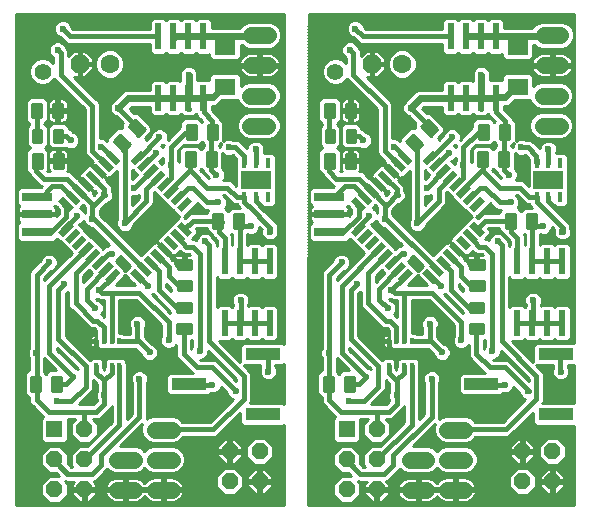
<source format=gtl>
G75*
G70*
%OFA0B0*%
%FSLAX24Y24*%
%IPPOS*%
%LPD*%
%AMOC8*
5,1,8,0,0,1.08239X$1,22.5*
%
%ADD10R,0.0500X0.0220*%
%ADD11R,0.0220X0.0500*%
%ADD12R,0.0557X0.0557*%
%ADD13OC8,0.0557*%
%ADD14C,0.0100*%
%ADD15R,0.0177X0.0335*%
%ADD16R,0.0984X0.0630*%
%ADD17C,0.0088*%
%ADD18C,0.0560*%
%ADD19C,0.0557*%
%ADD20R,0.0138X0.0197*%
%ADD21R,0.0236X0.0866*%
%ADD22R,0.0709X0.0551*%
%ADD23R,0.1181X0.0394*%
%ADD24OC8,0.0630*%
%ADD25C,0.0630*%
%ADD26R,0.1024X0.0315*%
%ADD27C,0.0236*%
%ADD28C,0.0160*%
%ADD29C,0.0240*%
%ADD30C,0.0120*%
D10*
G36*
X004447Y007848D02*
X004095Y008200D01*
X004251Y008356D01*
X004603Y008004D01*
X004447Y007848D01*
G37*
G36*
X004670Y008071D02*
X004318Y008423D01*
X004474Y008579D01*
X004826Y008227D01*
X004670Y008071D01*
G37*
G36*
X004892Y008294D02*
X004540Y008646D01*
X004696Y008802D01*
X005048Y008450D01*
X004892Y008294D01*
G37*
G36*
X005115Y008516D02*
X004763Y008868D01*
X004919Y009024D01*
X005271Y008672D01*
X005115Y008516D01*
G37*
G36*
X005338Y008739D02*
X004986Y009091D01*
X005142Y009247D01*
X005494Y008895D01*
X005338Y008739D01*
G37*
G36*
X005560Y008962D02*
X005208Y009314D01*
X005364Y009470D01*
X005716Y009118D01*
X005560Y008962D01*
G37*
G36*
X005783Y009185D02*
X005431Y009537D01*
X005587Y009693D01*
X005939Y009341D01*
X005783Y009185D01*
G37*
G36*
X006006Y009407D02*
X005654Y009759D01*
X005810Y009915D01*
X006162Y009563D01*
X006006Y009407D01*
G37*
G36*
X003393Y011575D02*
X003041Y011927D01*
X003197Y012083D01*
X003549Y011731D01*
X003393Y011575D01*
G37*
G36*
X003170Y011352D02*
X002818Y011704D01*
X002974Y011860D01*
X003326Y011508D01*
X003170Y011352D01*
G37*
G36*
X002948Y011129D02*
X002596Y011481D01*
X002752Y011637D01*
X003104Y011285D01*
X002948Y011129D01*
G37*
G36*
X002725Y010906D02*
X002373Y011258D01*
X002529Y011414D01*
X002881Y011062D01*
X002725Y010906D01*
G37*
G36*
X002502Y010684D02*
X002150Y011036D01*
X002306Y011192D01*
X002658Y010840D01*
X002502Y010684D01*
G37*
G36*
X002280Y010461D02*
X001928Y010813D01*
X002084Y010969D01*
X002436Y010617D01*
X002280Y010461D01*
G37*
G36*
X002057Y010238D02*
X001705Y010590D01*
X001861Y010746D01*
X002213Y010394D01*
X002057Y010238D01*
G37*
G36*
X003616Y011797D02*
X003264Y012149D01*
X003420Y012305D01*
X003772Y011953D01*
X003616Y011797D01*
G37*
G36*
X011807Y010238D02*
X011455Y010590D01*
X011611Y010746D01*
X011963Y010394D01*
X011807Y010238D01*
G37*
G36*
X012030Y010461D02*
X011678Y010813D01*
X011834Y010969D01*
X012186Y010617D01*
X012030Y010461D01*
G37*
G36*
X012252Y010684D02*
X011900Y011036D01*
X012056Y011192D01*
X012408Y010840D01*
X012252Y010684D01*
G37*
G36*
X012475Y010906D02*
X012123Y011258D01*
X012279Y011414D01*
X012631Y011062D01*
X012475Y010906D01*
G37*
G36*
X012698Y011129D02*
X012346Y011481D01*
X012502Y011637D01*
X012854Y011285D01*
X012698Y011129D01*
G37*
G36*
X012920Y011352D02*
X012568Y011704D01*
X012724Y011860D01*
X013076Y011508D01*
X012920Y011352D01*
G37*
G36*
X013143Y011575D02*
X012791Y011927D01*
X012947Y012083D01*
X013299Y011731D01*
X013143Y011575D01*
G37*
G36*
X013366Y011797D02*
X013014Y012149D01*
X013170Y012305D01*
X013522Y011953D01*
X013366Y011797D01*
G37*
G36*
X015756Y009407D02*
X015404Y009759D01*
X015560Y009915D01*
X015912Y009563D01*
X015756Y009407D01*
G37*
G36*
X015533Y009185D02*
X015181Y009537D01*
X015337Y009693D01*
X015689Y009341D01*
X015533Y009185D01*
G37*
G36*
X015310Y008962D02*
X014958Y009314D01*
X015114Y009470D01*
X015466Y009118D01*
X015310Y008962D01*
G37*
G36*
X015088Y008739D02*
X014736Y009091D01*
X014892Y009247D01*
X015244Y008895D01*
X015088Y008739D01*
G37*
G36*
X014865Y008516D02*
X014513Y008868D01*
X014669Y009024D01*
X015021Y008672D01*
X014865Y008516D01*
G37*
G36*
X014642Y008294D02*
X014290Y008646D01*
X014446Y008802D01*
X014798Y008450D01*
X014642Y008294D01*
G37*
G36*
X014420Y008071D02*
X014068Y008423D01*
X014224Y008579D01*
X014576Y008227D01*
X014420Y008071D01*
G37*
G36*
X014197Y007848D02*
X013845Y008200D01*
X014001Y008356D01*
X014353Y008004D01*
X014197Y007848D01*
G37*
D11*
G36*
X013170Y007848D02*
X013014Y008004D01*
X013366Y008356D01*
X013522Y008200D01*
X013170Y007848D01*
G37*
G36*
X012947Y008071D02*
X012791Y008227D01*
X013143Y008579D01*
X013299Y008423D01*
X012947Y008071D01*
G37*
G36*
X012724Y008294D02*
X012568Y008450D01*
X012920Y008802D01*
X013076Y008646D01*
X012724Y008294D01*
G37*
G36*
X012502Y008516D02*
X012346Y008672D01*
X012698Y009024D01*
X012854Y008868D01*
X012502Y008516D01*
G37*
G36*
X012279Y008739D02*
X012123Y008895D01*
X012475Y009247D01*
X012631Y009091D01*
X012279Y008739D01*
G37*
G36*
X012056Y008962D02*
X011900Y009118D01*
X012252Y009470D01*
X012408Y009314D01*
X012056Y008962D01*
G37*
G36*
X011834Y009185D02*
X011678Y009341D01*
X012030Y009693D01*
X012186Y009537D01*
X011834Y009185D01*
G37*
G36*
X011611Y009407D02*
X011455Y009563D01*
X011807Y009915D01*
X011963Y009759D01*
X011611Y009407D01*
G37*
G36*
X014224Y011575D02*
X014068Y011731D01*
X014420Y012083D01*
X014576Y011927D01*
X014224Y011575D01*
G37*
G36*
X014446Y011352D02*
X014290Y011508D01*
X014642Y011860D01*
X014798Y011704D01*
X014446Y011352D01*
G37*
G36*
X014669Y011129D02*
X014513Y011285D01*
X014865Y011637D01*
X015021Y011481D01*
X014669Y011129D01*
G37*
G36*
X014892Y010906D02*
X014736Y011062D01*
X015088Y011414D01*
X015244Y011258D01*
X014892Y010906D01*
G37*
G36*
X015114Y010684D02*
X014958Y010840D01*
X015310Y011192D01*
X015466Y011036D01*
X015114Y010684D01*
G37*
G36*
X015337Y010461D02*
X015181Y010617D01*
X015533Y010969D01*
X015689Y010813D01*
X015337Y010461D01*
G37*
G36*
X015560Y010238D02*
X015404Y010394D01*
X015756Y010746D01*
X015912Y010590D01*
X015560Y010238D01*
G37*
G36*
X014001Y011797D02*
X013845Y011953D01*
X014197Y012305D01*
X014353Y012149D01*
X014001Y011797D01*
G37*
G36*
X005810Y010238D02*
X005654Y010394D01*
X006006Y010746D01*
X006162Y010590D01*
X005810Y010238D01*
G37*
G36*
X005587Y010461D02*
X005431Y010617D01*
X005783Y010969D01*
X005939Y010813D01*
X005587Y010461D01*
G37*
G36*
X005364Y010684D02*
X005208Y010840D01*
X005560Y011192D01*
X005716Y011036D01*
X005364Y010684D01*
G37*
G36*
X005142Y010906D02*
X004986Y011062D01*
X005338Y011414D01*
X005494Y011258D01*
X005142Y010906D01*
G37*
G36*
X004919Y011129D02*
X004763Y011285D01*
X005115Y011637D01*
X005271Y011481D01*
X004919Y011129D01*
G37*
G36*
X004696Y011352D02*
X004540Y011508D01*
X004892Y011860D01*
X005048Y011704D01*
X004696Y011352D01*
G37*
G36*
X004474Y011575D02*
X004318Y011731D01*
X004670Y012083D01*
X004826Y011927D01*
X004474Y011575D01*
G37*
G36*
X004251Y011797D02*
X004095Y011953D01*
X004447Y012305D01*
X004603Y012149D01*
X004251Y011797D01*
G37*
G36*
X001861Y009407D02*
X001705Y009563D01*
X002057Y009915D01*
X002213Y009759D01*
X001861Y009407D01*
G37*
G36*
X002084Y009185D02*
X001928Y009341D01*
X002280Y009693D01*
X002436Y009537D01*
X002084Y009185D01*
G37*
G36*
X002306Y008962D02*
X002150Y009118D01*
X002502Y009470D01*
X002658Y009314D01*
X002306Y008962D01*
G37*
G36*
X002529Y008739D02*
X002373Y008895D01*
X002725Y009247D01*
X002881Y009091D01*
X002529Y008739D01*
G37*
G36*
X002752Y008516D02*
X002596Y008672D01*
X002948Y009024D01*
X003104Y008868D01*
X002752Y008516D01*
G37*
G36*
X002974Y008294D02*
X002818Y008450D01*
X003170Y008802D01*
X003326Y008646D01*
X002974Y008294D01*
G37*
G36*
X003197Y008071D02*
X003041Y008227D01*
X003393Y008579D01*
X003549Y008423D01*
X003197Y008071D01*
G37*
G36*
X003420Y007848D02*
X003264Y008004D01*
X003616Y008356D01*
X003772Y008200D01*
X003420Y007848D01*
G37*
D12*
X001565Y002992D03*
X011315Y002992D03*
D13*
X012315Y002992D03*
X012315Y001992D03*
X011315Y001992D03*
X011315Y000992D03*
X012315Y000992D03*
X008417Y001258D03*
X007417Y001258D03*
X007417Y002258D03*
X008417Y002258D03*
X002565Y001992D03*
X001565Y001992D03*
X001565Y000992D03*
X002565Y000992D03*
X002565Y002992D03*
X017167Y002258D03*
X018167Y002258D03*
X018167Y001258D03*
X017167Y001258D03*
D14*
X000280Y000467D02*
X000296Y016854D01*
X009216Y016854D01*
X009228Y005834D01*
X009199Y005863D01*
X007877Y005863D01*
X007777Y005763D01*
X007777Y005233D01*
X007072Y005939D01*
X007435Y005939D01*
X007496Y006000D01*
X007558Y005939D01*
X007935Y005939D01*
X007996Y006000D01*
X008058Y005939D01*
X008435Y005939D01*
X008496Y006000D01*
X008558Y005939D01*
X008935Y005939D01*
X009034Y006038D01*
X009034Y007045D01*
X008935Y007145D01*
X008558Y007145D01*
X008496Y007083D01*
X008435Y007145D01*
X008058Y007145D01*
X008029Y007116D01*
X008029Y007150D01*
X008067Y007242D01*
X008067Y007356D01*
X008023Y007462D01*
X007942Y007543D01*
X007836Y007587D01*
X007721Y007587D01*
X007616Y007543D01*
X007534Y007462D01*
X007491Y007356D01*
X007491Y007242D01*
X007529Y007150D01*
X007529Y007116D01*
X007496Y007083D01*
X007435Y007145D01*
X007058Y007145D01*
X006982Y007070D01*
X006982Y008061D01*
X007058Y007986D01*
X007435Y007986D01*
X007496Y008048D01*
X007558Y007986D01*
X007935Y007986D01*
X007996Y008048D01*
X008058Y007986D01*
X008435Y007986D01*
X008496Y008048D01*
X008558Y007986D01*
X008935Y007986D01*
X009034Y008086D01*
X009034Y009093D01*
X008935Y009192D01*
X008558Y009192D01*
X008496Y009131D01*
X008435Y009192D01*
X008058Y009192D01*
X007996Y009131D01*
X007996Y009497D01*
X008059Y009471D01*
X008173Y009471D01*
X008279Y009515D01*
X008360Y009596D01*
X008404Y009702D01*
X008404Y009735D01*
X008479Y009660D01*
X008468Y009634D01*
X008468Y009519D01*
X008512Y009414D01*
X008593Y009333D01*
X008699Y009289D01*
X008813Y009289D01*
X008919Y009333D01*
X009000Y009414D01*
X009044Y009519D01*
X009044Y009634D01*
X009026Y009678D01*
X009026Y009766D01*
X008988Y009858D01*
X008918Y009929D01*
X008403Y010444D01*
X008432Y010452D01*
X008462Y010469D01*
X008529Y010402D01*
X008847Y010402D01*
X008946Y010501D01*
X008946Y010915D01*
X008956Y010925D01*
X008956Y011695D01*
X008946Y011705D01*
X008946Y012119D01*
X008847Y012218D01*
X008554Y012218D01*
X008577Y012274D01*
X008577Y012389D01*
X008533Y012495D01*
X008452Y012576D01*
X008346Y012620D01*
X008231Y012620D01*
X008126Y012576D01*
X008045Y012495D01*
X008001Y012389D01*
X008001Y012357D01*
X007752Y012605D01*
X007660Y012643D01*
X007544Y012643D01*
X007452Y012681D01*
X007338Y012681D01*
X007232Y012637D01*
X007200Y012605D01*
X007200Y013226D01*
X007071Y013355D01*
X007070Y013355D01*
X007042Y013423D01*
X006823Y013643D01*
X006823Y013770D01*
X006904Y013770D01*
X007011Y013815D01*
X007165Y013968D01*
X007684Y013968D01*
X007727Y013864D01*
X007853Y013738D01*
X008018Y013669D01*
X008754Y013669D01*
X008919Y013738D01*
X009045Y013864D01*
X009114Y014029D01*
X009114Y014207D01*
X009045Y014372D01*
X008919Y014498D01*
X008754Y014567D01*
X008018Y014567D01*
X007853Y014498D01*
X007789Y014434D01*
X007789Y014760D01*
X007690Y014860D01*
X006840Y014860D01*
X006741Y014760D01*
X006741Y014629D01*
X006723Y014646D01*
X006346Y014646D01*
X006342Y014641D01*
X006342Y014877D01*
X006297Y014983D01*
X006216Y015065D01*
X006109Y015109D01*
X005994Y015109D01*
X005887Y015065D01*
X005806Y014983D01*
X005762Y014877D01*
X005762Y014608D01*
X005723Y014646D01*
X005346Y014646D01*
X005285Y014585D01*
X005223Y014646D01*
X004846Y014646D01*
X004747Y014547D01*
X004747Y014314D01*
X003963Y014314D01*
X003857Y014270D01*
X003462Y013875D01*
X003418Y013769D01*
X003418Y013653D01*
X003462Y013547D01*
X003544Y013465D01*
X003634Y013428D01*
X003847Y013207D01*
X003830Y013190D01*
X003830Y013036D01*
X003676Y013036D01*
X003335Y012695D01*
X003335Y012620D01*
X003307Y012648D01*
X003201Y012692D01*
X003086Y012692D01*
X003086Y013724D01*
X003087Y013727D01*
X003087Y013826D01*
X003049Y013918D01*
X002979Y013989D01*
X002968Y013993D01*
X002233Y014728D01*
X002386Y014728D01*
X002386Y015142D01*
X002446Y015142D01*
X002446Y015202D01*
X002386Y015202D01*
X002386Y015615D01*
X002232Y015615D01*
X002039Y015422D01*
X002039Y015580D01*
X002001Y015672D01*
X001962Y015710D01*
X001924Y015802D01*
X001843Y015883D01*
X001737Y015927D01*
X001623Y015927D01*
X001517Y015883D01*
X001436Y015802D01*
X001392Y015697D01*
X001392Y015582D01*
X001436Y015476D01*
X001517Y015395D01*
X001539Y015386D01*
X001539Y015197D01*
X001443Y015293D01*
X001278Y015361D01*
X001099Y015361D01*
X000933Y015293D01*
X000807Y015166D01*
X000738Y015001D01*
X000738Y014822D01*
X000807Y014656D01*
X000933Y014530D01*
X001099Y014461D01*
X001278Y014461D01*
X001443Y014530D01*
X001570Y014656D01*
X001578Y014676D01*
X002587Y013668D01*
X002587Y012237D01*
X002625Y012146D01*
X002851Y011920D01*
X002808Y011877D01*
X003072Y011613D01*
X003065Y011606D01*
X002801Y011870D01*
X002739Y011808D01*
X002680Y011808D01*
X002425Y011553D01*
X002425Y011494D01*
X002363Y011432D01*
X002627Y011167D01*
X002620Y011160D01*
X002356Y011425D01*
X002313Y011382D01*
X002132Y011564D01*
X002040Y011602D01*
X001980Y011602D01*
X001990Y011611D01*
X002013Y011652D01*
X002026Y011697D01*
X002026Y011896D01*
X001747Y011896D01*
X001747Y011996D01*
X002026Y011996D01*
X002026Y012195D01*
X002013Y012240D01*
X001990Y012281D01*
X001957Y012314D01*
X001916Y012338D01*
X001870Y012350D01*
X001747Y012350D01*
X001747Y011996D01*
X001647Y011996D01*
X001647Y012350D01*
X001523Y012350D01*
X001478Y012338D01*
X001437Y012314D01*
X001404Y012281D01*
X001380Y012240D01*
X001368Y012195D01*
X001368Y011996D01*
X001647Y011996D01*
X001647Y011896D01*
X001368Y011896D01*
X001368Y011697D01*
X001380Y011652D01*
X001404Y011611D01*
X001413Y011602D01*
X001339Y011602D01*
X001367Y011630D01*
X001367Y012262D01*
X001250Y012379D01*
X001352Y012482D01*
X001352Y013071D01*
X001242Y013181D01*
X001242Y013182D01*
X001362Y013302D01*
X001362Y013934D01*
X001234Y014063D01*
X000751Y014063D01*
X000622Y013934D01*
X000622Y013302D01*
X000742Y013182D01*
X000742Y013152D01*
X000662Y013071D01*
X000662Y012482D01*
X000754Y012389D01*
X000627Y012262D01*
X000627Y011630D01*
X000736Y011521D01*
X000763Y011455D01*
X000833Y011385D01*
X001078Y011140D01*
X001156Y011108D01*
X001125Y011077D01*
X000412Y011077D01*
X000312Y010977D01*
X000312Y010522D01*
X000410Y010423D01*
X000403Y010419D01*
X000379Y010395D01*
X000362Y010366D01*
X000354Y010333D01*
X000354Y010188D01*
X000965Y010188D01*
X000965Y010130D01*
X000354Y010130D01*
X000354Y009984D01*
X000362Y009952D01*
X000379Y009922D01*
X000403Y009898D01*
X000410Y009894D01*
X000312Y009796D01*
X000312Y009340D01*
X000412Y009241D01*
X001576Y009241D01*
X001676Y009340D01*
X001676Y009350D01*
X001757Y009269D01*
X001980Y009046D01*
X002153Y008873D01*
X001237Y007957D01*
X001237Y008046D01*
X001472Y008280D01*
X001564Y008318D01*
X001645Y008399D01*
X001689Y008505D01*
X001689Y008620D01*
X001645Y008726D01*
X001564Y008807D01*
X001458Y008851D01*
X001343Y008851D01*
X001237Y008807D01*
X001156Y008726D01*
X001118Y008634D01*
X000775Y008291D01*
X000737Y008199D01*
X000737Y005703D01*
X000731Y005697D01*
X000687Y005591D01*
X000687Y005476D01*
X000731Y005370D01*
X000737Y005364D01*
X000737Y004956D01*
X000711Y004956D01*
X000582Y004827D01*
X000582Y004195D01*
X000711Y004066D01*
X000737Y004066D01*
X000737Y003926D01*
X000775Y003834D01*
X000846Y003763D01*
X001192Y003417D01*
X001116Y003341D01*
X001116Y002643D01*
X001216Y002543D01*
X001914Y002543D01*
X002014Y002643D01*
X002014Y003328D01*
X002267Y003328D01*
X002116Y003178D01*
X002116Y002806D01*
X002379Y002543D01*
X002751Y002543D01*
X003014Y002806D01*
X003014Y003178D01*
X002863Y003328D01*
X003024Y003328D01*
X003116Y003366D01*
X003186Y003436D01*
X003452Y003702D01*
X003485Y003783D01*
X003485Y003251D01*
X002675Y002440D01*
X002379Y002440D01*
X002116Y002178D01*
X002116Y001806D01*
X002175Y001747D01*
X002124Y001747D01*
X002014Y001857D01*
X002014Y002178D01*
X001751Y002440D01*
X001379Y002440D01*
X001116Y002178D01*
X001116Y001806D01*
X001379Y001543D01*
X001616Y001543D01*
X001719Y001440D01*
X001379Y001440D01*
X001116Y001178D01*
X001116Y000806D01*
X001379Y000543D01*
X001751Y000543D01*
X002014Y000806D01*
X002014Y001178D01*
X001929Y001262D01*
X001966Y001247D01*
X002244Y001247D01*
X002157Y001161D01*
X002157Y001042D01*
X002515Y001042D01*
X002515Y000942D01*
X002157Y000942D01*
X002157Y000823D01*
X002396Y000584D01*
X002515Y000584D01*
X002515Y000942D01*
X002615Y000942D01*
X002615Y001042D01*
X002972Y001042D01*
X002972Y001161D01*
X002880Y001253D01*
X002958Y001285D01*
X003268Y001595D01*
X003338Y001665D01*
X003340Y001670D01*
X003413Y001596D01*
X003578Y001528D01*
X004314Y001528D01*
X004479Y001596D01*
X004575Y001693D01*
X004668Y001600D01*
X004833Y001532D01*
X005569Y001532D01*
X005734Y001600D01*
X005860Y001726D01*
X005929Y001891D01*
X005929Y002070D01*
X005860Y002235D01*
X005734Y002361D01*
X005569Y002429D01*
X004833Y002429D01*
X004668Y002361D01*
X004572Y002264D01*
X004479Y002357D01*
X004314Y002425D01*
X003778Y002425D01*
X004510Y003157D01*
X004474Y003070D01*
X004474Y002891D01*
X004542Y002726D01*
X004668Y002600D01*
X004833Y002532D01*
X005569Y002532D01*
X005734Y002600D01*
X005860Y002726D01*
X005870Y002750D01*
X006925Y002750D01*
X007017Y002788D01*
X007088Y002858D01*
X007777Y003548D01*
X007777Y003221D01*
X007877Y003121D01*
X009199Y003121D01*
X009230Y003153D01*
X009233Y000467D01*
X000280Y000467D01*
X009233Y000467D01*
X009233Y000566D02*
X001773Y000566D01*
X001872Y000664D02*
X002316Y000664D01*
X002218Y000763D02*
X001970Y000763D01*
X002014Y000861D02*
X002157Y000861D01*
X002014Y000960D02*
X002515Y000960D01*
X002515Y000861D02*
X002615Y000861D01*
X002615Y000942D02*
X002615Y000584D01*
X002734Y000584D01*
X002972Y000823D01*
X002972Y000942D01*
X002615Y000942D01*
X002615Y000960D02*
X003896Y000960D01*
X003896Y000927D02*
X003263Y000927D01*
X003270Y000881D01*
X003290Y000820D01*
X003319Y000763D01*
X003357Y000711D01*
X003402Y000666D01*
X003454Y000628D01*
X003511Y000599D01*
X003572Y000579D01*
X003635Y000569D01*
X003896Y000569D01*
X003896Y000927D01*
X003896Y001027D01*
X003896Y001384D01*
X003635Y001384D01*
X003572Y001374D01*
X003511Y001354D01*
X003454Y001325D01*
X003402Y001288D01*
X003357Y001242D01*
X003319Y001190D01*
X003290Y001133D01*
X003270Y001072D01*
X003263Y001027D01*
X003896Y001027D01*
X003996Y001027D01*
X003996Y001384D01*
X004257Y001384D01*
X004320Y001374D01*
X004381Y001354D01*
X004438Y001325D01*
X004490Y001288D01*
X004536Y001242D01*
X004573Y001191D01*
X004574Y001194D01*
X004612Y001246D01*
X004657Y001291D01*
X004709Y001329D01*
X004766Y001358D01*
X004827Y001378D01*
X004890Y001388D01*
X005151Y001388D01*
X005151Y001031D01*
X005251Y001031D01*
X005251Y001388D01*
X005512Y001388D01*
X005575Y001378D01*
X005636Y001358D01*
X005693Y001329D01*
X005745Y001291D01*
X005791Y001246D01*
X005828Y001194D01*
X005857Y001137D01*
X005877Y001076D01*
X005885Y001030D01*
X005251Y001030D01*
X005251Y000931D01*
X005885Y000931D01*
X005877Y000885D01*
X005857Y000824D01*
X005828Y000767D01*
X005791Y000715D01*
X005745Y000670D01*
X005693Y000632D01*
X005636Y000603D01*
X005575Y000583D01*
X005512Y000573D01*
X005251Y000573D01*
X005251Y000930D01*
X005151Y000930D01*
X005151Y000573D01*
X004890Y000573D01*
X004827Y000583D01*
X004766Y000603D01*
X004709Y000632D01*
X004657Y000670D01*
X004612Y000715D01*
X004575Y000766D01*
X004573Y000763D01*
X004577Y000763D01*
X004573Y000763D02*
X004536Y000711D01*
X004490Y000666D01*
X004438Y000628D01*
X004381Y000599D01*
X004320Y000579D01*
X004257Y000569D01*
X003996Y000569D01*
X003996Y000927D01*
X003996Y001027D01*
X004630Y001027D01*
X004629Y001030D01*
X005151Y001030D01*
X005151Y000931D01*
X004518Y000931D01*
X004518Y000927D01*
X003996Y000927D01*
X003896Y000927D01*
X003896Y000861D02*
X003996Y000861D01*
X003996Y000763D02*
X003896Y000763D01*
X003896Y000664D02*
X003996Y000664D01*
X003996Y000960D02*
X005151Y000960D01*
X005151Y001058D02*
X005251Y001058D01*
X005251Y000960D02*
X007081Y000960D01*
X006983Y001058D02*
X005880Y001058D01*
X005847Y001157D02*
X006969Y001157D01*
X006969Y001072D02*
X007232Y000809D01*
X007603Y000809D01*
X007866Y001072D01*
X007866Y001444D01*
X007603Y001707D01*
X007232Y001707D01*
X006969Y001444D01*
X006969Y001072D01*
X006969Y001255D02*
X005781Y001255D01*
X005645Y001354D02*
X006969Y001354D01*
X006977Y001452D02*
X003125Y001452D01*
X003027Y001354D02*
X003510Y001354D01*
X003370Y001255D02*
X002886Y001255D01*
X002972Y001157D02*
X003302Y001157D01*
X003268Y001058D02*
X002972Y001058D01*
X002972Y000861D02*
X003276Y000861D01*
X003319Y000763D02*
X002912Y000763D01*
X002814Y000664D02*
X003404Y000664D01*
X003896Y001058D02*
X003996Y001058D01*
X003996Y001157D02*
X003896Y001157D01*
X003896Y001255D02*
X003996Y001255D01*
X003996Y001354D02*
X003896Y001354D01*
X003523Y001551D02*
X003224Y001551D01*
X003322Y001649D02*
X003360Y001649D01*
X003790Y002437D02*
X007020Y002437D01*
X007010Y002427D02*
X007010Y002308D01*
X007367Y002308D01*
X007367Y002208D01*
X007010Y002208D01*
X007010Y002089D01*
X007249Y001851D01*
X007367Y001851D01*
X007367Y002208D01*
X007467Y002208D01*
X007467Y001851D01*
X007586Y001851D01*
X007825Y002089D01*
X007825Y002208D01*
X007467Y002208D01*
X007467Y002308D01*
X007367Y002308D01*
X007367Y002665D01*
X007249Y002665D01*
X007010Y002427D01*
X007010Y002339D02*
X005756Y002339D01*
X005855Y002240D02*
X007367Y002240D01*
X007367Y002142D02*
X007467Y002142D01*
X007467Y002240D02*
X007969Y002240D01*
X007969Y002142D02*
X007825Y002142D01*
X007779Y002043D02*
X007998Y002043D01*
X007969Y002072D02*
X008232Y001809D01*
X008603Y001809D01*
X008866Y002072D01*
X008866Y002444D01*
X008603Y002707D01*
X008232Y002707D01*
X007969Y002444D01*
X007969Y002072D01*
X008096Y001945D02*
X007680Y001945D01*
X007467Y001945D02*
X007367Y001945D01*
X007367Y002043D02*
X007467Y002043D01*
X007154Y001945D02*
X005929Y001945D01*
X005929Y002043D02*
X007056Y002043D01*
X007010Y002142D02*
X005899Y002142D01*
X005910Y001846D02*
X008195Y001846D01*
X008249Y001665D02*
X008010Y001427D01*
X008010Y001308D01*
X008367Y001308D01*
X008367Y001208D01*
X008010Y001208D01*
X008010Y001089D01*
X008249Y000851D01*
X008367Y000851D01*
X008367Y001208D01*
X008467Y001208D01*
X008467Y000851D01*
X008586Y000851D01*
X008825Y001089D01*
X008825Y001208D01*
X008467Y001208D01*
X008467Y001308D01*
X008367Y001308D01*
X008367Y001665D01*
X008249Y001665D01*
X008232Y001649D02*
X007661Y001649D01*
X007759Y001551D02*
X008134Y001551D01*
X008035Y001452D02*
X007858Y001452D01*
X007866Y001354D02*
X008010Y001354D01*
X007866Y001255D02*
X008367Y001255D01*
X008367Y001157D02*
X008467Y001157D01*
X008467Y001255D02*
X009232Y001255D01*
X009233Y001157D02*
X008825Y001157D01*
X008794Y001058D02*
X009233Y001058D01*
X009233Y000960D02*
X008695Y000960D01*
X008597Y000861D02*
X009233Y000861D01*
X009233Y000763D02*
X005825Y000763D01*
X005870Y000861D02*
X007180Y000861D01*
X007655Y000861D02*
X008238Y000861D01*
X008367Y000861D02*
X008467Y000861D01*
X008467Y000960D02*
X008367Y000960D01*
X008367Y001058D02*
X008467Y001058D01*
X008467Y001308D02*
X008825Y001308D01*
X008825Y001427D01*
X008586Y001665D01*
X008467Y001665D01*
X008467Y001308D01*
X008467Y001354D02*
X008367Y001354D01*
X008367Y001452D02*
X008467Y001452D01*
X008467Y001551D02*
X008367Y001551D01*
X008367Y001649D02*
X008467Y001649D01*
X008602Y001649D02*
X009232Y001649D01*
X009232Y001551D02*
X008701Y001551D01*
X008799Y001452D02*
X009232Y001452D01*
X009232Y001354D02*
X008825Y001354D01*
X008640Y001846D02*
X009232Y001846D01*
X009232Y001748D02*
X005869Y001748D01*
X005783Y001649D02*
X007174Y001649D01*
X007076Y001551D02*
X005615Y001551D01*
X005251Y001354D02*
X005151Y001354D01*
X005151Y001255D02*
X005251Y001255D01*
X005251Y001157D02*
X005151Y001157D01*
X005151Y000861D02*
X005251Y000861D01*
X005251Y000763D02*
X005151Y000763D01*
X005151Y000664D02*
X005251Y000664D01*
X005738Y000664D02*
X009233Y000664D01*
X010030Y000664D02*
X011008Y000664D01*
X011106Y000566D02*
X010030Y000566D01*
X010030Y000467D02*
X018897Y000467D01*
X010030Y000467D01*
X010046Y016854D01*
X018897Y016854D01*
X018897Y005863D01*
X017627Y005863D01*
X017527Y005763D01*
X017527Y005233D01*
X016822Y005939D01*
X017185Y005939D01*
X017246Y006000D01*
X017308Y005939D01*
X017685Y005939D01*
X017746Y006000D01*
X017808Y005939D01*
X018185Y005939D01*
X018246Y006000D01*
X018308Y005939D01*
X018685Y005939D01*
X018784Y006038D01*
X018784Y007045D01*
X018685Y007145D01*
X018308Y007145D01*
X018246Y007083D01*
X018185Y007145D01*
X017808Y007145D01*
X017779Y007116D01*
X017779Y007150D01*
X017817Y007242D01*
X017817Y007356D01*
X017773Y007462D01*
X017692Y007543D01*
X017586Y007587D01*
X017471Y007587D01*
X017366Y007543D01*
X017284Y007462D01*
X017241Y007356D01*
X017241Y007242D01*
X017279Y007150D01*
X017279Y007116D01*
X017246Y007083D01*
X017185Y007145D01*
X016808Y007145D01*
X016732Y007070D01*
X016732Y008061D01*
X016808Y007986D01*
X017185Y007986D01*
X017246Y008048D01*
X017308Y007986D01*
X017685Y007986D01*
X017746Y008048D01*
X017808Y007986D01*
X018185Y007986D01*
X018246Y008048D01*
X018308Y007986D01*
X018685Y007986D01*
X018784Y008086D01*
X018784Y009093D01*
X018685Y009192D01*
X018308Y009192D01*
X018246Y009131D01*
X018185Y009192D01*
X017808Y009192D01*
X017746Y009131D01*
X017746Y009497D01*
X017809Y009471D01*
X017923Y009471D01*
X018029Y009515D01*
X018110Y009596D01*
X018154Y009702D01*
X018154Y009735D01*
X018229Y009660D01*
X018218Y009634D01*
X018218Y009519D01*
X018262Y009414D01*
X018343Y009333D01*
X018449Y009289D01*
X018563Y009289D01*
X018669Y009333D01*
X018750Y009414D01*
X018794Y009519D01*
X018794Y009634D01*
X018776Y009678D01*
X018776Y009766D01*
X018738Y009858D01*
X018668Y009929D01*
X018153Y010444D01*
X018182Y010452D01*
X018212Y010469D01*
X018279Y010402D01*
X018597Y010402D01*
X018696Y010501D01*
X018696Y010915D01*
X018706Y010925D01*
X018706Y011695D01*
X018696Y011705D01*
X018696Y012119D01*
X018597Y012218D01*
X018304Y012218D01*
X018327Y012274D01*
X018327Y012389D01*
X018283Y012495D01*
X018202Y012576D01*
X018096Y012620D01*
X017981Y012620D01*
X017876Y012576D01*
X017795Y012495D01*
X017751Y012389D01*
X017751Y012357D01*
X017502Y012605D01*
X017410Y012643D01*
X017294Y012643D01*
X017202Y012681D01*
X017088Y012681D01*
X016982Y012637D01*
X016950Y012605D01*
X016950Y013226D01*
X016821Y013355D01*
X016820Y013355D01*
X016792Y013423D01*
X016573Y013643D01*
X016573Y013770D01*
X016654Y013770D01*
X016761Y013815D01*
X016915Y013968D01*
X017434Y013968D01*
X017477Y013864D01*
X017603Y013738D01*
X017768Y013669D01*
X018504Y013669D01*
X018669Y013738D01*
X018795Y013864D01*
X018864Y014029D01*
X018864Y014207D01*
X018795Y014372D01*
X018669Y014498D01*
X018504Y014567D01*
X017768Y014567D01*
X017603Y014498D01*
X017539Y014434D01*
X017539Y014760D01*
X017440Y014860D01*
X016590Y014860D01*
X016491Y014760D01*
X016491Y014629D01*
X016473Y014646D01*
X016096Y014646D01*
X016092Y014641D01*
X016092Y014877D01*
X016047Y014983D01*
X015966Y015065D01*
X015859Y015109D01*
X015744Y015109D01*
X015637Y015065D01*
X015556Y014983D01*
X015512Y014877D01*
X015512Y014608D01*
X015473Y014646D01*
X015096Y014646D01*
X015035Y014585D01*
X014973Y014646D01*
X014596Y014646D01*
X014497Y014547D01*
X014497Y014314D01*
X013713Y014314D01*
X013607Y014270D01*
X013212Y013875D01*
X013168Y013769D01*
X013168Y013653D01*
X013212Y013547D01*
X013294Y013465D01*
X013384Y013428D01*
X013597Y013207D01*
X013580Y013190D01*
X013580Y013036D01*
X013426Y013036D01*
X013085Y012695D01*
X013085Y012620D01*
X013057Y012648D01*
X012951Y012692D01*
X012836Y012692D01*
X012836Y013724D01*
X012837Y013727D01*
X012837Y013826D01*
X012799Y013918D01*
X012729Y013989D01*
X012718Y013993D01*
X011983Y014728D01*
X012136Y014728D01*
X012136Y015142D01*
X012196Y015142D01*
X012196Y015202D01*
X012136Y015202D01*
X012136Y015615D01*
X011982Y015615D01*
X011789Y015422D01*
X011789Y015580D01*
X011751Y015672D01*
X011712Y015710D01*
X011674Y015802D01*
X011593Y015883D01*
X011487Y015927D01*
X011373Y015927D01*
X011267Y015883D01*
X011186Y015802D01*
X011142Y015697D01*
X011142Y015582D01*
X011186Y015476D01*
X011267Y015395D01*
X011289Y015386D01*
X011289Y015197D01*
X011193Y015293D01*
X011028Y015361D01*
X010849Y015361D01*
X010683Y015293D01*
X010557Y015166D01*
X010488Y015001D01*
X010488Y014822D01*
X010557Y014656D01*
X010683Y014530D01*
X010849Y014461D01*
X011028Y014461D01*
X011193Y014530D01*
X011320Y014656D01*
X011328Y014676D01*
X012337Y013668D01*
X012337Y012237D01*
X012375Y012146D01*
X012601Y011920D01*
X012558Y011877D01*
X012822Y011613D01*
X012815Y011606D01*
X012551Y011870D01*
X012489Y011808D01*
X012430Y011808D01*
X012175Y011553D01*
X012175Y011494D01*
X012113Y011432D01*
X012377Y011167D01*
X012370Y011160D01*
X012106Y011425D01*
X012063Y011382D01*
X011882Y011564D01*
X011790Y011602D01*
X011730Y011602D01*
X011740Y011611D01*
X011763Y011652D01*
X011776Y011697D01*
X011776Y011896D01*
X011497Y011896D01*
X011497Y011996D01*
X011776Y011996D01*
X011776Y012195D01*
X011763Y012240D01*
X011740Y012281D01*
X011707Y012314D01*
X011666Y012338D01*
X011620Y012350D01*
X011497Y012350D01*
X011497Y011996D01*
X011397Y011996D01*
X011397Y012350D01*
X011273Y012350D01*
X011228Y012338D01*
X011187Y012314D01*
X011154Y012281D01*
X011130Y012240D01*
X011118Y012195D01*
X011118Y011996D01*
X011397Y011996D01*
X011397Y011896D01*
X011118Y011896D01*
X011118Y011697D01*
X011130Y011652D01*
X011154Y011611D01*
X011163Y011602D01*
X011089Y011602D01*
X011117Y011630D01*
X011117Y012262D01*
X011000Y012379D01*
X011102Y012482D01*
X011102Y013071D01*
X010992Y013181D01*
X010992Y013182D01*
X011112Y013302D01*
X011112Y013934D01*
X010984Y014063D01*
X010501Y014063D01*
X010372Y013934D01*
X010372Y013302D01*
X010492Y013182D01*
X010492Y013152D01*
X010412Y013071D01*
X010412Y012482D01*
X010504Y012389D01*
X010377Y012262D01*
X010377Y011630D01*
X010486Y011521D01*
X010513Y011455D01*
X010583Y011385D01*
X010828Y011140D01*
X010906Y011108D01*
X010875Y011077D01*
X010162Y011077D01*
X010062Y010977D01*
X010062Y010522D01*
X010160Y010423D01*
X010153Y010419D01*
X010129Y010395D01*
X010112Y010366D01*
X010104Y010333D01*
X010104Y010188D01*
X010715Y010188D01*
X010715Y010130D01*
X010104Y010130D01*
X010104Y009984D01*
X010112Y009952D01*
X010129Y009922D01*
X010153Y009898D01*
X010160Y009894D01*
X010062Y009796D01*
X010062Y009340D01*
X010162Y009241D01*
X011326Y009241D01*
X011426Y009340D01*
X011426Y009350D01*
X011507Y009269D01*
X011730Y009046D01*
X011903Y008873D01*
X010987Y007957D01*
X010987Y008046D01*
X011222Y008280D01*
X011314Y008318D01*
X011395Y008399D01*
X011439Y008505D01*
X011439Y008620D01*
X011395Y008726D01*
X011314Y008807D01*
X011208Y008851D01*
X011093Y008851D01*
X010987Y008807D01*
X010906Y008726D01*
X010868Y008634D01*
X010525Y008291D01*
X010487Y008199D01*
X010487Y005703D01*
X010481Y005697D01*
X010437Y005591D01*
X010437Y005476D01*
X010481Y005370D01*
X010487Y005364D01*
X010487Y004956D01*
X010461Y004956D01*
X010332Y004827D01*
X010332Y004195D01*
X010461Y004066D01*
X010487Y004066D01*
X010487Y003926D01*
X010525Y003834D01*
X010596Y003763D01*
X010942Y003417D01*
X010866Y003341D01*
X010866Y002643D01*
X010966Y002543D01*
X011664Y002543D01*
X011764Y002643D01*
X011764Y003328D01*
X012017Y003328D01*
X011866Y003178D01*
X011866Y002806D01*
X012129Y002543D01*
X012501Y002543D01*
X012764Y002806D01*
X012764Y003178D01*
X012613Y003328D01*
X012774Y003328D01*
X012866Y003366D01*
X012936Y003436D01*
X013202Y003702D01*
X013235Y003783D01*
X013235Y003251D01*
X012425Y002440D01*
X012129Y002440D01*
X011866Y002178D01*
X011866Y001806D01*
X011925Y001747D01*
X011874Y001747D01*
X011764Y001857D01*
X011764Y002178D01*
X011501Y002440D01*
X011129Y002440D01*
X010866Y002178D01*
X010866Y001806D01*
X011129Y001543D01*
X011366Y001543D01*
X011469Y001440D01*
X011129Y001440D01*
X010866Y001178D01*
X010866Y000806D01*
X011129Y000543D01*
X011501Y000543D01*
X011764Y000806D01*
X011764Y001178D01*
X011679Y001262D01*
X011716Y001247D01*
X011994Y001247D01*
X011907Y001161D01*
X011907Y001042D01*
X012265Y001042D01*
X012265Y000942D01*
X011907Y000942D01*
X011907Y000823D01*
X012146Y000584D01*
X012265Y000584D01*
X012265Y000942D01*
X012365Y000942D01*
X012365Y001042D01*
X012722Y001042D01*
X012722Y001161D01*
X012630Y001253D01*
X012708Y001285D01*
X013018Y001595D01*
X013088Y001665D01*
X013090Y001670D01*
X013163Y001596D01*
X013328Y001528D01*
X014064Y001528D01*
X014229Y001596D01*
X014326Y001693D01*
X014418Y001600D01*
X014583Y001532D01*
X015319Y001532D01*
X015484Y001600D01*
X015610Y001726D01*
X015679Y001891D01*
X015679Y002070D01*
X015610Y002235D01*
X015484Y002361D01*
X015319Y002429D01*
X014583Y002429D01*
X014418Y002361D01*
X014322Y002264D01*
X014229Y002357D01*
X014064Y002425D01*
X013528Y002425D01*
X014260Y003157D01*
X014224Y003070D01*
X014224Y002891D01*
X014292Y002726D01*
X014418Y002600D01*
X014583Y002532D01*
X015319Y002532D01*
X015484Y002600D01*
X015610Y002726D01*
X015620Y002750D01*
X016675Y002750D01*
X016767Y002788D01*
X016838Y002858D01*
X017527Y003548D01*
X017527Y003221D01*
X017627Y003121D01*
X018897Y003121D01*
X018897Y000467D01*
X018897Y000566D02*
X011523Y000566D01*
X011622Y000664D02*
X012066Y000664D01*
X011968Y000763D02*
X011720Y000763D01*
X011764Y000861D02*
X011907Y000861D01*
X011764Y000960D02*
X012265Y000960D01*
X012265Y000861D02*
X012365Y000861D01*
X012365Y000942D02*
X012365Y000584D01*
X012484Y000584D01*
X012722Y000823D01*
X012722Y000942D01*
X012365Y000942D01*
X012365Y000960D02*
X013646Y000960D01*
X013646Y000927D02*
X013013Y000927D01*
X013020Y000881D01*
X013040Y000820D01*
X013069Y000763D01*
X013107Y000711D01*
X013152Y000666D01*
X013204Y000628D01*
X013261Y000599D01*
X013322Y000579D01*
X013385Y000569D01*
X013646Y000569D01*
X013646Y000927D01*
X013646Y001027D01*
X013646Y001384D01*
X013385Y001384D01*
X013322Y001374D01*
X013261Y001354D01*
X013204Y001325D01*
X013152Y001288D01*
X013107Y001242D01*
X013069Y001190D01*
X013040Y001133D01*
X013020Y001072D01*
X013013Y001027D01*
X013646Y001027D01*
X013746Y001027D01*
X013746Y001384D01*
X014007Y001384D01*
X014070Y001374D01*
X014131Y001354D01*
X014188Y001325D01*
X014240Y001288D01*
X014286Y001242D01*
X014323Y001191D01*
X014324Y001194D01*
X014362Y001246D01*
X014407Y001291D01*
X014459Y001329D01*
X014516Y001358D01*
X014577Y001378D01*
X014640Y001388D01*
X014901Y001388D01*
X014901Y001031D01*
X015001Y001031D01*
X015001Y001388D01*
X015262Y001388D01*
X015325Y001378D01*
X015386Y001358D01*
X015443Y001329D01*
X015495Y001291D01*
X015541Y001246D01*
X015578Y001194D01*
X015607Y001137D01*
X015627Y001076D01*
X015635Y001030D01*
X015001Y001030D01*
X015001Y000931D01*
X015635Y000931D01*
X015627Y000885D01*
X015607Y000824D01*
X015578Y000767D01*
X015541Y000715D01*
X015495Y000670D01*
X015443Y000632D01*
X015386Y000603D01*
X015325Y000583D01*
X015262Y000573D01*
X015001Y000573D01*
X015001Y000930D01*
X014901Y000930D01*
X014901Y000573D01*
X014640Y000573D01*
X014577Y000583D01*
X014516Y000603D01*
X014459Y000632D01*
X014407Y000670D01*
X014362Y000715D01*
X014325Y000766D01*
X014323Y000763D01*
X014327Y000763D01*
X014323Y000763D02*
X014286Y000711D01*
X014240Y000666D01*
X014188Y000628D01*
X014131Y000599D01*
X014070Y000579D01*
X014007Y000569D01*
X013746Y000569D01*
X013746Y000927D01*
X013746Y001027D01*
X014380Y001027D01*
X014379Y001030D01*
X014901Y001030D01*
X014901Y000931D01*
X014268Y000931D01*
X014268Y000927D01*
X013746Y000927D01*
X013646Y000927D01*
X013646Y000861D02*
X013746Y000861D01*
X013746Y000763D02*
X013646Y000763D01*
X013646Y000664D02*
X013746Y000664D01*
X013746Y000960D02*
X014901Y000960D01*
X014901Y001058D02*
X015001Y001058D01*
X015001Y000960D02*
X016831Y000960D01*
X016733Y001058D02*
X015630Y001058D01*
X015597Y001157D02*
X016719Y001157D01*
X016719Y001072D02*
X016982Y000809D01*
X017353Y000809D01*
X017616Y001072D01*
X017616Y001444D01*
X017353Y001707D01*
X016982Y001707D01*
X016719Y001444D01*
X016719Y001072D01*
X016719Y001255D02*
X015531Y001255D01*
X015395Y001354D02*
X016719Y001354D01*
X016727Y001452D02*
X012875Y001452D01*
X012777Y001354D02*
X013260Y001354D01*
X013120Y001255D02*
X012636Y001255D01*
X012722Y001157D02*
X013052Y001157D01*
X013018Y001058D02*
X012722Y001058D01*
X012722Y000861D02*
X013026Y000861D01*
X013069Y000763D02*
X012662Y000763D01*
X012564Y000664D02*
X013154Y000664D01*
X013646Y001058D02*
X013746Y001058D01*
X013746Y001157D02*
X013646Y001157D01*
X013646Y001255D02*
X013746Y001255D01*
X013746Y001354D02*
X013646Y001354D01*
X013273Y001551D02*
X012974Y001551D01*
X013072Y001649D02*
X013110Y001649D01*
X013540Y002437D02*
X016770Y002437D01*
X016760Y002427D02*
X016760Y002308D01*
X017117Y002308D01*
X017117Y002208D01*
X016760Y002208D01*
X016760Y002089D01*
X016999Y001851D01*
X017117Y001851D01*
X017117Y002208D01*
X017217Y002208D01*
X017217Y001851D01*
X017336Y001851D01*
X017575Y002089D01*
X017575Y002208D01*
X017217Y002208D01*
X017217Y002308D01*
X017117Y002308D01*
X017117Y002665D01*
X016999Y002665D01*
X016760Y002427D01*
X016760Y002339D02*
X015506Y002339D01*
X015605Y002240D02*
X017117Y002240D01*
X017117Y002142D02*
X017217Y002142D01*
X017217Y002240D02*
X017719Y002240D01*
X017719Y002142D02*
X017575Y002142D01*
X017529Y002043D02*
X017748Y002043D01*
X017719Y002072D02*
X017982Y001809D01*
X018353Y001809D01*
X018616Y002072D01*
X018616Y002444D01*
X018353Y002707D01*
X017982Y002707D01*
X017719Y002444D01*
X017719Y002072D01*
X017846Y001945D02*
X017430Y001945D01*
X017217Y001945D02*
X017117Y001945D01*
X017117Y002043D02*
X017217Y002043D01*
X017217Y002308D02*
X017575Y002308D01*
X017575Y002427D01*
X017336Y002665D01*
X017217Y002665D01*
X017217Y002308D01*
X017217Y002339D02*
X017117Y002339D01*
X017117Y002437D02*
X017217Y002437D01*
X017217Y002536D02*
X017117Y002536D01*
X017117Y002634D02*
X017217Y002634D01*
X017367Y002634D02*
X017909Y002634D01*
X017811Y002536D02*
X017466Y002536D01*
X017564Y002437D02*
X017719Y002437D01*
X017719Y002339D02*
X017575Y002339D01*
X017945Y001846D02*
X015660Y001846D01*
X015679Y001945D02*
X016904Y001945D01*
X016806Y002043D02*
X015679Y002043D01*
X015649Y002142D02*
X016760Y002142D01*
X016869Y002536D02*
X015329Y002536D01*
X015518Y002634D02*
X016967Y002634D01*
X016810Y002831D02*
X018897Y002831D01*
X018897Y002733D02*
X015613Y002733D01*
X015595Y003250D02*
X015484Y003361D01*
X015319Y003429D01*
X014583Y003429D01*
X014418Y003361D01*
X014399Y003342D01*
X014405Y003356D01*
X014405Y004526D01*
X014443Y004618D01*
X014443Y004733D01*
X014399Y004839D01*
X014318Y004920D01*
X014212Y004964D01*
X014098Y004964D01*
X013992Y004920D01*
X013911Y004839D01*
X013867Y004733D01*
X013867Y004618D01*
X013905Y004526D01*
X013905Y003509D01*
X013735Y003339D01*
X013735Y005169D01*
X013724Y005195D01*
X015594Y005195D01*
X015693Y005097D02*
X013735Y005097D01*
X013735Y004998D02*
X015791Y004998D01*
X015872Y004918D02*
X015931Y004859D01*
X015147Y004859D01*
X015047Y004759D01*
X015047Y004224D01*
X015147Y004125D01*
X016469Y004125D01*
X016537Y004193D01*
X016651Y004193D01*
X016757Y004237D01*
X016838Y004318D01*
X016878Y004417D01*
X017076Y004219D01*
X017076Y004207D01*
X017120Y004101D01*
X017201Y004020D01*
X017265Y003993D01*
X016522Y003250D01*
X015595Y003250D01*
X015521Y003324D02*
X016596Y003324D01*
X016694Y003422D02*
X015336Y003422D01*
X014566Y003422D02*
X014405Y003422D01*
X014405Y003521D02*
X016793Y003521D01*
X016891Y003619D02*
X014405Y003619D01*
X014405Y003718D02*
X016990Y003718D01*
X017088Y003816D02*
X014405Y003816D01*
X014405Y003915D02*
X017187Y003915D01*
X017218Y004013D02*
X014405Y004013D01*
X014405Y004112D02*
X017116Y004112D01*
X017076Y004210D02*
X016692Y004210D01*
X016828Y004309D02*
X016986Y004309D01*
X016888Y004407D02*
X016875Y004407D01*
X017299Y004703D02*
X017351Y004703D01*
X017387Y004667D02*
X017387Y004615D01*
X016731Y005271D01*
X016639Y005309D01*
X016187Y005309D01*
X016182Y005314D01*
X016226Y005314D01*
X016331Y005358D01*
X016412Y005439D01*
X016456Y005545D01*
X016456Y005597D01*
X017387Y004667D01*
X017252Y004801D02*
X017201Y004801D01*
X017154Y004900D02*
X017102Y004900D01*
X017055Y004998D02*
X017004Y004998D01*
X016957Y005097D02*
X016905Y005097D01*
X016858Y005195D02*
X016807Y005195D01*
X016760Y005294D02*
X016676Y005294D01*
X016661Y005392D02*
X016366Y005392D01*
X016434Y005491D02*
X016563Y005491D01*
X016464Y005589D02*
X016456Y005589D01*
X016876Y005885D02*
X018897Y005885D01*
X018897Y005983D02*
X018729Y005983D01*
X018784Y006082D02*
X018897Y006082D01*
X018897Y006180D02*
X018784Y006180D01*
X018784Y006279D02*
X018897Y006279D01*
X018897Y006377D02*
X018784Y006377D01*
X018784Y006476D02*
X018897Y006476D01*
X018897Y006574D02*
X018784Y006574D01*
X018784Y006673D02*
X018897Y006673D01*
X018897Y006771D02*
X018784Y006771D01*
X018784Y006870D02*
X018897Y006870D01*
X018897Y006968D02*
X018784Y006968D01*
X018763Y007067D02*
X018897Y007067D01*
X018897Y007165D02*
X017785Y007165D01*
X017817Y007264D02*
X018897Y007264D01*
X018897Y007362D02*
X017814Y007362D01*
X017774Y007461D02*
X018897Y007461D01*
X018897Y007559D02*
X017653Y007559D01*
X017404Y007559D02*
X016732Y007559D01*
X016732Y007461D02*
X017284Y007461D01*
X017243Y007362D02*
X016732Y007362D01*
X016732Y007264D02*
X017241Y007264D01*
X017272Y007165D02*
X016732Y007165D01*
X016732Y007658D02*
X018897Y007658D01*
X018897Y007756D02*
X016732Y007756D01*
X016732Y007855D02*
X018897Y007855D01*
X018897Y007953D02*
X016732Y007953D01*
X016732Y008052D02*
X016742Y008052D01*
X015857Y008806D02*
X015704Y008806D01*
X015704Y008528D01*
X015604Y008528D01*
X015604Y008806D01*
X015406Y008806D01*
X015394Y008803D01*
X015519Y008929D01*
X015529Y008919D01*
X015551Y008891D01*
X015564Y008884D01*
X015574Y008874D01*
X015607Y008860D01*
X015638Y008843D01*
X015653Y008841D01*
X015666Y008836D01*
X015702Y008836D01*
X015737Y008831D01*
X015751Y008836D01*
X015828Y008836D01*
X015857Y008806D01*
X015704Y008741D02*
X015604Y008741D01*
X015604Y008643D02*
X015704Y008643D01*
X015704Y008544D02*
X015604Y008544D01*
X015604Y008527D02*
X015359Y008527D01*
X015394Y008443D01*
X015394Y008428D01*
X015604Y008428D01*
X015604Y008527D01*
X015879Y008628D02*
X015879Y008328D01*
X015429Y008328D01*
X015429Y008628D01*
X015879Y008628D01*
X015879Y008427D02*
X015429Y008427D01*
X015429Y008526D02*
X015879Y008526D01*
X015879Y008625D02*
X015429Y008625D01*
X015250Y008641D02*
X015212Y008679D01*
X015254Y008722D01*
X014990Y008986D01*
X014997Y008993D01*
X015261Y008729D01*
X015324Y008791D01*
X015355Y008791D01*
X015319Y008771D01*
X015286Y008737D01*
X015263Y008696D01*
X015250Y008651D01*
X015250Y008641D01*
X015248Y008643D02*
X015250Y008643D01*
X015249Y008741D02*
X015234Y008741D01*
X015274Y008741D02*
X015290Y008741D01*
X015150Y008840D02*
X015136Y008840D01*
X015052Y008938D02*
X015037Y008938D01*
X014983Y008993D02*
X014718Y009257D01*
X014656Y009195D01*
X014598Y009195D01*
X014342Y008940D01*
X014201Y008799D01*
X012854Y010146D01*
X012842Y010158D01*
X012842Y010315D01*
X012906Y010379D01*
X013040Y010512D01*
X013048Y010512D01*
X013154Y010556D01*
X013235Y010637D01*
X013279Y010743D01*
X013279Y010858D01*
X013241Y010950D01*
X013241Y011041D01*
X013203Y011133D01*
X013133Y011204D01*
X013044Y011292D01*
X013087Y011334D01*
X012822Y011599D01*
X012830Y011606D01*
X013094Y011342D01*
X013156Y011404D01*
X013215Y011404D01*
X013423Y011612D01*
X013423Y010009D01*
X013385Y009917D01*
X013385Y009802D01*
X013429Y009697D01*
X013510Y009616D01*
X013615Y009572D01*
X013730Y009572D01*
X013836Y009616D01*
X013917Y009697D01*
X013959Y009798D01*
X014565Y010434D01*
X014598Y010467D01*
X014599Y010470D01*
X014601Y010473D01*
X014618Y010516D01*
X014636Y010559D01*
X014636Y010562D01*
X014637Y010565D01*
X014636Y010612D01*
X014636Y010898D01*
X014647Y010909D01*
X014820Y010736D01*
X015043Y010513D01*
X015266Y010290D01*
X015479Y010077D01*
X015233Y009831D01*
X015011Y009608D01*
X014788Y009385D01*
X014788Y009327D01*
X014725Y009264D01*
X014990Y009000D01*
X014983Y008993D01*
X014953Y009037D02*
X014939Y009037D01*
X014855Y009135D02*
X014840Y009135D01*
X014756Y009234D02*
X014742Y009234D01*
X014695Y009234D02*
X013766Y009234D01*
X013668Y009332D02*
X014788Y009332D01*
X014833Y009431D02*
X013569Y009431D01*
X013471Y009529D02*
X014932Y009529D01*
X015030Y009628D02*
X013848Y009628D01*
X013929Y009726D02*
X015129Y009726D01*
X015227Y009825D02*
X013985Y009825D01*
X014078Y009923D02*
X015326Y009923D01*
X015424Y010022D02*
X014172Y010022D01*
X014266Y010120D02*
X015436Y010120D01*
X015337Y010219D02*
X014360Y010219D01*
X014453Y010317D02*
X015239Y010317D01*
X015140Y010416D02*
X014547Y010416D01*
X014617Y010514D02*
X015042Y010514D01*
X014943Y010613D02*
X014636Y010613D01*
X014636Y010711D02*
X014845Y010711D01*
X014746Y010810D02*
X014636Y010810D01*
X014646Y010908D02*
X014648Y010908D01*
X014136Y010797D02*
X014136Y010709D01*
X013923Y010485D01*
X013923Y010758D01*
X013925Y010757D01*
X014039Y010757D01*
X014136Y010797D01*
X014136Y010711D02*
X013923Y010711D01*
X013923Y010613D02*
X014044Y010613D01*
X013951Y010514D02*
X013923Y010514D01*
X013423Y010514D02*
X013053Y010514D01*
X012943Y010416D02*
X013423Y010416D01*
X013423Y010317D02*
X012845Y010317D01*
X012842Y010219D02*
X013423Y010219D01*
X013423Y010120D02*
X012880Y010120D01*
X012978Y010022D02*
X013423Y010022D01*
X013387Y009923D02*
X013077Y009923D01*
X013175Y009825D02*
X013385Y009825D01*
X013416Y009726D02*
X013274Y009726D01*
X013372Y009628D02*
X013497Y009628D01*
X013059Y009234D02*
X012730Y009234D01*
X012769Y009195D02*
X012943Y009021D01*
X012985Y009064D01*
X013077Y009102D01*
X013081Y009102D01*
X013158Y009135D01*
X012829Y009135D01*
X012769Y009195D02*
X012546Y009418D01*
X012324Y009640D01*
X012140Y009824D01*
X012143Y009826D01*
X012237Y009865D01*
X012308Y009937D01*
X012348Y009841D01*
X012429Y009760D01*
X012535Y009716D01*
X012577Y009716D01*
X013158Y009135D01*
X012958Y009037D02*
X012927Y009037D01*
X012961Y009332D02*
X012632Y009332D01*
X012533Y009431D02*
X012862Y009431D01*
X012764Y009529D02*
X012435Y009529D01*
X012336Y009628D02*
X012665Y009628D01*
X012510Y009726D02*
X012238Y009726D01*
X012141Y009825D02*
X012364Y009825D01*
X012314Y009923D02*
X012295Y009923D01*
X012342Y010215D02*
X012318Y010273D01*
X012237Y010354D01*
X012186Y010375D01*
X012275Y010464D01*
X012342Y010396D01*
X012342Y010215D01*
X012341Y010219D02*
X012342Y010219D01*
X012342Y010317D02*
X012274Y010317D01*
X012226Y010416D02*
X012323Y010416D01*
X012633Y010813D02*
X012599Y010847D01*
X012641Y010889D01*
X012377Y011153D01*
X012384Y011160D01*
X012648Y010896D01*
X012691Y010939D01*
X012723Y010906D01*
X012721Y010900D01*
X012633Y010813D01*
X012622Y010908D02*
X012636Y010908D01*
X012660Y010908D02*
X012721Y010908D01*
X012538Y011007D02*
X012524Y011007D01*
X012439Y011105D02*
X012425Y011105D01*
X012341Y011204D02*
X012327Y011204D01*
X012242Y011302D02*
X012228Y011302D01*
X012144Y011401D02*
X012130Y011401D01*
X012082Y011401D02*
X012045Y011401D01*
X011946Y011499D02*
X012175Y011499D01*
X012220Y011598D02*
X011800Y011598D01*
X011775Y011696D02*
X012319Y011696D01*
X012417Y011795D02*
X011776Y011795D01*
X011776Y011893D02*
X012574Y011893D01*
X012528Y011992D02*
X011497Y011992D01*
X011597Y011721D02*
X011297Y011721D01*
X011297Y012171D01*
X011597Y012171D01*
X011597Y011721D01*
X011597Y011820D02*
X011297Y011820D01*
X011297Y011919D02*
X011597Y011919D01*
X011597Y012018D02*
X011297Y012018D01*
X011297Y012117D02*
X011597Y012117D01*
X011497Y012090D02*
X011397Y012090D01*
X011397Y011992D02*
X011117Y011992D01*
X011117Y012090D02*
X011118Y012090D01*
X011117Y012189D02*
X011118Y012189D01*
X011092Y012287D02*
X011160Y012287D01*
X011237Y012357D02*
X011112Y012482D01*
X011112Y013071D01*
X011237Y013196D01*
X011677Y013196D01*
X011802Y013071D01*
X011802Y013016D01*
X011867Y012988D01*
X011949Y012907D01*
X012035Y012871D01*
X012116Y012790D01*
X012159Y012684D01*
X012159Y012570D01*
X012116Y012464D01*
X012035Y012383D01*
X011929Y012339D01*
X011814Y012339D01*
X011708Y012383D01*
X011706Y012385D01*
X011677Y012357D01*
X011237Y012357D01*
X011208Y012386D02*
X011006Y012386D01*
X011102Y012484D02*
X011112Y012484D01*
X011102Y012583D02*
X011112Y012583D01*
X011102Y012681D02*
X011112Y012681D01*
X011102Y012780D02*
X011112Y012780D01*
X011102Y012878D02*
X011112Y012878D01*
X011102Y012977D02*
X011112Y012977D01*
X011098Y013075D02*
X011116Y013075D01*
X011214Y013174D02*
X010999Y013174D01*
X011083Y013272D02*
X011160Y013272D01*
X011149Y013283D02*
X011183Y013250D01*
X011223Y013226D01*
X011269Y013214D01*
X011392Y013214D01*
X011392Y013568D01*
X011114Y013568D01*
X011114Y013369D01*
X011126Y013324D01*
X011149Y013283D01*
X011114Y013371D02*
X011112Y013371D01*
X011112Y013469D02*
X011114Y013469D01*
X011112Y013568D02*
X011114Y013568D01*
X011112Y013666D02*
X011392Y013666D01*
X011392Y013668D02*
X011392Y013568D01*
X011492Y013568D01*
X011492Y013214D01*
X011616Y013214D01*
X011661Y013226D01*
X011702Y013250D01*
X011735Y013283D01*
X011759Y013324D01*
X011771Y013369D01*
X011771Y013568D01*
X011492Y013568D01*
X011492Y013668D01*
X011392Y013668D01*
X011114Y013668D01*
X011114Y013867D01*
X011126Y013912D01*
X011149Y013953D01*
X011183Y013986D01*
X011223Y014010D01*
X011269Y014022D01*
X011392Y014022D01*
X011392Y013668D01*
X011292Y013393D02*
X011592Y013393D01*
X011292Y013393D02*
X011292Y013843D01*
X011592Y013843D01*
X011592Y013393D01*
X011592Y013492D02*
X011292Y013492D01*
X011292Y013591D02*
X011592Y013591D01*
X011592Y013690D02*
X011292Y013690D01*
X011292Y013789D02*
X011592Y013789D01*
X011492Y013765D02*
X011392Y013765D01*
X011392Y013863D02*
X011492Y013863D01*
X011492Y013962D02*
X011392Y013962D01*
X011492Y014022D02*
X011616Y014022D01*
X011661Y014010D01*
X011702Y013986D01*
X011735Y013953D01*
X011759Y013912D01*
X011771Y013867D01*
X011771Y013668D01*
X011492Y013668D01*
X011492Y014022D01*
X011726Y013962D02*
X012043Y013962D01*
X012141Y013863D02*
X011771Y013863D01*
X011771Y013765D02*
X012240Y013765D01*
X012337Y013666D02*
X011492Y013666D01*
X011492Y013568D02*
X011392Y013568D01*
X011392Y013469D02*
X011492Y013469D01*
X011492Y013371D02*
X011392Y013371D01*
X011392Y013272D02*
X011492Y013272D01*
X011699Y013174D02*
X012337Y013174D01*
X012337Y013272D02*
X011724Y013272D01*
X011771Y013371D02*
X012337Y013371D01*
X012337Y013469D02*
X011771Y013469D01*
X011771Y013568D02*
X012337Y013568D01*
X012836Y013568D02*
X013203Y013568D01*
X013168Y013666D02*
X012836Y013666D01*
X012837Y013765D02*
X013168Y013765D01*
X013207Y013863D02*
X012822Y013863D01*
X012756Y013962D02*
X013298Y013962D01*
X013397Y014060D02*
X012651Y014060D01*
X012553Y014159D02*
X013495Y014159D01*
X013594Y014257D02*
X012454Y014257D01*
X012356Y014356D02*
X014497Y014356D01*
X014497Y014454D02*
X012257Y014454D01*
X012159Y014553D02*
X014503Y014553D01*
X014497Y013734D02*
X013891Y013734D01*
X013836Y013679D01*
X013980Y013531D01*
X014103Y013531D01*
X014550Y013083D01*
X014550Y012901D01*
X014358Y012710D01*
X014382Y012686D01*
X014382Y012651D01*
X014544Y012812D01*
X014582Y012904D01*
X014663Y012985D01*
X014769Y013029D01*
X014883Y013029D01*
X014989Y012985D01*
X015070Y012904D01*
X015114Y012798D01*
X015114Y012684D01*
X015101Y012651D01*
X015474Y013025D01*
X015510Y013061D01*
X015510Y013226D01*
X015639Y013355D01*
X016121Y013355D01*
X016230Y013246D01*
X016246Y013262D01*
X016166Y013343D01*
X016095Y013413D01*
X016076Y013461D01*
X016035Y013502D01*
X015973Y013440D01*
X015890Y013440D01*
X015855Y013426D01*
X015755Y013426D01*
X015747Y013429D01*
X015739Y013429D01*
X015713Y013440D01*
X015596Y013440D01*
X015535Y013502D01*
X015473Y013440D01*
X015096Y013440D01*
X015035Y013502D01*
X014973Y013440D01*
X014596Y013440D01*
X014497Y013540D01*
X014497Y013734D01*
X014497Y013666D02*
X013849Y013666D01*
X013944Y013568D02*
X014497Y013568D01*
X014567Y013469D02*
X014164Y013469D01*
X014263Y013371D02*
X016138Y013371D01*
X016204Y013272D02*
X016236Y013272D01*
X016067Y013469D02*
X016003Y013469D01*
X015567Y013469D02*
X015503Y013469D01*
X015556Y013272D02*
X014361Y013272D01*
X014460Y013174D02*
X015510Y013174D01*
X015510Y013075D02*
X014550Y013075D01*
X014550Y012977D02*
X014654Y012977D01*
X014571Y012878D02*
X014527Y012878D01*
X014511Y012780D02*
X014429Y012780D01*
X014413Y012681D02*
X014382Y012681D01*
X014118Y012780D02*
X014330Y012992D01*
X014118Y012780D02*
X013800Y013098D01*
X014012Y013310D01*
X014330Y012992D01*
X014217Y012879D02*
X014019Y012879D01*
X013920Y012978D02*
X014316Y012978D01*
X014245Y013077D02*
X013821Y013077D01*
X013878Y013176D02*
X014146Y013176D01*
X014047Y013275D02*
X013977Y013275D01*
X013580Y013174D02*
X012836Y013174D01*
X012836Y013272D02*
X013534Y013272D01*
X013439Y013371D02*
X012836Y013371D01*
X012836Y013469D02*
X013290Y013469D01*
X013580Y013075D02*
X012836Y013075D01*
X012836Y012977D02*
X013367Y012977D01*
X013268Y012878D02*
X012836Y012878D01*
X012836Y012780D02*
X013170Y012780D01*
X013085Y012681D02*
X012977Y012681D01*
X013623Y012285D02*
X013835Y012497D01*
X013623Y012285D02*
X013305Y012603D01*
X013517Y012815D01*
X013835Y012497D01*
X013722Y012384D02*
X013524Y012384D01*
X013425Y012483D02*
X013821Y012483D01*
X013750Y012582D02*
X013326Y012582D01*
X013383Y012681D02*
X013651Y012681D01*
X013552Y012780D02*
X013482Y012780D01*
X012337Y012780D02*
X012120Y012780D01*
X012159Y012681D02*
X012337Y012681D01*
X012337Y012583D02*
X012159Y012583D01*
X012124Y012484D02*
X012337Y012484D01*
X012337Y012386D02*
X012038Y012386D01*
X011776Y012189D02*
X012357Y012189D01*
X012337Y012287D02*
X011733Y012287D01*
X011776Y012090D02*
X012430Y012090D01*
X012626Y011795D02*
X012641Y011795D01*
X012725Y011696D02*
X012739Y011696D01*
X012823Y011598D02*
X012838Y011598D01*
X012922Y011499D02*
X012936Y011499D01*
X013020Y011401D02*
X013035Y011401D01*
X013054Y011302D02*
X013423Y011302D01*
X013423Y011204D02*
X013133Y011204D01*
X013133Y011204D01*
X013215Y011105D02*
X013423Y011105D01*
X013423Y011007D02*
X013241Y011007D01*
X013258Y010908D02*
X013423Y010908D01*
X013423Y010810D02*
X013279Y010810D01*
X013266Y010711D02*
X013423Y010711D01*
X013423Y010613D02*
X013211Y010613D01*
X013153Y011401D02*
X013423Y011401D01*
X013423Y011499D02*
X013310Y011499D01*
X013408Y011598D02*
X013423Y011598D01*
X013923Y011598D02*
X013958Y011598D01*
X013929Y011627D02*
X013923Y011633D01*
X013923Y011340D01*
X014070Y011487D01*
X013929Y011627D01*
X013923Y011499D02*
X014057Y011499D01*
X013984Y011401D02*
X013923Y011401D01*
X014809Y011935D02*
X014922Y011822D01*
X014922Y011852D01*
X014944Y011904D01*
X014942Y011920D01*
X014946Y011936D01*
X014946Y012031D01*
X014880Y011965D01*
X014809Y011935D01*
X014851Y011893D02*
X014939Y011893D01*
X014946Y011992D02*
X014907Y011992D01*
X014946Y012388D02*
X014886Y012448D01*
X014897Y012459D01*
X014964Y012486D01*
X014946Y012443D01*
X014946Y012388D01*
X014959Y012484D02*
X014963Y012484D01*
X015113Y012681D02*
X015131Y012681D01*
X015114Y012780D02*
X015229Y012780D01*
X015328Y012878D02*
X015081Y012878D01*
X014998Y012977D02*
X015426Y012977D01*
X015730Y012685D02*
X016030Y012685D01*
X015730Y012685D02*
X015730Y013135D01*
X016030Y013135D01*
X016030Y012685D01*
X016030Y012784D02*
X015730Y012784D01*
X015730Y012883D02*
X016030Y012883D01*
X016030Y012982D02*
X015730Y012982D01*
X015730Y013081D02*
X016030Y013081D01*
X016230Y012574D02*
X016304Y012500D01*
X016304Y012445D01*
X016204Y012345D01*
X016096Y012453D01*
X015613Y012453D01*
X015484Y012325D01*
X015484Y011918D01*
X015471Y011918D01*
X015454Y011958D01*
X015446Y011966D01*
X015446Y012289D01*
X015630Y012474D01*
X015639Y012465D01*
X016121Y012465D01*
X016230Y012574D01*
X016304Y012484D02*
X016141Y012484D01*
X016163Y012386D02*
X016246Y012386D01*
X016404Y011784D02*
X016704Y011784D01*
X016404Y011784D02*
X016404Y012234D01*
X016704Y012234D01*
X016704Y011784D01*
X016704Y011883D02*
X016404Y011883D01*
X016404Y011982D02*
X016704Y011982D01*
X016704Y012081D02*
X016404Y012081D01*
X016404Y012180D02*
X016704Y012180D01*
X016924Y012189D02*
X016942Y012189D01*
X016924Y012206D02*
X016982Y012149D01*
X017088Y012105D01*
X017202Y012105D01*
X017268Y012132D01*
X017392Y012008D01*
X017392Y011705D01*
X017382Y011695D01*
X017382Y011112D01*
X017236Y011257D01*
X017145Y011295D01*
X016956Y011295D01*
X016972Y011311D01*
X017015Y011417D01*
X017015Y011532D01*
X016972Y011637D01*
X016921Y011689D01*
X016924Y011692D01*
X016924Y012206D01*
X016924Y012090D02*
X017310Y012090D01*
X017392Y011992D02*
X016924Y011992D01*
X016924Y011893D02*
X017392Y011893D01*
X017392Y011795D02*
X016924Y011795D01*
X016924Y011696D02*
X017383Y011696D01*
X017382Y011598D02*
X016988Y011598D01*
X017015Y011499D02*
X017382Y011499D01*
X017382Y011401D02*
X017009Y011401D01*
X016963Y011302D02*
X017382Y011302D01*
X017382Y011204D02*
X017290Y011204D01*
X016991Y010796D02*
X016956Y010796D01*
X017033Y010719D01*
X017077Y010613D01*
X017077Y010498D01*
X017033Y010392D01*
X017019Y010379D01*
X017124Y010274D01*
X017232Y010383D01*
X017496Y010383D01*
X017438Y010441D01*
X017429Y010465D01*
X017404Y010489D01*
X017352Y010489D01*
X017260Y010527D01*
X016991Y010796D01*
X017036Y010711D02*
X017076Y010711D01*
X017077Y010613D02*
X017174Y010613D01*
X017077Y010514D02*
X017291Y010514D01*
X017464Y010416D02*
X017043Y010416D01*
X017080Y010317D02*
X017167Y010317D01*
X017324Y010163D02*
X017624Y010163D01*
X017624Y009713D01*
X017324Y009713D01*
X017324Y010163D01*
X017324Y009812D02*
X017624Y009812D01*
X017624Y009911D02*
X017324Y009911D01*
X017324Y010010D02*
X017624Y010010D01*
X017624Y010109D02*
X017324Y010109D01*
X016924Y010163D02*
X016624Y010163D01*
X016924Y010163D02*
X016924Y009713D01*
X016624Y009713D01*
X016624Y010163D01*
X016624Y009812D02*
X016924Y009812D01*
X016924Y009911D02*
X016624Y009911D01*
X016624Y010010D02*
X016924Y010010D01*
X016924Y010109D02*
X016624Y010109D01*
X016404Y010188D02*
X015885Y010188D01*
X015793Y010150D01*
X015679Y010036D01*
X015638Y010077D01*
X016082Y010521D01*
X016082Y010541D01*
X016209Y010414D01*
X016280Y010344D01*
X016371Y010306D01*
X016455Y010306D01*
X016404Y010254D01*
X016404Y010188D01*
X016404Y010219D02*
X015780Y010219D01*
X015763Y010120D02*
X015682Y010120D01*
X015879Y010317D02*
X016343Y010317D01*
X016207Y010416D02*
X015977Y010416D01*
X016076Y010514D02*
X016109Y010514D01*
X016038Y009688D02*
X016404Y009688D01*
X016404Y009622D01*
X016532Y009493D01*
X016569Y009493D01*
X016594Y009433D01*
X016665Y009363D01*
X016746Y009281D01*
X016746Y009131D01*
X016735Y009120D01*
X016736Y009122D01*
X016732Y009159D01*
X016732Y009196D01*
X016727Y009208D01*
X016726Y009221D01*
X016709Y009254D01*
X016694Y009288D01*
X016685Y009298D01*
X016679Y009309D01*
X016650Y009332D01*
X016624Y009359D01*
X016614Y009363D01*
X016590Y009421D01*
X016509Y009502D01*
X016403Y009546D01*
X016288Y009546D01*
X016183Y009502D01*
X016102Y009421D01*
X016058Y009316D01*
X016058Y009304D01*
X015981Y009335D01*
X015926Y009335D01*
X016082Y009492D01*
X016082Y009633D01*
X016033Y009682D01*
X016038Y009688D01*
X016082Y009628D02*
X016404Y009628D01*
X016444Y009529D02*
X016496Y009529D01*
X016581Y009431D02*
X016597Y009431D01*
X016650Y009332D02*
X016695Y009332D01*
X016719Y009234D02*
X016746Y009234D01*
X016735Y009135D02*
X016746Y009135D01*
X016247Y009529D02*
X016082Y009529D01*
X016111Y009431D02*
X016021Y009431D01*
X015989Y009332D02*
X016065Y009332D01*
X015656Y008840D02*
X015430Y008840D01*
X015393Y008446D02*
X015604Y008446D01*
X015879Y007928D02*
X015879Y007628D01*
X015429Y007628D01*
X015429Y007928D01*
X015879Y007928D01*
X015879Y007727D02*
X015429Y007727D01*
X015429Y007826D02*
X015879Y007826D01*
X015879Y007925D02*
X015429Y007925D01*
X015209Y007675D02*
X015060Y007825D01*
X015060Y007738D01*
X015209Y007589D01*
X015209Y007675D01*
X015209Y007658D02*
X015140Y007658D01*
X015128Y007756D02*
X015060Y007756D01*
X014668Y007422D02*
X015184Y006906D01*
X015194Y006897D01*
X015194Y006869D01*
X014569Y007493D01*
X014593Y007503D01*
X014598Y007493D01*
X014668Y007422D01*
X014668Y007422D01*
X014630Y007461D02*
X014602Y007461D01*
X014700Y007362D02*
X014728Y007362D01*
X014799Y007264D02*
X014827Y007264D01*
X014897Y007165D02*
X014925Y007165D01*
X014996Y007067D02*
X015024Y007067D01*
X015094Y006968D02*
X015122Y006968D01*
X015184Y006906D02*
X015184Y006906D01*
X015193Y006870D02*
X015194Y006870D01*
X014781Y006574D02*
X014380Y006574D01*
X014382Y006570D02*
X014338Y006676D01*
X014257Y006757D01*
X014151Y006801D01*
X014036Y006801D01*
X013930Y006757D01*
X013849Y006676D01*
X013806Y006570D01*
X013806Y006456D01*
X013844Y006364D01*
X013844Y006176D01*
X013643Y006176D01*
X013625Y006194D01*
X013479Y006194D01*
X013479Y007302D01*
X014054Y007302D01*
X014885Y006471D01*
X014885Y006111D01*
X014847Y006019D01*
X014847Y005904D01*
X014891Y005799D01*
X014972Y005718D01*
X015078Y005674D01*
X015192Y005674D01*
X015298Y005718D01*
X015379Y005799D01*
X015389Y005821D01*
X015389Y005455D01*
X015427Y005363D01*
X015872Y004918D01*
X015890Y004900D02*
X014338Y004900D01*
X014415Y004801D02*
X015089Y004801D01*
X015047Y004703D02*
X014443Y004703D01*
X014437Y004604D02*
X015047Y004604D01*
X015047Y004506D02*
X014405Y004506D01*
X014405Y004407D02*
X015047Y004407D01*
X015047Y004309D02*
X014405Y004309D01*
X014405Y004210D02*
X015061Y004210D01*
X013905Y004210D02*
X013735Y004210D01*
X013735Y004112D02*
X013905Y004112D01*
X013905Y004013D02*
X013735Y004013D01*
X013735Y003915D02*
X013905Y003915D01*
X013905Y003816D02*
X013735Y003816D01*
X013735Y003718D02*
X013905Y003718D01*
X013905Y003619D02*
X013735Y003619D01*
X013735Y003521D02*
X013905Y003521D01*
X013818Y003422D02*
X013735Y003422D01*
X014131Y003028D02*
X014224Y003028D01*
X014224Y002930D02*
X014033Y002930D01*
X013934Y002831D02*
X014248Y002831D01*
X014289Y002733D02*
X013836Y002733D01*
X013737Y002634D02*
X014384Y002634D01*
X014573Y002536D02*
X013639Y002536D01*
X014247Y002339D02*
X014396Y002339D01*
X014369Y001649D02*
X014282Y001649D01*
X014119Y001551D02*
X014537Y001551D01*
X014507Y001354D02*
X014133Y001354D01*
X014273Y001255D02*
X014371Y001255D01*
X014901Y001255D02*
X015001Y001255D01*
X015001Y001157D02*
X014901Y001157D01*
X014901Y001354D02*
X015001Y001354D01*
X015365Y001551D02*
X016826Y001551D01*
X016924Y001649D02*
X015533Y001649D01*
X015619Y001748D02*
X018897Y001748D01*
X018897Y001846D02*
X018390Y001846D01*
X018489Y001945D02*
X018897Y001945D01*
X018897Y002043D02*
X018587Y002043D01*
X018616Y002142D02*
X018897Y002142D01*
X018897Y002240D02*
X018616Y002240D01*
X018616Y002339D02*
X018897Y002339D01*
X018897Y002437D02*
X018616Y002437D01*
X018524Y002536D02*
X018897Y002536D01*
X018897Y002634D02*
X018426Y002634D01*
X018897Y002930D02*
X016909Y002930D01*
X017007Y003028D02*
X018897Y003028D01*
X018897Y003855D02*
X017834Y003855D01*
X017849Y003870D01*
X017887Y003962D01*
X017887Y004820D01*
X017849Y004912D01*
X017779Y004982D01*
X017632Y005129D01*
X018182Y005129D01*
X018182Y005018D01*
X018165Y004978D01*
X018165Y004863D01*
X018209Y004757D01*
X018290Y004676D01*
X018396Y004632D01*
X018511Y004632D01*
X018617Y004676D01*
X018698Y004757D01*
X018741Y004863D01*
X018741Y004978D01*
X018698Y005084D01*
X018682Y005100D01*
X018682Y005129D01*
X018897Y005129D01*
X018897Y003855D01*
X018897Y003915D02*
X017868Y003915D01*
X017887Y004013D02*
X018897Y004013D01*
X018897Y004112D02*
X017887Y004112D01*
X017887Y004210D02*
X018897Y004210D01*
X018897Y004309D02*
X017887Y004309D01*
X017887Y004407D02*
X018897Y004407D01*
X018897Y004506D02*
X017887Y004506D01*
X017887Y004604D02*
X018897Y004604D01*
X018897Y004703D02*
X018643Y004703D01*
X018716Y004801D02*
X018897Y004801D01*
X018897Y004900D02*
X018741Y004900D01*
X018733Y004998D02*
X018897Y004998D01*
X018897Y005097D02*
X018685Y005097D01*
X018182Y005097D02*
X017664Y005097D01*
X017763Y004998D02*
X018174Y004998D01*
X018165Y004900D02*
X017854Y004900D01*
X017887Y004801D02*
X018191Y004801D01*
X018264Y004703D02*
X017887Y004703D01*
X017527Y005294D02*
X017467Y005294D01*
X017527Y005392D02*
X017369Y005392D01*
X017270Y005491D02*
X017527Y005491D01*
X017527Y005589D02*
X017172Y005589D01*
X017073Y005688D02*
X017527Y005688D01*
X017551Y005786D02*
X016975Y005786D01*
X017229Y005983D02*
X017263Y005983D01*
X017729Y005983D02*
X017763Y005983D01*
X018229Y005983D02*
X018263Y005983D01*
X015926Y005978D02*
X015926Y005767D01*
X015924Y005765D01*
X015889Y005680D01*
X015889Y005978D01*
X015926Y005978D01*
X015926Y005885D02*
X015889Y005885D01*
X015889Y005786D02*
X015926Y005786D01*
X015892Y005688D02*
X015889Y005688D01*
X015414Y005392D02*
X014739Y005392D01*
X014741Y005395D02*
X014785Y005501D01*
X014785Y005615D01*
X014741Y005721D01*
X014660Y005802D01*
X014568Y005840D01*
X014344Y006065D01*
X014344Y006364D01*
X014382Y006456D01*
X014382Y006570D01*
X014382Y006476D02*
X014880Y006476D01*
X014885Y006377D02*
X014349Y006377D01*
X014344Y006279D02*
X014885Y006279D01*
X014885Y006180D02*
X014344Y006180D01*
X014344Y006082D02*
X014873Y006082D01*
X014847Y005983D02*
X014426Y005983D01*
X014524Y005885D02*
X014855Y005885D01*
X014903Y005786D02*
X014677Y005786D01*
X014755Y005688D02*
X015043Y005688D01*
X015226Y005688D02*
X015389Y005688D01*
X015389Y005786D02*
X015367Y005786D01*
X015389Y005589D02*
X014785Y005589D01*
X014781Y005491D02*
X015389Y005491D01*
X015496Y005294D02*
X014612Y005294D01*
X014660Y005314D02*
X014555Y005270D01*
X014440Y005270D01*
X014334Y005314D01*
X014253Y005395D01*
X014215Y005487D01*
X014026Y005676D01*
X013643Y005676D01*
X013625Y005658D01*
X012834Y005658D01*
X012793Y005699D01*
X012718Y005699D01*
X012718Y005926D01*
X012723Y005926D01*
X012723Y005926D01*
X012718Y005926D01*
X012718Y005926D01*
X012718Y005926D01*
X012718Y005926D01*
X012718Y006153D01*
X012727Y006153D01*
X012727Y006292D01*
X012657Y006363D01*
X012566Y006363D01*
X012474Y006401D01*
X012404Y006471D01*
X012404Y006471D01*
X011896Y006979D01*
X011896Y006979D01*
X011826Y007049D01*
X011788Y007141D01*
X011788Y007579D01*
X011726Y007553D01*
X011710Y007537D01*
X011710Y006102D01*
X012501Y005310D01*
X012578Y005387D01*
X012857Y005387D01*
X012898Y005346D01*
X012973Y005346D01*
X012973Y005119D01*
X012968Y005119D01*
X012968Y005119D01*
X012973Y005119D01*
X012973Y005119D01*
X012973Y005119D01*
X012973Y004983D01*
X012973Y004983D01*
X012973Y005119D01*
X012973Y005119D01*
X012973Y005346D01*
X013049Y005346D01*
X013090Y005387D01*
X013625Y005387D01*
X013724Y005288D01*
X013724Y005195D01*
X013718Y005294D02*
X014383Y005294D01*
X014256Y005392D02*
X012419Y005392D01*
X012321Y005491D02*
X014211Y005491D01*
X014113Y005589D02*
X012222Y005589D01*
X012124Y005688D02*
X012804Y005688D01*
X012718Y005699D02*
X012718Y005926D01*
X012718Y006153D01*
X012632Y006153D01*
X012599Y006144D01*
X012570Y006127D01*
X012546Y006104D01*
X012529Y006074D01*
X012520Y006041D01*
X012520Y005926D01*
X012520Y005811D01*
X012529Y005778D01*
X012546Y005749D01*
X012570Y005725D01*
X012599Y005708D01*
X012632Y005699D01*
X012718Y005699D01*
X012718Y005786D02*
X012718Y005786D01*
X012718Y005885D02*
X012718Y005885D01*
X012718Y005926D02*
X012520Y005926D01*
X012718Y005926D01*
X012718Y005926D01*
X012718Y005983D02*
X012718Y005983D01*
X012718Y006082D02*
X012718Y006082D01*
X012727Y006180D02*
X011710Y006180D01*
X011710Y006279D02*
X012727Y006279D01*
X012530Y006377D02*
X011710Y006377D01*
X011710Y006476D02*
X012399Y006476D01*
X012300Y006574D02*
X011710Y006574D01*
X011710Y006673D02*
X012202Y006673D01*
X012103Y006771D02*
X011710Y006771D01*
X011710Y006870D02*
X012005Y006870D01*
X011906Y006968D02*
X011710Y006968D01*
X011710Y007067D02*
X011818Y007067D01*
X011788Y007165D02*
X011710Y007165D01*
X011710Y007264D02*
X011788Y007264D01*
X011788Y007362D02*
X011710Y007362D01*
X011710Y007461D02*
X011788Y007461D01*
X011788Y007559D02*
X011741Y007559D01*
X012288Y007921D02*
X012288Y008105D01*
X012480Y008297D01*
X012571Y008205D01*
X012288Y007921D01*
X012288Y007953D02*
X012320Y007953D01*
X012288Y008052D02*
X012418Y008052D01*
X012333Y008150D02*
X012517Y008150D01*
X012527Y008249D02*
X012432Y008249D01*
X011870Y008840D02*
X011234Y008840D01*
X011067Y008840D02*
X010038Y008840D01*
X010038Y008938D02*
X011838Y008938D01*
X011739Y009037D02*
X010038Y009037D01*
X010038Y009135D02*
X011641Y009135D01*
X011542Y009234D02*
X010039Y009234D01*
X010039Y009332D02*
X010070Y009332D01*
X010062Y009431D02*
X010039Y009431D01*
X010039Y009529D02*
X010062Y009529D01*
X010062Y009628D02*
X010039Y009628D01*
X010039Y009726D02*
X010062Y009726D01*
X010039Y009825D02*
X010091Y009825D01*
X010129Y009923D02*
X010039Y009923D01*
X010039Y010022D02*
X010104Y010022D01*
X010104Y010120D02*
X010039Y010120D01*
X010039Y010219D02*
X010104Y010219D01*
X010104Y010317D02*
X010040Y010317D01*
X010040Y010416D02*
X010150Y010416D01*
X010070Y010514D02*
X010040Y010514D01*
X010040Y010613D02*
X010062Y010613D01*
X010062Y010711D02*
X010040Y010711D01*
X010040Y010810D02*
X010062Y010810D01*
X010062Y010908D02*
X010040Y010908D01*
X010040Y011007D02*
X010092Y011007D01*
X010040Y011105D02*
X010903Y011105D01*
X010764Y011204D02*
X010040Y011204D01*
X010041Y011302D02*
X010666Y011302D01*
X010567Y011401D02*
X010041Y011401D01*
X010041Y011499D02*
X010495Y011499D01*
X010409Y011598D02*
X010041Y011598D01*
X010041Y011696D02*
X010377Y011696D01*
X010377Y011795D02*
X010041Y011795D01*
X010041Y011893D02*
X010377Y011893D01*
X010377Y011992D02*
X010041Y011992D01*
X010041Y012090D02*
X010377Y012090D01*
X010377Y012189D02*
X010041Y012189D01*
X010041Y012287D02*
X010402Y012287D01*
X010501Y012386D02*
X010042Y012386D01*
X010042Y012484D02*
X010412Y012484D01*
X010412Y012583D02*
X010042Y012583D01*
X010042Y012681D02*
X010412Y012681D01*
X010412Y012780D02*
X010042Y012780D01*
X010042Y012878D02*
X010412Y012878D01*
X010412Y012977D02*
X010042Y012977D01*
X010042Y013075D02*
X010416Y013075D01*
X010492Y013174D02*
X010042Y013174D01*
X010042Y013272D02*
X010402Y013272D01*
X010372Y013371D02*
X010043Y013371D01*
X010043Y013469D02*
X010372Y013469D01*
X010372Y013568D02*
X010043Y013568D01*
X010043Y013666D02*
X010372Y013666D01*
X010372Y013765D02*
X010043Y013765D01*
X010043Y013863D02*
X010372Y013863D01*
X010400Y013962D02*
X010043Y013962D01*
X010043Y014060D02*
X010499Y014060D01*
X010043Y014159D02*
X011846Y014159D01*
X011944Y014060D02*
X010986Y014060D01*
X011085Y013962D02*
X011158Y013962D01*
X011114Y013863D02*
X011112Y013863D01*
X011112Y013765D02*
X011114Y013765D01*
X010892Y013393D02*
X010592Y013393D01*
X010592Y013843D01*
X010892Y013843D01*
X010892Y013393D01*
X010892Y013492D02*
X010592Y013492D01*
X010592Y013591D02*
X010892Y013591D01*
X010892Y013690D02*
X010592Y013690D01*
X010592Y013789D02*
X010892Y013789D01*
X010660Y014553D02*
X010044Y014553D01*
X010044Y014651D02*
X010562Y014651D01*
X010518Y014750D02*
X010044Y014750D01*
X010044Y014848D02*
X010488Y014848D01*
X010488Y014947D02*
X010044Y014947D01*
X010044Y015045D02*
X010507Y015045D01*
X010547Y015144D02*
X010044Y015144D01*
X010044Y015242D02*
X010633Y015242D01*
X010799Y015341D02*
X010044Y015341D01*
X010045Y015439D02*
X011223Y015439D01*
X011160Y015538D02*
X010045Y015538D01*
X010045Y015636D02*
X011142Y015636D01*
X011158Y015735D02*
X010045Y015735D01*
X010045Y015833D02*
X011217Y015833D01*
X011440Y016105D02*
X011523Y016070D01*
X011715Y015878D01*
X011807Y015840D01*
X014497Y015840D01*
X014497Y015587D01*
X014596Y015487D01*
X014973Y015487D01*
X015035Y015549D01*
X015096Y015487D01*
X015473Y015487D01*
X015535Y015549D01*
X015596Y015487D01*
X015973Y015487D01*
X016035Y015549D01*
X016096Y015487D01*
X016473Y015487D01*
X016491Y015504D01*
X016491Y015407D01*
X016590Y015307D01*
X017440Y015307D01*
X017539Y015407D01*
X017539Y015800D01*
X017582Y015800D01*
X017629Y015753D01*
X017794Y015685D01*
X018530Y015685D01*
X018695Y015753D01*
X018821Y015879D01*
X018889Y016044D01*
X018889Y016223D01*
X018821Y016388D01*
X018695Y016514D01*
X018530Y016582D01*
X017794Y016582D01*
X017629Y016514D01*
X017503Y016388D01*
X017500Y016380D01*
X016573Y016380D01*
X016573Y016594D01*
X016473Y016693D01*
X016096Y016693D01*
X016035Y016632D01*
X015973Y016693D01*
X015596Y016693D01*
X015535Y016632D01*
X015473Y016693D01*
X015096Y016693D01*
X015035Y016632D01*
X014973Y016693D01*
X014596Y016693D01*
X014497Y016594D01*
X014497Y016340D01*
X011961Y016340D01*
X011890Y016411D01*
X011848Y016512D01*
X011767Y016593D01*
X011661Y016637D01*
X011546Y016637D01*
X011440Y016593D01*
X011359Y016512D01*
X011315Y016406D01*
X011315Y016292D01*
X011359Y016186D01*
X011440Y016105D01*
X011416Y016129D02*
X010045Y016129D01*
X010045Y016227D02*
X011342Y016227D01*
X011315Y016326D02*
X010045Y016326D01*
X010045Y016424D02*
X011323Y016424D01*
X011370Y016523D02*
X010046Y016523D01*
X010046Y016621D02*
X011508Y016621D01*
X011699Y016621D02*
X014524Y016621D01*
X014497Y016523D02*
X011837Y016523D01*
X011884Y016424D02*
X014497Y016424D01*
X014497Y015833D02*
X011643Y015833D01*
X011662Y015932D02*
X010045Y015932D01*
X010045Y016030D02*
X011564Y016030D01*
X011702Y015735D02*
X014497Y015735D01*
X014497Y015636D02*
X013312Y015636D01*
X013263Y015657D02*
X013441Y015583D01*
X013577Y015446D01*
X013651Y015268D01*
X013651Y015075D01*
X013577Y014897D01*
X013441Y014761D01*
X013263Y014687D01*
X013070Y014687D01*
X012891Y014761D01*
X012755Y014897D01*
X012681Y015075D01*
X012681Y015268D01*
X012755Y015446D01*
X012891Y015583D01*
X013070Y015657D01*
X013263Y015657D01*
X013020Y015636D02*
X011766Y015636D01*
X011789Y015538D02*
X011905Y015538D01*
X011806Y015439D02*
X011789Y015439D01*
X012136Y015439D02*
X012196Y015439D01*
X012196Y015341D02*
X012136Y015341D01*
X012136Y015242D02*
X012196Y015242D01*
X012196Y015202D02*
X012196Y015615D01*
X012350Y015615D01*
X012610Y015356D01*
X012610Y015202D01*
X012196Y015202D01*
X012196Y015144D02*
X012681Y015144D01*
X012610Y015142D02*
X012196Y015142D01*
X012196Y014728D01*
X012350Y014728D01*
X012610Y014988D01*
X012610Y015142D01*
X012610Y015045D02*
X012694Y015045D01*
X012734Y014947D02*
X012569Y014947D01*
X012470Y014848D02*
X012804Y014848D01*
X012917Y014750D02*
X012372Y014750D01*
X012196Y014750D02*
X012136Y014750D01*
X012136Y014848D02*
X012196Y014848D01*
X012196Y014947D02*
X012136Y014947D01*
X012136Y015045D02*
X012196Y015045D01*
X012060Y014651D02*
X015512Y014651D01*
X015512Y014750D02*
X013415Y014750D01*
X013529Y014848D02*
X015512Y014848D01*
X015541Y014947D02*
X013598Y014947D01*
X013639Y015045D02*
X015618Y015045D01*
X015985Y015045D02*
X017485Y015045D01*
X017486Y015038D02*
X017506Y014977D01*
X017535Y014920D01*
X017572Y014868D01*
X017618Y014823D01*
X017670Y014785D01*
X017727Y014756D01*
X017788Y014736D01*
X017851Y014726D01*
X018112Y014726D01*
X018112Y015083D01*
X018212Y015083D01*
X018212Y014726D01*
X018473Y014726D01*
X018536Y014736D01*
X018597Y014756D01*
X018654Y014785D01*
X018706Y014823D01*
X018751Y014868D01*
X018789Y014920D01*
X018818Y014977D01*
X018838Y015038D01*
X018845Y015084D01*
X018212Y015084D01*
X018212Y015183D01*
X018845Y015183D01*
X018838Y015229D01*
X018818Y015290D01*
X018789Y015347D01*
X018751Y015399D01*
X018706Y015444D01*
X018654Y015482D01*
X018597Y015511D01*
X018536Y015531D01*
X018473Y015541D01*
X018212Y015541D01*
X018212Y015184D01*
X018112Y015184D01*
X018112Y015541D01*
X017851Y015541D01*
X017788Y015531D01*
X017727Y015511D01*
X017670Y015482D01*
X017618Y015444D01*
X017572Y015399D01*
X017535Y015347D01*
X017506Y015290D01*
X017486Y015229D01*
X017478Y015183D01*
X018112Y015183D01*
X018112Y015084D01*
X017478Y015084D01*
X017486Y015038D01*
X017521Y014947D02*
X016063Y014947D01*
X016092Y014848D02*
X016579Y014848D01*
X016491Y014750D02*
X016092Y014750D01*
X016092Y014651D02*
X016491Y014651D01*
X016556Y015341D02*
X013621Y015341D01*
X013651Y015242D02*
X017490Y015242D01*
X017473Y015341D02*
X017531Y015341D01*
X017539Y015439D02*
X017613Y015439D01*
X017539Y015538D02*
X017831Y015538D01*
X017673Y015735D02*
X017539Y015735D01*
X017539Y015636D02*
X018897Y015636D01*
X018897Y015538D02*
X018493Y015538D01*
X018711Y015439D02*
X018897Y015439D01*
X018897Y015341D02*
X018792Y015341D01*
X018834Y015242D02*
X018897Y015242D01*
X018897Y015144D02*
X018212Y015144D01*
X018212Y015242D02*
X018112Y015242D01*
X018112Y015144D02*
X013651Y015144D01*
X013580Y015439D02*
X016491Y015439D01*
X016046Y015538D02*
X016024Y015538D01*
X015546Y015538D02*
X015524Y015538D01*
X015046Y015538D02*
X015024Y015538D01*
X014546Y015538D02*
X013486Y015538D01*
X012846Y015538D02*
X012428Y015538D01*
X012526Y015439D02*
X012752Y015439D01*
X012711Y015341D02*
X012610Y015341D01*
X012610Y015242D02*
X012681Y015242D01*
X012196Y015538D02*
X012136Y015538D01*
X011289Y015341D02*
X011077Y015341D01*
X011243Y015242D02*
X011289Y015242D01*
X011315Y014651D02*
X011353Y014651D01*
X011452Y014553D02*
X011216Y014553D01*
X011550Y014454D02*
X010044Y014454D01*
X010043Y014356D02*
X011649Y014356D01*
X011747Y014257D02*
X010043Y014257D01*
X009219Y014257D02*
X009093Y014257D01*
X009114Y014159D02*
X009219Y014159D01*
X009219Y014060D02*
X009114Y014060D01*
X009086Y013962D02*
X009219Y013962D01*
X009219Y013863D02*
X009045Y013863D01*
X008946Y013765D02*
X009219Y013765D01*
X009219Y013666D02*
X006823Y013666D01*
X006823Y013765D02*
X007826Y013765D01*
X007727Y013863D02*
X007059Y013863D01*
X007158Y013962D02*
X007686Y013962D01*
X007853Y013498D02*
X008018Y013567D01*
X008754Y013567D01*
X008919Y013498D01*
X009045Y013372D01*
X009114Y013207D01*
X009114Y013029D01*
X009045Y012864D01*
X008919Y012738D01*
X008754Y012669D01*
X008018Y012669D01*
X007853Y012738D01*
X007727Y012864D01*
X007659Y013029D01*
X007659Y013207D01*
X007727Y013372D01*
X007853Y013498D01*
X007824Y013469D02*
X006996Y013469D01*
X007064Y013371D02*
X007726Y013371D01*
X007686Y013272D02*
X007154Y013272D01*
X007200Y013174D02*
X007659Y013174D01*
X007659Y013075D02*
X007200Y013075D01*
X007200Y012977D02*
X007680Y012977D01*
X007721Y012878D02*
X007200Y012878D01*
X007200Y012780D02*
X007811Y012780D01*
X007774Y012583D02*
X008142Y012583D01*
X008040Y012484D02*
X007873Y012484D01*
X007971Y012386D02*
X008001Y012386D01*
X007989Y012681D02*
X007200Y012681D01*
X007143Y012536D02*
X007107Y012450D01*
X007107Y012392D01*
X007054Y012445D01*
X007054Y012465D01*
X007071Y012465D01*
X007143Y012536D01*
X007121Y012484D02*
X007091Y012484D01*
X007174Y012206D02*
X007232Y012149D01*
X007338Y012105D01*
X007452Y012105D01*
X007518Y012132D01*
X007642Y012008D01*
X007642Y011705D01*
X007632Y011695D01*
X007632Y011112D01*
X007486Y011257D01*
X007395Y011295D01*
X007206Y011295D01*
X007222Y011311D01*
X007265Y011417D01*
X007265Y011532D01*
X007222Y011637D01*
X007171Y011689D01*
X007174Y011692D01*
X007174Y012206D01*
X007174Y012189D02*
X007192Y012189D01*
X007174Y012090D02*
X007560Y012090D01*
X007642Y011992D02*
X007174Y011992D01*
X007174Y011893D02*
X007642Y011893D01*
X007642Y011795D02*
X007174Y011795D01*
X007174Y011696D02*
X007633Y011696D01*
X007632Y011598D02*
X007238Y011598D01*
X007265Y011499D02*
X007632Y011499D01*
X007632Y011401D02*
X007259Y011401D01*
X007213Y011302D02*
X007632Y011302D01*
X007632Y011204D02*
X007540Y011204D01*
X007241Y010796D02*
X007206Y010796D01*
X007283Y010719D01*
X007327Y010613D01*
X007327Y010498D01*
X007283Y010392D01*
X007269Y010379D01*
X007374Y010274D01*
X007482Y010383D01*
X007746Y010383D01*
X007688Y010441D01*
X007679Y010465D01*
X007654Y010489D01*
X007602Y010489D01*
X007510Y010527D01*
X007241Y010796D01*
X007286Y010711D02*
X007326Y010711D01*
X007327Y010613D02*
X007424Y010613D01*
X007327Y010514D02*
X007541Y010514D01*
X007714Y010416D02*
X007293Y010416D01*
X007330Y010317D02*
X007417Y010317D01*
X007574Y010163D02*
X007874Y010163D01*
X007874Y009713D01*
X007574Y009713D01*
X007574Y010163D01*
X007574Y009812D02*
X007874Y009812D01*
X007874Y009911D02*
X007574Y009911D01*
X007574Y010010D02*
X007874Y010010D01*
X007874Y010109D02*
X007574Y010109D01*
X007174Y010163D02*
X006874Y010163D01*
X007174Y010163D02*
X007174Y009713D01*
X006874Y009713D01*
X006874Y010163D01*
X006874Y009812D02*
X007174Y009812D01*
X007174Y009911D02*
X006874Y009911D01*
X006874Y010010D02*
X007174Y010010D01*
X007174Y010109D02*
X006874Y010109D01*
X006654Y010188D02*
X006135Y010188D01*
X006043Y010150D01*
X005929Y010036D01*
X005888Y010077D01*
X006332Y010521D01*
X006332Y010541D01*
X006459Y010414D01*
X006530Y010344D01*
X006621Y010306D01*
X006705Y010306D01*
X006654Y010254D01*
X006654Y010188D01*
X006654Y010219D02*
X006030Y010219D01*
X006013Y010120D02*
X005932Y010120D01*
X005729Y010077D02*
X005483Y009831D01*
X005261Y009608D01*
X005038Y009385D01*
X005038Y009327D01*
X004975Y009264D01*
X005240Y009000D01*
X005233Y008993D01*
X004968Y009257D01*
X004906Y009195D01*
X004848Y009195D01*
X004592Y008940D01*
X004451Y008799D01*
X003104Y010146D01*
X003092Y010158D01*
X003092Y010315D01*
X003156Y010379D01*
X003290Y010512D01*
X003298Y010512D01*
X003404Y010556D01*
X003485Y010637D01*
X003529Y010743D01*
X003529Y010858D01*
X003491Y010950D01*
X003491Y011041D01*
X003453Y011133D01*
X003383Y011204D01*
X003294Y011292D01*
X003337Y011334D01*
X003072Y011599D01*
X003080Y011606D01*
X003344Y011342D01*
X003406Y011404D01*
X003465Y011404D01*
X003673Y011612D01*
X003673Y010009D01*
X003635Y009917D01*
X003635Y009802D01*
X003679Y009697D01*
X003760Y009616D01*
X003865Y009572D01*
X003980Y009572D01*
X004086Y009616D01*
X004167Y009697D01*
X004209Y009798D01*
X004815Y010434D01*
X004848Y010467D01*
X004849Y010470D01*
X004851Y010473D01*
X004868Y010516D01*
X004886Y010559D01*
X004886Y010562D01*
X004887Y010565D01*
X004886Y010612D01*
X004886Y010898D01*
X004897Y010909D01*
X005070Y010736D01*
X005293Y010513D01*
X005516Y010290D01*
X005729Y010077D01*
X005686Y010120D02*
X004516Y010120D01*
X004422Y010022D02*
X005674Y010022D01*
X005576Y009923D02*
X004328Y009923D01*
X004235Y009825D02*
X005477Y009825D01*
X005379Y009726D02*
X004179Y009726D01*
X004098Y009628D02*
X005280Y009628D01*
X005182Y009529D02*
X003721Y009529D01*
X003747Y009628D02*
X003622Y009628D01*
X003666Y009726D02*
X003524Y009726D01*
X003425Y009825D02*
X003635Y009825D01*
X003637Y009923D02*
X003327Y009923D01*
X003228Y010022D02*
X003673Y010022D01*
X003673Y010120D02*
X003130Y010120D01*
X003092Y010219D02*
X003673Y010219D01*
X003673Y010317D02*
X003095Y010317D01*
X003193Y010416D02*
X003673Y010416D01*
X003673Y010514D02*
X003303Y010514D01*
X003461Y010613D02*
X003673Y010613D01*
X003673Y010711D02*
X003516Y010711D01*
X003529Y010810D02*
X003673Y010810D01*
X003673Y010908D02*
X003508Y010908D01*
X003491Y011007D02*
X003673Y011007D01*
X003673Y011105D02*
X003465Y011105D01*
X003383Y011204D02*
X003383Y011204D01*
X003673Y011204D01*
X003673Y011302D02*
X003304Y011302D01*
X003285Y011401D02*
X003270Y011401D01*
X003186Y011499D02*
X003172Y011499D01*
X003088Y011598D02*
X003073Y011598D01*
X002989Y011696D02*
X002975Y011696D01*
X002891Y011795D02*
X002876Y011795D01*
X002824Y011893D02*
X002026Y011893D01*
X002026Y011795D02*
X002667Y011795D01*
X002569Y011696D02*
X002025Y011696D01*
X002050Y011598D02*
X002470Y011598D01*
X002425Y011499D02*
X002196Y011499D01*
X002295Y011401D02*
X002332Y011401D01*
X002380Y011401D02*
X002394Y011401D01*
X002478Y011302D02*
X002492Y011302D01*
X002577Y011204D02*
X002591Y011204D01*
X002634Y011160D02*
X002898Y010896D01*
X002941Y010939D01*
X002973Y010906D01*
X002971Y010900D01*
X002883Y010813D01*
X002849Y010847D01*
X002891Y010889D01*
X002627Y011153D01*
X002634Y011160D01*
X002675Y011105D02*
X002689Y011105D01*
X002774Y011007D02*
X002788Y011007D01*
X002872Y010908D02*
X002886Y010908D01*
X002910Y010908D02*
X002971Y010908D01*
X002525Y010464D02*
X002436Y010375D01*
X002487Y010354D01*
X002568Y010273D01*
X002592Y010215D01*
X002592Y010396D01*
X002525Y010464D01*
X002573Y010416D02*
X002476Y010416D01*
X002524Y010317D02*
X002592Y010317D01*
X002591Y010219D02*
X002592Y010219D01*
X002558Y009937D02*
X002598Y009841D01*
X002679Y009760D01*
X002785Y009716D01*
X002827Y009716D01*
X003408Y009135D01*
X003079Y009135D01*
X003019Y009195D02*
X003193Y009021D01*
X003235Y009064D01*
X003327Y009102D01*
X003331Y009102D01*
X003408Y009135D01*
X003309Y009234D02*
X002980Y009234D01*
X003019Y009195D02*
X002796Y009418D01*
X002574Y009640D01*
X002390Y009824D01*
X002393Y009826D01*
X002487Y009865D01*
X002558Y009937D01*
X002564Y009923D02*
X002545Y009923D01*
X002614Y009825D02*
X002391Y009825D01*
X002488Y009726D02*
X002760Y009726D01*
X002915Y009628D02*
X002586Y009628D01*
X002685Y009529D02*
X003014Y009529D01*
X003112Y009431D02*
X002783Y009431D01*
X002882Y009332D02*
X003211Y009332D01*
X003208Y009037D02*
X003177Y009037D01*
X003617Y008597D02*
X003643Y008608D01*
X003724Y008689D01*
X003762Y008781D01*
X004098Y008445D01*
X003933Y008281D01*
X003687Y008527D01*
X003617Y008597D01*
X003670Y008544D02*
X003999Y008544D01*
X004097Y008446D02*
X003768Y008446D01*
X003867Y008347D02*
X004000Y008347D01*
X003933Y008122D02*
X003613Y007802D01*
X004253Y007802D01*
X004184Y007871D01*
X004138Y007890D01*
X004067Y007961D01*
X004048Y008007D01*
X003933Y008122D01*
X003863Y008052D02*
X004003Y008052D01*
X004075Y007953D02*
X003765Y007953D01*
X003666Y007855D02*
X004200Y007855D01*
X004304Y007302D02*
X003729Y007302D01*
X003729Y006194D01*
X003875Y006194D01*
X003893Y006176D01*
X004094Y006176D01*
X004094Y006364D01*
X004056Y006456D01*
X004056Y006570D01*
X004099Y006676D01*
X004180Y006757D01*
X004286Y006801D01*
X004401Y006801D01*
X004507Y006757D01*
X004588Y006676D01*
X004632Y006570D01*
X004632Y006456D01*
X004594Y006364D01*
X004594Y006065D01*
X004818Y005840D01*
X004910Y005802D01*
X004991Y005721D01*
X005035Y005615D01*
X005035Y005501D01*
X004991Y005395D01*
X004910Y005314D01*
X004805Y005270D01*
X004690Y005270D01*
X004584Y005314D01*
X004503Y005395D01*
X004465Y005487D01*
X004276Y005676D01*
X003893Y005676D01*
X003875Y005658D01*
X003084Y005658D01*
X003043Y005699D01*
X002968Y005699D01*
X002968Y005926D01*
X002973Y005926D01*
X002973Y005926D01*
X002968Y005926D01*
X002968Y005926D01*
X002968Y005926D01*
X002968Y005926D01*
X002968Y006153D01*
X002977Y006153D01*
X002977Y006292D01*
X002907Y006363D01*
X002816Y006363D01*
X002724Y006401D01*
X002654Y006471D01*
X002654Y006471D01*
X002146Y006979D01*
X002146Y006979D01*
X002076Y007049D01*
X002038Y007141D01*
X002038Y007579D01*
X001976Y007553D01*
X001960Y007537D01*
X001960Y006102D01*
X002751Y005310D01*
X002828Y005387D01*
X003107Y005387D01*
X003148Y005346D01*
X003223Y005346D01*
X003223Y005119D01*
X003218Y005119D01*
X003218Y005119D01*
X003223Y005119D01*
X003223Y005119D01*
X003223Y005119D01*
X003223Y004983D01*
X003223Y004983D01*
X003223Y005119D01*
X003223Y005119D01*
X003223Y005346D01*
X003299Y005346D01*
X003340Y005387D01*
X003875Y005387D01*
X003974Y005288D01*
X003974Y005195D01*
X005844Y005195D01*
X005943Y005097D02*
X003985Y005097D01*
X003985Y005169D02*
X003974Y005195D01*
X003985Y005169D02*
X003985Y003339D01*
X004155Y003509D01*
X004155Y004526D01*
X004117Y004618D01*
X004117Y004733D01*
X004161Y004839D01*
X004242Y004920D01*
X004348Y004964D01*
X004462Y004964D01*
X004568Y004920D01*
X004649Y004839D01*
X004693Y004733D01*
X004693Y004618D01*
X004655Y004526D01*
X004655Y003356D01*
X004649Y003342D01*
X004668Y003361D01*
X004833Y003429D01*
X005569Y003429D01*
X005734Y003361D01*
X005845Y003250D01*
X006772Y003250D01*
X007515Y003993D01*
X007451Y004020D01*
X007370Y004101D01*
X007326Y004207D01*
X007326Y004219D01*
X007128Y004417D01*
X007088Y004318D01*
X007007Y004237D01*
X006901Y004193D01*
X006787Y004193D01*
X006719Y004125D01*
X005397Y004125D01*
X005297Y004224D01*
X005297Y004759D01*
X005397Y004859D01*
X006181Y004859D01*
X006122Y004918D01*
X005677Y005363D01*
X005639Y005455D01*
X005639Y005821D01*
X005629Y005799D01*
X005548Y005718D01*
X005442Y005674D01*
X005328Y005674D01*
X005222Y005718D01*
X005141Y005799D01*
X005097Y005904D01*
X005097Y006019D01*
X005135Y006111D01*
X005135Y006471D01*
X004304Y007302D01*
X004342Y007264D02*
X003729Y007264D01*
X003729Y007165D02*
X004440Y007165D01*
X004539Y007067D02*
X003729Y007067D01*
X003729Y006968D02*
X004637Y006968D01*
X004736Y006870D02*
X003729Y006870D01*
X003729Y006771D02*
X004214Y006771D01*
X004098Y006673D02*
X003729Y006673D01*
X003729Y006574D02*
X004057Y006574D01*
X004056Y006476D02*
X003729Y006476D01*
X003729Y006377D02*
X004088Y006377D01*
X004094Y006279D02*
X003729Y006279D01*
X003889Y006180D02*
X004094Y006180D01*
X004594Y006180D02*
X005135Y006180D01*
X005135Y006279D02*
X004594Y006279D01*
X004599Y006377D02*
X005135Y006377D01*
X005130Y006476D02*
X004632Y006476D01*
X004630Y006574D02*
X005031Y006574D01*
X004933Y006673D02*
X004589Y006673D01*
X004473Y006771D02*
X004834Y006771D01*
X005147Y007165D02*
X005175Y007165D01*
X005246Y007067D02*
X005274Y007067D01*
X005344Y006968D02*
X005372Y006968D01*
X005434Y006906D02*
X005444Y006897D01*
X005444Y006869D01*
X004819Y007493D01*
X004843Y007503D01*
X004848Y007493D01*
X004918Y007422D01*
X004918Y007422D01*
X005434Y006906D01*
X005434Y006906D01*
X005443Y006870D02*
X005444Y006870D01*
X006114Y006898D02*
X006114Y007198D01*
X006114Y006898D02*
X005664Y006898D01*
X005664Y007198D01*
X006114Y007198D01*
X006114Y006997D02*
X005664Y006997D01*
X005664Y007096D02*
X006114Y007096D01*
X006114Y007195D02*
X005664Y007195D01*
X005459Y007589D02*
X005310Y007738D01*
X005310Y007825D01*
X005459Y007675D01*
X005459Y007589D01*
X005459Y007658D02*
X005390Y007658D01*
X005378Y007756D02*
X005310Y007756D01*
X004880Y007461D02*
X004852Y007461D01*
X004950Y007362D02*
X004978Y007362D01*
X005049Y007264D02*
X005077Y007264D01*
X006129Y007628D02*
X006129Y007928D01*
X006129Y007628D02*
X005679Y007628D01*
X005679Y007928D01*
X006129Y007928D01*
X006129Y007727D02*
X005679Y007727D01*
X005679Y007826D02*
X006129Y007826D01*
X006129Y007925D02*
X005679Y007925D01*
X005644Y008428D02*
X005644Y008443D01*
X005609Y008527D01*
X005854Y008527D01*
X005854Y008428D01*
X005644Y008428D01*
X005643Y008446D02*
X005854Y008446D01*
X006129Y008328D02*
X006129Y008628D01*
X006129Y008328D02*
X005679Y008328D01*
X005679Y008628D01*
X006129Y008628D01*
X006129Y008427D02*
X005679Y008427D01*
X005679Y008526D02*
X006129Y008526D01*
X006129Y008625D02*
X005679Y008625D01*
X005854Y008643D02*
X005954Y008643D01*
X005954Y008741D02*
X005854Y008741D01*
X005854Y008806D02*
X005656Y008806D01*
X005644Y008803D01*
X005769Y008929D01*
X005779Y008919D01*
X005801Y008891D01*
X005814Y008884D01*
X005824Y008874D01*
X005857Y008860D01*
X005888Y008843D01*
X005903Y008841D01*
X005916Y008836D01*
X005952Y008836D01*
X005987Y008831D01*
X006001Y008836D01*
X006078Y008836D01*
X006107Y008806D01*
X005954Y008806D01*
X005954Y008528D01*
X005854Y008528D01*
X005854Y008806D01*
X005906Y008840D02*
X005680Y008840D01*
X005605Y008791D02*
X005569Y008771D01*
X005536Y008737D01*
X005513Y008696D01*
X005500Y008651D01*
X005500Y008641D01*
X005462Y008679D01*
X005504Y008722D01*
X005240Y008986D01*
X005247Y008993D01*
X005511Y008729D01*
X005574Y008791D01*
X005605Y008791D01*
X005540Y008741D02*
X005524Y008741D01*
X005499Y008741D02*
X005484Y008741D01*
X005498Y008643D02*
X005500Y008643D01*
X005400Y008840D02*
X005386Y008840D01*
X005302Y008938D02*
X005287Y008938D01*
X005203Y009037D02*
X005189Y009037D01*
X005105Y009135D02*
X005090Y009135D01*
X005006Y009234D02*
X004992Y009234D01*
X004945Y009234D02*
X004016Y009234D01*
X003918Y009332D02*
X005038Y009332D01*
X005083Y009431D02*
X003819Y009431D01*
X004115Y009135D02*
X004788Y009135D01*
X004689Y009037D02*
X004213Y009037D01*
X004312Y008938D02*
X004591Y008938D01*
X004492Y008840D02*
X004410Y008840D01*
X003900Y008643D02*
X003678Y008643D01*
X003746Y008741D02*
X003802Y008741D01*
X002821Y008205D02*
X002730Y008297D01*
X002538Y008105D01*
X002538Y007921D01*
X002821Y008205D01*
X002777Y008249D02*
X002682Y008249D01*
X002767Y008150D02*
X002583Y008150D01*
X002538Y008052D02*
X002668Y008052D01*
X002570Y007953D02*
X002538Y007953D01*
X002038Y007559D02*
X001991Y007559D01*
X001960Y007461D02*
X002038Y007461D01*
X002038Y007362D02*
X001960Y007362D01*
X001960Y007264D02*
X002038Y007264D01*
X002038Y007165D02*
X001960Y007165D01*
X001960Y007067D02*
X002068Y007067D01*
X002156Y006968D02*
X001960Y006968D01*
X001960Y006870D02*
X002255Y006870D01*
X002353Y006771D02*
X001960Y006771D01*
X001960Y006673D02*
X002452Y006673D01*
X002550Y006574D02*
X001960Y006574D01*
X001960Y006476D02*
X002649Y006476D01*
X002780Y006377D02*
X001960Y006377D01*
X001960Y006279D02*
X002977Y006279D01*
X002977Y006180D02*
X001960Y006180D01*
X001980Y006082D02*
X002783Y006082D01*
X002779Y006074D02*
X002770Y006041D01*
X002770Y005926D01*
X002770Y005811D01*
X002779Y005778D01*
X002796Y005749D01*
X002820Y005725D01*
X002849Y005708D01*
X002882Y005699D01*
X002968Y005699D01*
X002968Y005926D01*
X002968Y006153D01*
X002882Y006153D01*
X002849Y006144D01*
X002820Y006127D01*
X002796Y006104D01*
X002779Y006074D01*
X002770Y005983D02*
X002078Y005983D01*
X002177Y005885D02*
X002770Y005885D01*
X002770Y005926D02*
X002968Y005926D01*
X002968Y005926D01*
X002770Y005926D01*
X002776Y005786D02*
X002275Y005786D01*
X002374Y005688D02*
X003054Y005688D01*
X002968Y005786D02*
X002968Y005786D01*
X002968Y005885D02*
X002968Y005885D01*
X002968Y005983D02*
X002968Y005983D01*
X002968Y006082D02*
X002968Y006082D01*
X002472Y005589D02*
X004363Y005589D01*
X004461Y005491D02*
X002571Y005491D01*
X002669Y005392D02*
X004506Y005392D01*
X004633Y005294D02*
X003968Y005294D01*
X003985Y004998D02*
X006041Y004998D01*
X006140Y004900D02*
X004588Y004900D01*
X004665Y004801D02*
X005339Y004801D01*
X005297Y004703D02*
X004693Y004703D01*
X004687Y004604D02*
X005297Y004604D01*
X005297Y004506D02*
X004655Y004506D01*
X004655Y004407D02*
X005297Y004407D01*
X005297Y004309D02*
X004655Y004309D01*
X004655Y004210D02*
X005311Y004210D01*
X004655Y004112D02*
X007366Y004112D01*
X007326Y004210D02*
X006942Y004210D01*
X007078Y004309D02*
X007236Y004309D01*
X007138Y004407D02*
X007125Y004407D01*
X007468Y004013D02*
X004655Y004013D01*
X004655Y003915D02*
X007437Y003915D01*
X007338Y003816D02*
X004655Y003816D01*
X004655Y003718D02*
X007240Y003718D01*
X007141Y003619D02*
X004655Y003619D01*
X004655Y003521D02*
X007043Y003521D01*
X006944Y003422D02*
X005586Y003422D01*
X005771Y003324D02*
X006846Y003324D01*
X007159Y002930D02*
X009231Y002930D01*
X009231Y003028D02*
X007257Y003028D01*
X007356Y003127D02*
X007871Y003127D01*
X007777Y003225D02*
X007454Y003225D01*
X007553Y003324D02*
X007777Y003324D01*
X007777Y003422D02*
X007651Y003422D01*
X007750Y003521D02*
X007777Y003521D01*
X008084Y003855D02*
X008099Y003870D01*
X008137Y003962D01*
X008137Y004820D01*
X008099Y004912D01*
X008029Y004982D01*
X007882Y005129D01*
X008432Y005129D01*
X008432Y005018D01*
X008415Y004978D01*
X008415Y004863D01*
X008459Y004757D01*
X008540Y004676D01*
X008646Y004632D01*
X008761Y004632D01*
X008867Y004676D01*
X008948Y004757D01*
X008991Y004863D01*
X008991Y004978D01*
X008948Y005084D01*
X008932Y005100D01*
X008932Y005129D01*
X009199Y005129D01*
X009228Y005158D01*
X009230Y003824D01*
X009199Y003855D01*
X008084Y003855D01*
X008118Y003915D02*
X009230Y003915D01*
X009229Y004013D02*
X008137Y004013D01*
X008137Y004112D02*
X009229Y004112D01*
X009229Y004210D02*
X008137Y004210D01*
X008137Y004309D02*
X009229Y004309D01*
X009229Y004407D02*
X008137Y004407D01*
X008137Y004506D02*
X009229Y004506D01*
X009229Y004604D02*
X008137Y004604D01*
X008137Y004703D02*
X008514Y004703D01*
X008441Y004801D02*
X008137Y004801D01*
X008104Y004900D02*
X008415Y004900D01*
X008424Y004998D02*
X008013Y004998D01*
X007914Y005097D02*
X008432Y005097D01*
X008935Y005097D02*
X009228Y005097D01*
X009228Y004998D02*
X008983Y004998D01*
X008991Y004900D02*
X009229Y004900D01*
X009229Y004801D02*
X008966Y004801D01*
X008893Y004703D02*
X009229Y004703D01*
X010034Y004703D02*
X010332Y004703D01*
X010332Y004801D02*
X010034Y004801D01*
X010034Y004900D02*
X010405Y004900D01*
X010487Y004998D02*
X010034Y004998D01*
X010035Y005097D02*
X010487Y005097D01*
X010487Y005195D02*
X010035Y005195D01*
X010035Y005294D02*
X010487Y005294D01*
X010472Y005392D02*
X010035Y005392D01*
X010035Y005491D02*
X010437Y005491D01*
X010437Y005589D02*
X010035Y005589D01*
X010035Y005688D02*
X010477Y005688D01*
X010487Y005786D02*
X010035Y005786D01*
X010035Y005885D02*
X010487Y005885D01*
X010487Y005983D02*
X010035Y005983D01*
X010035Y006082D02*
X010487Y006082D01*
X010487Y006180D02*
X010036Y006180D01*
X010036Y006279D02*
X010487Y006279D01*
X010487Y006377D02*
X010036Y006377D01*
X010036Y006476D02*
X010487Y006476D01*
X010487Y006574D02*
X010036Y006574D01*
X010036Y006673D02*
X010487Y006673D01*
X010487Y006771D02*
X010036Y006771D01*
X010036Y006870D02*
X010487Y006870D01*
X010487Y006968D02*
X010036Y006968D01*
X010036Y007067D02*
X010487Y007067D01*
X010487Y007165D02*
X010037Y007165D01*
X010037Y007264D02*
X010487Y007264D01*
X010487Y007362D02*
X010037Y007362D01*
X010037Y007461D02*
X010487Y007461D01*
X010487Y007559D02*
X010037Y007559D01*
X010037Y007658D02*
X010487Y007658D01*
X010487Y007756D02*
X010037Y007756D01*
X010037Y007855D02*
X010487Y007855D01*
X010487Y007953D02*
X010037Y007953D01*
X010037Y008052D02*
X010487Y008052D01*
X010487Y008150D02*
X010037Y008150D01*
X010038Y008249D02*
X010508Y008249D01*
X010582Y008347D02*
X010038Y008347D01*
X010038Y008446D02*
X010680Y008446D01*
X010779Y008544D02*
X010038Y008544D01*
X010038Y008643D02*
X010872Y008643D01*
X010922Y008741D02*
X010038Y008741D01*
X009224Y008741D02*
X009034Y008741D01*
X009034Y008643D02*
X009225Y008643D01*
X009225Y008544D02*
X009034Y008544D01*
X009034Y008446D02*
X009225Y008446D01*
X009225Y008347D02*
X009034Y008347D01*
X009034Y008249D02*
X009225Y008249D01*
X009225Y008150D02*
X009034Y008150D01*
X009000Y008052D02*
X009225Y008052D01*
X009225Y007953D02*
X006982Y007953D01*
X006982Y007855D02*
X009225Y007855D01*
X009225Y007756D02*
X006982Y007756D01*
X006982Y007658D02*
X009226Y007658D01*
X009226Y007559D02*
X007903Y007559D01*
X008024Y007461D02*
X009226Y007461D01*
X009226Y007362D02*
X008064Y007362D01*
X008067Y007264D02*
X009226Y007264D01*
X009226Y007165D02*
X008035Y007165D01*
X007522Y007165D02*
X006982Y007165D01*
X006982Y007264D02*
X007491Y007264D01*
X007493Y007362D02*
X006982Y007362D01*
X006982Y007461D02*
X007534Y007461D01*
X007654Y007559D02*
X006982Y007559D01*
X006982Y008052D02*
X006992Y008052D01*
X006985Y009120D02*
X006996Y009131D01*
X006996Y009281D01*
X006915Y009363D01*
X006844Y009433D01*
X006819Y009493D01*
X006782Y009493D01*
X006654Y009622D01*
X006654Y009688D01*
X006288Y009688D01*
X006283Y009682D01*
X006332Y009633D01*
X006332Y009492D01*
X006176Y009335D01*
X006231Y009335D01*
X006308Y009304D01*
X006308Y009316D01*
X006352Y009421D01*
X006433Y009502D01*
X006538Y009546D01*
X006653Y009546D01*
X006759Y009502D01*
X006840Y009421D01*
X006864Y009363D01*
X006874Y009359D01*
X006900Y009332D01*
X006929Y009309D01*
X006935Y009298D01*
X006944Y009288D01*
X006959Y009254D01*
X006976Y009221D01*
X006977Y009208D01*
X006982Y009196D01*
X006982Y009159D01*
X006986Y009122D01*
X006985Y009120D01*
X006985Y009135D02*
X006996Y009135D01*
X006996Y009234D02*
X006969Y009234D01*
X006945Y009332D02*
X006900Y009332D01*
X006847Y009431D02*
X006831Y009431D01*
X006746Y009529D02*
X006694Y009529D01*
X006654Y009628D02*
X006332Y009628D01*
X006332Y009529D02*
X006497Y009529D01*
X006361Y009431D02*
X006271Y009431D01*
X006239Y009332D02*
X006315Y009332D01*
X005954Y008544D02*
X005854Y008544D01*
X007496Y009131D02*
X007496Y009434D01*
X007464Y009511D01*
X007482Y009493D01*
X007496Y009493D01*
X007496Y009131D01*
X007496Y009131D01*
X007496Y009135D02*
X007496Y009135D01*
X007496Y009234D02*
X007496Y009234D01*
X007496Y009332D02*
X007496Y009332D01*
X007496Y009431D02*
X007496Y009431D01*
X007996Y009431D02*
X008505Y009431D01*
X008468Y009529D02*
X008293Y009529D01*
X008373Y009628D02*
X008468Y009628D01*
X008413Y009726D02*
X008404Y009726D01*
X008593Y009332D02*
X007996Y009332D01*
X007996Y009234D02*
X009224Y009234D01*
X009224Y009332D02*
X008919Y009332D01*
X009008Y009431D02*
X009224Y009431D01*
X009224Y009529D02*
X009044Y009529D01*
X009044Y009628D02*
X009223Y009628D01*
X009223Y009726D02*
X009026Y009726D01*
X009002Y009825D02*
X009223Y009825D01*
X009223Y009923D02*
X008923Y009923D01*
X008825Y010022D02*
X009223Y010022D01*
X009223Y010120D02*
X008726Y010120D01*
X008628Y010219D02*
X009223Y010219D01*
X009223Y010317D02*
X008529Y010317D01*
X008515Y010416D02*
X008431Y010416D01*
X008462Y010469D02*
X008462Y010469D01*
X008294Y010552D02*
X008294Y010552D01*
X008294Y010739D01*
X008294Y010552D01*
X008294Y010613D02*
X008294Y010613D01*
X008294Y010711D02*
X008294Y010711D01*
X008294Y010739D02*
X008294Y010739D01*
X008861Y010416D02*
X009223Y010416D01*
X009223Y010514D02*
X008946Y010514D01*
X008946Y010613D02*
X009222Y010613D01*
X009222Y010711D02*
X008946Y010711D01*
X008946Y010810D02*
X009222Y010810D01*
X009222Y010908D02*
X008946Y010908D01*
X008956Y011007D02*
X009222Y011007D01*
X009222Y011105D02*
X008956Y011105D01*
X008956Y011204D02*
X009222Y011204D01*
X009222Y011302D02*
X008956Y011302D01*
X008956Y011401D02*
X009222Y011401D01*
X009221Y011499D02*
X008956Y011499D01*
X008956Y011598D02*
X009221Y011598D01*
X009221Y011696D02*
X008955Y011696D01*
X008946Y011795D02*
X009221Y011795D01*
X009221Y011893D02*
X008946Y011893D01*
X008946Y011992D02*
X009221Y011992D01*
X009221Y012090D02*
X008946Y012090D01*
X008876Y012189D02*
X009221Y012189D01*
X009221Y012287D02*
X008577Y012287D01*
X008577Y012386D02*
X009221Y012386D01*
X009220Y012484D02*
X008537Y012484D01*
X008436Y012583D02*
X009220Y012583D01*
X009220Y012681D02*
X008783Y012681D01*
X008961Y012780D02*
X009220Y012780D01*
X009220Y012878D02*
X009051Y012878D01*
X009092Y012977D02*
X009220Y012977D01*
X009220Y013075D02*
X009114Y013075D01*
X009114Y013174D02*
X009220Y013174D01*
X009220Y013272D02*
X009087Y013272D01*
X009046Y013371D02*
X009219Y013371D01*
X009219Y013469D02*
X008948Y013469D01*
X009219Y013568D02*
X006898Y013568D01*
X006496Y013262D02*
X006480Y013246D01*
X006371Y013355D01*
X005889Y013355D01*
X005760Y013226D01*
X005760Y013061D01*
X005724Y013025D01*
X005351Y012651D01*
X005364Y012684D01*
X005364Y012798D01*
X005320Y012904D01*
X005239Y012985D01*
X005133Y013029D01*
X005019Y013029D01*
X004913Y012985D01*
X004832Y012904D01*
X004794Y012812D01*
X004632Y012651D01*
X004632Y012686D01*
X004608Y012710D01*
X004800Y012901D01*
X004800Y013083D01*
X004353Y013531D01*
X004230Y013531D01*
X004086Y013679D01*
X004141Y013734D01*
X004747Y013734D01*
X004747Y013540D01*
X004846Y013440D01*
X005223Y013440D01*
X005285Y013502D01*
X005346Y013440D01*
X005723Y013440D01*
X005785Y013502D01*
X005846Y013440D01*
X005963Y013440D01*
X005989Y013429D01*
X005997Y013429D01*
X006005Y013426D01*
X006105Y013426D01*
X006140Y013440D01*
X006223Y013440D01*
X006285Y013502D01*
X006326Y013461D01*
X006345Y013413D01*
X006416Y013343D01*
X006496Y013262D01*
X006486Y013272D02*
X006454Y013272D01*
X006388Y013371D02*
X004513Y013371D01*
X004611Y013272D02*
X005806Y013272D01*
X005760Y013174D02*
X004710Y013174D01*
X004800Y013075D02*
X005760Y013075D01*
X005676Y012977D02*
X005248Y012977D01*
X005331Y012878D02*
X005578Y012878D01*
X005479Y012780D02*
X005364Y012780D01*
X005363Y012681D02*
X005381Y012681D01*
X005214Y012486D02*
X005196Y012443D01*
X005196Y012388D01*
X005136Y012448D01*
X005147Y012459D01*
X005214Y012486D01*
X005213Y012484D02*
X005209Y012484D01*
X005196Y012031D02*
X005196Y011936D01*
X005192Y011920D01*
X005194Y011904D01*
X005172Y011852D01*
X005172Y011822D01*
X005059Y011935D01*
X005130Y011965D01*
X005196Y012031D01*
X005196Y011992D02*
X005157Y011992D01*
X005189Y011893D02*
X005101Y011893D01*
X005696Y011966D02*
X005696Y012289D01*
X005880Y012474D01*
X005889Y012465D01*
X006371Y012465D01*
X006480Y012574D01*
X006554Y012500D01*
X006554Y012445D01*
X006454Y012345D01*
X006346Y012453D01*
X005863Y012453D01*
X005734Y012325D01*
X005734Y011918D01*
X005721Y011918D01*
X005704Y011958D01*
X005696Y011966D01*
X005696Y011992D02*
X005734Y011992D01*
X005734Y012090D02*
X005696Y012090D01*
X005696Y012189D02*
X005734Y012189D01*
X005734Y012287D02*
X005696Y012287D01*
X005792Y012386D02*
X005796Y012386D01*
X005954Y011784D02*
X006254Y011784D01*
X005954Y011784D02*
X005954Y012234D01*
X006254Y012234D01*
X006254Y011784D01*
X006254Y011883D02*
X005954Y011883D01*
X005954Y011982D02*
X006254Y011982D01*
X006254Y012081D02*
X005954Y012081D01*
X005954Y012180D02*
X006254Y012180D01*
X006413Y012386D02*
X006496Y012386D01*
X006554Y012484D02*
X006391Y012484D01*
X006654Y011784D02*
X006954Y011784D01*
X006654Y011784D02*
X006654Y012234D01*
X006954Y012234D01*
X006954Y011784D01*
X006954Y011883D02*
X006654Y011883D01*
X006654Y011982D02*
X006954Y011982D01*
X006954Y012081D02*
X006654Y012081D01*
X006654Y012180D02*
X006954Y012180D01*
X006454Y011672D02*
X006426Y011644D01*
X006715Y011355D01*
X006695Y011403D01*
X006662Y011436D01*
X006591Y011507D01*
X006568Y011564D01*
X006563Y011564D01*
X006454Y011672D01*
X006472Y011598D02*
X006529Y011598D01*
X006571Y011499D02*
X006599Y011499D01*
X006669Y011401D02*
X006696Y011401D01*
X006359Y010514D02*
X006326Y010514D01*
X006227Y010416D02*
X006457Y010416D01*
X006593Y010317D02*
X006129Y010317D01*
X005587Y010219D02*
X004610Y010219D01*
X004703Y010317D02*
X005489Y010317D01*
X005390Y010416D02*
X004797Y010416D01*
X004867Y010514D02*
X005292Y010514D01*
X005193Y010613D02*
X004886Y010613D01*
X004886Y010711D02*
X005095Y010711D01*
X004996Y010810D02*
X004886Y010810D01*
X004896Y010908D02*
X004898Y010908D01*
X004386Y010797D02*
X004386Y010709D01*
X004173Y010485D01*
X004173Y010758D01*
X004175Y010757D01*
X004289Y010757D01*
X004386Y010797D01*
X004386Y010711D02*
X004173Y010711D01*
X004173Y010613D02*
X004294Y010613D01*
X004201Y010514D02*
X004173Y010514D01*
X004173Y011340D02*
X004173Y011633D01*
X004179Y011627D01*
X004320Y011487D01*
X004173Y011340D01*
X004173Y011401D02*
X004234Y011401D01*
X004173Y011499D02*
X004307Y011499D01*
X004208Y011598D02*
X004173Y011598D01*
X003673Y011598D02*
X003658Y011598D01*
X003673Y011499D02*
X003560Y011499D01*
X003673Y011401D02*
X003403Y011401D01*
X002778Y011992D02*
X001747Y011992D01*
X001847Y011721D02*
X001547Y011721D01*
X001547Y012171D01*
X001847Y012171D01*
X001847Y011721D01*
X001847Y011820D02*
X001547Y011820D01*
X001547Y011919D02*
X001847Y011919D01*
X001847Y012018D02*
X001547Y012018D01*
X001547Y012117D02*
X001847Y012117D01*
X001747Y012090D02*
X001647Y012090D01*
X001647Y011992D02*
X001367Y011992D01*
X001367Y012090D02*
X001368Y012090D01*
X001367Y012189D02*
X001368Y012189D01*
X001342Y012287D02*
X001410Y012287D01*
X001487Y012357D02*
X001927Y012357D01*
X001956Y012385D01*
X001958Y012383D01*
X002064Y012339D01*
X002179Y012339D01*
X002285Y012383D01*
X002366Y012464D01*
X002409Y012570D01*
X002409Y012684D01*
X002366Y012790D01*
X002285Y012871D01*
X002199Y012907D01*
X002117Y012988D01*
X002052Y013016D01*
X002052Y013071D01*
X001927Y013196D01*
X001487Y013196D01*
X001362Y013071D01*
X001362Y012482D01*
X001487Y012357D01*
X001458Y012386D02*
X001256Y012386D01*
X001352Y012484D02*
X001362Y012484D01*
X001352Y012583D02*
X001362Y012583D01*
X001352Y012681D02*
X001362Y012681D01*
X001352Y012780D02*
X001362Y012780D01*
X001352Y012878D02*
X001362Y012878D01*
X001352Y012977D02*
X001362Y012977D01*
X001348Y013075D02*
X001366Y013075D01*
X001464Y013174D02*
X001249Y013174D01*
X001333Y013272D02*
X001410Y013272D01*
X001399Y013283D02*
X001433Y013250D01*
X001473Y013226D01*
X001519Y013214D01*
X001642Y013214D01*
X001642Y013568D01*
X001364Y013568D01*
X001364Y013369D01*
X001376Y013324D01*
X001399Y013283D01*
X001364Y013371D02*
X001362Y013371D01*
X001362Y013469D02*
X001364Y013469D01*
X001362Y013568D02*
X001364Y013568D01*
X001362Y013666D02*
X001642Y013666D01*
X001642Y013668D02*
X001642Y013568D01*
X001742Y013568D01*
X001742Y013214D01*
X001866Y013214D01*
X001911Y013226D01*
X001952Y013250D01*
X001985Y013283D01*
X002009Y013324D01*
X002021Y013369D01*
X002021Y013568D01*
X001742Y013568D01*
X001742Y013668D01*
X001642Y013668D01*
X001364Y013668D01*
X001364Y013867D01*
X001376Y013912D01*
X001399Y013953D01*
X001433Y013986D01*
X001473Y014010D01*
X001519Y014022D01*
X001642Y014022D01*
X001642Y013668D01*
X001542Y013393D02*
X001842Y013393D01*
X001542Y013393D02*
X001542Y013843D01*
X001842Y013843D01*
X001842Y013393D01*
X001842Y013492D02*
X001542Y013492D01*
X001542Y013591D02*
X001842Y013591D01*
X001842Y013690D02*
X001542Y013690D01*
X001542Y013789D02*
X001842Y013789D01*
X001742Y013765D02*
X001642Y013765D01*
X001642Y013863D02*
X001742Y013863D01*
X001742Y013962D02*
X001642Y013962D01*
X001742Y014022D02*
X001866Y014022D01*
X001911Y014010D01*
X001952Y013986D01*
X001985Y013953D01*
X002009Y013912D01*
X002021Y013867D01*
X002021Y013668D01*
X001742Y013668D01*
X001742Y014022D01*
X001976Y013962D02*
X002293Y013962D01*
X002391Y013863D02*
X002021Y013863D01*
X002021Y013765D02*
X002490Y013765D01*
X002587Y013666D02*
X001742Y013666D01*
X001742Y013568D02*
X001642Y013568D01*
X001642Y013469D02*
X001742Y013469D01*
X001742Y013371D02*
X001642Y013371D01*
X001642Y013272D02*
X001742Y013272D01*
X001949Y013174D02*
X002587Y013174D01*
X002587Y013272D02*
X001974Y013272D01*
X002021Y013371D02*
X002587Y013371D01*
X002587Y013469D02*
X002021Y013469D01*
X002021Y013568D02*
X002587Y013568D01*
X003072Y013863D02*
X003457Y013863D01*
X003418Y013765D02*
X003087Y013765D01*
X003086Y013666D02*
X003418Y013666D01*
X003453Y013568D02*
X003086Y013568D01*
X003086Y013469D02*
X003540Y013469D01*
X003689Y013371D02*
X003086Y013371D01*
X003086Y013272D02*
X003784Y013272D01*
X003830Y013174D02*
X003086Y013174D01*
X003086Y013075D02*
X003830Y013075D01*
X003617Y012977D02*
X003086Y012977D01*
X003086Y012878D02*
X003518Y012878D01*
X003420Y012780D02*
X003086Y012780D01*
X003227Y012681D02*
X003335Y012681D01*
X003873Y012285D02*
X004085Y012497D01*
X003873Y012285D02*
X003555Y012603D01*
X003767Y012815D01*
X004085Y012497D01*
X003972Y012384D02*
X003774Y012384D01*
X003675Y012483D02*
X004071Y012483D01*
X004000Y012582D02*
X003576Y012582D01*
X003633Y012681D02*
X003901Y012681D01*
X003802Y012780D02*
X003732Y012780D01*
X004368Y012780D02*
X004580Y012992D01*
X004368Y012780D02*
X004050Y013098D01*
X004262Y013310D01*
X004580Y012992D01*
X004467Y012879D02*
X004269Y012879D01*
X004170Y012978D02*
X004566Y012978D01*
X004495Y013077D02*
X004071Y013077D01*
X004128Y013176D02*
X004396Y013176D01*
X004297Y013275D02*
X004227Y013275D01*
X004414Y013469D02*
X004817Y013469D01*
X004747Y013568D02*
X004194Y013568D01*
X004099Y013666D02*
X004747Y013666D01*
X005253Y013469D02*
X005317Y013469D01*
X005753Y013469D02*
X005817Y013469D01*
X006253Y013469D02*
X006317Y013469D01*
X006280Y012685D02*
X005980Y012685D01*
X005980Y013135D01*
X006280Y013135D01*
X006280Y012685D01*
X006280Y012784D02*
X005980Y012784D01*
X005980Y012883D02*
X006280Y012883D01*
X006280Y012982D02*
X005980Y012982D01*
X005980Y013081D02*
X006280Y013081D01*
X006680Y012685D02*
X006980Y012685D01*
X006680Y012685D02*
X006680Y013135D01*
X006980Y013135D01*
X006980Y012685D01*
X006980Y012784D02*
X006680Y012784D01*
X006680Y012883D02*
X006980Y012883D01*
X006980Y012982D02*
X006680Y012982D01*
X006680Y013081D02*
X006980Y013081D01*
X007789Y014454D02*
X007809Y014454D01*
X007789Y014553D02*
X007984Y014553D01*
X008038Y014736D02*
X008101Y014726D01*
X008362Y014726D01*
X008362Y015083D01*
X008462Y015083D01*
X008462Y014726D01*
X008723Y014726D01*
X008786Y014736D01*
X008847Y014756D01*
X008904Y014785D01*
X008956Y014823D01*
X009001Y014868D01*
X009039Y014920D01*
X009068Y014977D01*
X009088Y015038D01*
X009095Y015084D01*
X008462Y015084D01*
X008462Y015183D01*
X009095Y015183D01*
X009088Y015229D01*
X009068Y015290D01*
X009039Y015347D01*
X009001Y015399D01*
X008956Y015444D01*
X008904Y015482D01*
X008847Y015511D01*
X008786Y015531D01*
X008723Y015541D01*
X008462Y015541D01*
X008462Y015184D01*
X008362Y015184D01*
X008362Y015541D01*
X008101Y015541D01*
X008038Y015531D01*
X007977Y015511D01*
X007920Y015482D01*
X007868Y015444D01*
X007822Y015399D01*
X007785Y015347D01*
X007756Y015290D01*
X007736Y015229D01*
X007728Y015183D01*
X008362Y015183D01*
X008362Y015084D01*
X007728Y015084D01*
X007736Y015038D01*
X007756Y014977D01*
X007785Y014920D01*
X007822Y014868D01*
X007868Y014823D01*
X007920Y014785D01*
X007977Y014756D01*
X008038Y014736D01*
X007995Y014750D02*
X007789Y014750D01*
X007789Y014651D02*
X009218Y014651D01*
X009218Y014553D02*
X008788Y014553D01*
X008963Y014454D02*
X009218Y014454D01*
X009218Y014356D02*
X009052Y014356D01*
X009218Y014750D02*
X008828Y014750D01*
X008982Y014848D02*
X009218Y014848D01*
X009218Y014947D02*
X009053Y014947D01*
X009089Y015045D02*
X009218Y015045D01*
X009218Y015144D02*
X008462Y015144D01*
X008462Y015242D02*
X008362Y015242D01*
X008362Y015144D02*
X003901Y015144D01*
X003901Y015075D02*
X003827Y014897D01*
X003691Y014761D01*
X003513Y014687D01*
X003320Y014687D01*
X003141Y014761D01*
X003005Y014897D01*
X002931Y015075D01*
X002931Y015268D01*
X003005Y015446D01*
X003141Y015583D01*
X003320Y015657D01*
X003513Y015657D01*
X003691Y015583D01*
X003827Y015446D01*
X003901Y015268D01*
X003901Y015075D01*
X003889Y015045D02*
X005868Y015045D01*
X005791Y014947D02*
X003848Y014947D01*
X003779Y014848D02*
X005762Y014848D01*
X005762Y014750D02*
X003665Y014750D01*
X003167Y014750D02*
X002622Y014750D01*
X002600Y014728D02*
X002860Y014988D01*
X002860Y015142D01*
X002446Y015142D01*
X002446Y014728D01*
X002600Y014728D01*
X002446Y014750D02*
X002386Y014750D01*
X002386Y014848D02*
X002446Y014848D01*
X002446Y014947D02*
X002386Y014947D01*
X002386Y015045D02*
X002446Y015045D01*
X002446Y015144D02*
X002931Y015144D01*
X002860Y015202D02*
X002860Y015356D01*
X002600Y015615D01*
X002446Y015615D01*
X002446Y015202D01*
X002860Y015202D01*
X002860Y015242D02*
X002931Y015242D01*
X002961Y015341D02*
X002860Y015341D01*
X002776Y015439D02*
X003002Y015439D01*
X003096Y015538D02*
X002678Y015538D01*
X002446Y015538D02*
X002386Y015538D01*
X002386Y015439D02*
X002446Y015439D01*
X002446Y015341D02*
X002386Y015341D01*
X002386Y015242D02*
X002446Y015242D01*
X002155Y015538D02*
X002039Y015538D01*
X002039Y015439D02*
X002056Y015439D01*
X002016Y015636D02*
X003270Y015636D01*
X003562Y015636D02*
X004747Y015636D01*
X004747Y015587D02*
X004846Y015487D01*
X005223Y015487D01*
X005285Y015549D01*
X005346Y015487D01*
X005723Y015487D01*
X005785Y015549D01*
X005846Y015487D01*
X006223Y015487D01*
X006285Y015549D01*
X006346Y015487D01*
X006723Y015487D01*
X006741Y015504D01*
X006741Y015407D01*
X006840Y015307D01*
X007690Y015307D01*
X007789Y015407D01*
X007789Y015800D01*
X007832Y015800D01*
X007879Y015753D01*
X008044Y015685D01*
X008780Y015685D01*
X008945Y015753D01*
X009071Y015879D01*
X009139Y016044D01*
X009139Y016223D01*
X009071Y016388D01*
X008945Y016514D01*
X008780Y016582D01*
X008044Y016582D01*
X007879Y016514D01*
X007753Y016388D01*
X007750Y016380D01*
X006823Y016380D01*
X006823Y016594D01*
X006723Y016693D01*
X006346Y016693D01*
X006285Y016632D01*
X006223Y016693D01*
X005846Y016693D01*
X005785Y016632D01*
X005723Y016693D01*
X005346Y016693D01*
X005285Y016632D01*
X005223Y016693D01*
X004846Y016693D01*
X004747Y016594D01*
X004747Y016340D01*
X002211Y016340D01*
X002140Y016411D01*
X002098Y016512D01*
X002017Y016593D01*
X001911Y016637D01*
X001796Y016637D01*
X001690Y016593D01*
X001609Y016512D01*
X001565Y016406D01*
X001565Y016292D01*
X001609Y016186D01*
X001690Y016105D01*
X001773Y016070D01*
X001965Y015878D01*
X002057Y015840D01*
X004747Y015840D01*
X004747Y015587D01*
X004796Y015538D02*
X003736Y015538D01*
X003830Y015439D02*
X006741Y015439D01*
X006806Y015341D02*
X003871Y015341D01*
X003901Y015242D02*
X007740Y015242D01*
X007723Y015341D02*
X007781Y015341D01*
X007789Y015439D02*
X007863Y015439D01*
X007789Y015538D02*
X008081Y015538D01*
X007923Y015735D02*
X007789Y015735D01*
X007789Y015636D02*
X009217Y015636D01*
X009217Y015538D02*
X008743Y015538D01*
X008961Y015439D02*
X009217Y015439D01*
X009217Y015341D02*
X009042Y015341D01*
X009084Y015242D02*
X009217Y015242D01*
X009217Y015735D02*
X008901Y015735D01*
X009025Y015833D02*
X009217Y015833D01*
X009217Y015932D02*
X009093Y015932D01*
X009134Y016030D02*
X009217Y016030D01*
X009217Y016129D02*
X009139Y016129D01*
X009137Y016227D02*
X009216Y016227D01*
X009216Y016326D02*
X009097Y016326D01*
X009034Y016424D02*
X009216Y016424D01*
X009216Y016523D02*
X008923Y016523D01*
X009216Y016621D02*
X006796Y016621D01*
X006823Y016523D02*
X007900Y016523D01*
X007789Y016424D02*
X006823Y016424D01*
X006296Y015538D02*
X006274Y015538D01*
X005796Y015538D02*
X005774Y015538D01*
X005296Y015538D02*
X005274Y015538D01*
X004747Y015735D02*
X001952Y015735D01*
X001893Y015833D02*
X004747Y015833D01*
X004747Y016424D02*
X002134Y016424D01*
X002087Y016523D02*
X004747Y016523D01*
X004774Y016621D02*
X001949Y016621D01*
X001758Y016621D02*
X000296Y016621D01*
X000296Y016523D02*
X001620Y016523D01*
X001573Y016424D02*
X000295Y016424D01*
X000295Y016326D02*
X001565Y016326D01*
X001592Y016227D02*
X000295Y016227D01*
X000295Y016129D02*
X001666Y016129D01*
X001814Y016030D02*
X000295Y016030D01*
X000295Y015932D02*
X001912Y015932D01*
X001467Y015833D02*
X000295Y015833D01*
X000295Y015735D02*
X001408Y015735D01*
X001392Y015636D02*
X000295Y015636D01*
X000295Y015538D02*
X001410Y015538D01*
X001473Y015439D02*
X000295Y015439D01*
X000294Y015341D02*
X001049Y015341D01*
X000883Y015242D02*
X000294Y015242D01*
X000294Y015144D02*
X000797Y015144D01*
X000757Y015045D02*
X000294Y015045D01*
X000294Y014947D02*
X000738Y014947D01*
X000738Y014848D02*
X000294Y014848D01*
X000294Y014750D02*
X000768Y014750D01*
X000812Y014651D02*
X000294Y014651D01*
X000294Y014553D02*
X000910Y014553D01*
X000749Y014060D02*
X000293Y014060D01*
X000293Y013962D02*
X000650Y013962D01*
X000622Y013863D02*
X000293Y013863D01*
X000293Y013765D02*
X000622Y013765D01*
X000622Y013666D02*
X000293Y013666D01*
X000293Y013568D02*
X000622Y013568D01*
X000622Y013469D02*
X000293Y013469D01*
X000293Y013371D02*
X000622Y013371D01*
X000652Y013272D02*
X000292Y013272D01*
X000292Y013174D02*
X000742Y013174D01*
X000666Y013075D02*
X000292Y013075D01*
X000292Y012977D02*
X000662Y012977D01*
X000662Y012878D02*
X000292Y012878D01*
X000292Y012780D02*
X000662Y012780D01*
X000662Y012681D02*
X000292Y012681D01*
X000292Y012583D02*
X000662Y012583D01*
X000662Y012484D02*
X000292Y012484D01*
X000292Y012386D02*
X000751Y012386D01*
X000652Y012287D02*
X000291Y012287D01*
X000291Y012189D02*
X000627Y012189D01*
X000627Y012090D02*
X000291Y012090D01*
X000291Y011992D02*
X000627Y011992D01*
X000627Y011893D02*
X000291Y011893D01*
X000291Y011795D02*
X000627Y011795D01*
X000627Y011696D02*
X000291Y011696D01*
X000291Y011598D02*
X000659Y011598D01*
X000745Y011499D02*
X000291Y011499D01*
X000291Y011401D02*
X000817Y011401D01*
X000916Y011302D02*
X000291Y011302D01*
X000290Y011204D02*
X001014Y011204D01*
X001153Y011105D02*
X000290Y011105D01*
X000290Y011007D02*
X000342Y011007D01*
X000312Y010908D02*
X000290Y010908D01*
X000290Y010810D02*
X000312Y010810D01*
X000312Y010711D02*
X000290Y010711D01*
X000290Y010613D02*
X000312Y010613D01*
X000320Y010514D02*
X000290Y010514D01*
X000290Y010416D02*
X000400Y010416D01*
X000354Y010317D02*
X000290Y010317D01*
X000289Y010219D02*
X000354Y010219D01*
X000354Y010120D02*
X000289Y010120D01*
X000289Y010022D02*
X000354Y010022D01*
X000379Y009923D02*
X000289Y009923D01*
X000289Y009825D02*
X000341Y009825D01*
X000312Y009726D02*
X000289Y009726D01*
X000289Y009628D02*
X000312Y009628D01*
X000312Y009529D02*
X000289Y009529D01*
X000289Y009431D02*
X000312Y009431D01*
X000320Y009332D02*
X000289Y009332D01*
X000289Y009234D02*
X001792Y009234D01*
X001757Y009269D02*
X001757Y009269D01*
X001694Y009332D02*
X001668Y009332D01*
X001891Y009135D02*
X000288Y009135D01*
X000288Y009037D02*
X001989Y009037D01*
X002088Y008938D02*
X000288Y008938D01*
X000288Y008840D02*
X001317Y008840D01*
X001484Y008840D02*
X002120Y008840D01*
X002022Y008741D02*
X001629Y008741D01*
X001679Y008643D02*
X001923Y008643D01*
X001825Y008544D02*
X001689Y008544D01*
X001664Y008446D02*
X001726Y008446D01*
X001628Y008347D02*
X001593Y008347D01*
X001529Y008249D02*
X001440Y008249D01*
X001431Y008150D02*
X001342Y008150D01*
X001332Y008052D02*
X001243Y008052D01*
X000930Y008446D02*
X000288Y008446D01*
X000288Y008544D02*
X001029Y008544D01*
X001122Y008643D02*
X000288Y008643D01*
X000288Y008741D02*
X001172Y008741D01*
X000832Y008347D02*
X000288Y008347D01*
X000288Y008249D02*
X000758Y008249D01*
X000737Y008150D02*
X000287Y008150D01*
X000287Y008052D02*
X000737Y008052D01*
X000737Y007953D02*
X000287Y007953D01*
X000287Y007855D02*
X000737Y007855D01*
X000737Y007756D02*
X000287Y007756D01*
X000287Y007658D02*
X000737Y007658D01*
X000737Y007559D02*
X000287Y007559D01*
X000287Y007461D02*
X000737Y007461D01*
X000737Y007362D02*
X000287Y007362D01*
X000287Y007264D02*
X000737Y007264D01*
X000737Y007165D02*
X000287Y007165D01*
X000286Y007067D02*
X000737Y007067D01*
X000737Y006968D02*
X000286Y006968D01*
X000286Y006870D02*
X000737Y006870D01*
X000737Y006771D02*
X000286Y006771D01*
X000286Y006673D02*
X000737Y006673D01*
X000737Y006574D02*
X000286Y006574D01*
X000286Y006476D02*
X000737Y006476D01*
X000737Y006377D02*
X000286Y006377D01*
X000286Y006279D02*
X000737Y006279D01*
X000737Y006180D02*
X000286Y006180D01*
X000285Y006082D02*
X000737Y006082D01*
X000737Y005983D02*
X000285Y005983D01*
X000285Y005885D02*
X000737Y005885D01*
X000737Y005786D02*
X000285Y005786D01*
X000285Y005688D02*
X000727Y005688D01*
X000687Y005589D02*
X000285Y005589D01*
X000285Y005491D02*
X000687Y005491D01*
X000722Y005392D02*
X000285Y005392D01*
X000285Y005294D02*
X000737Y005294D01*
X000737Y005195D02*
X000285Y005195D01*
X000285Y005097D02*
X000737Y005097D01*
X000737Y004998D02*
X000284Y004998D01*
X000284Y004900D02*
X000655Y004900D01*
X000582Y004801D02*
X000284Y004801D01*
X000284Y004703D02*
X000582Y004703D01*
X000582Y004604D02*
X000284Y004604D01*
X000284Y004506D02*
X000582Y004506D01*
X000582Y004407D02*
X000284Y004407D01*
X000284Y004309D02*
X000582Y004309D01*
X000582Y004210D02*
X000284Y004210D01*
X000284Y004112D02*
X000665Y004112D01*
X000737Y004013D02*
X000283Y004013D01*
X000283Y003915D02*
X000742Y003915D01*
X000793Y003816D02*
X000283Y003816D01*
X000283Y003718D02*
X000891Y003718D01*
X000846Y003763D02*
X000846Y003763D01*
X000990Y003619D02*
X000283Y003619D01*
X000283Y003521D02*
X001088Y003521D01*
X001187Y003422D02*
X000283Y003422D01*
X000283Y003324D02*
X001116Y003324D01*
X001116Y003225D02*
X000283Y003225D01*
X000283Y003127D02*
X001116Y003127D01*
X001116Y003028D02*
X000283Y003028D01*
X000282Y002930D02*
X001116Y002930D01*
X001116Y002831D02*
X000282Y002831D01*
X000282Y002733D02*
X001116Y002733D01*
X001124Y002634D02*
X000282Y002634D01*
X000282Y002536D02*
X002770Y002536D01*
X002842Y002634D02*
X002869Y002634D01*
X002940Y002733D02*
X002967Y002733D01*
X003014Y002831D02*
X003066Y002831D01*
X003014Y002930D02*
X003164Y002930D01*
X003263Y003028D02*
X003014Y003028D01*
X003014Y003127D02*
X003361Y003127D01*
X003460Y003225D02*
X002966Y003225D01*
X002867Y003324D02*
X003485Y003324D01*
X003485Y003422D02*
X003172Y003422D01*
X003270Y003521D02*
X003485Y003521D01*
X003485Y003619D02*
X003369Y003619D01*
X003458Y003718D02*
X003485Y003718D01*
X003985Y003718D02*
X004155Y003718D01*
X004155Y003816D02*
X003985Y003816D01*
X003985Y003915D02*
X004155Y003915D01*
X004155Y004013D02*
X003985Y004013D01*
X003985Y004112D02*
X004155Y004112D01*
X004155Y004210D02*
X003985Y004210D01*
X003985Y004309D02*
X004155Y004309D01*
X004155Y004407D02*
X003985Y004407D01*
X003985Y004506D02*
X004155Y004506D01*
X004123Y004604D02*
X003985Y004604D01*
X003985Y004703D02*
X004117Y004703D01*
X004145Y004801D02*
X003985Y004801D01*
X003985Y004900D02*
X004222Y004900D01*
X004862Y005294D02*
X005746Y005294D01*
X005664Y005392D02*
X004989Y005392D01*
X005031Y005491D02*
X005639Y005491D01*
X005639Y005589D02*
X005035Y005589D01*
X005005Y005688D02*
X005293Y005688D01*
X005153Y005786D02*
X004927Y005786D01*
X004774Y005885D02*
X005105Y005885D01*
X005097Y005983D02*
X004676Y005983D01*
X004594Y006082D02*
X005123Y006082D01*
X005476Y005688D02*
X005639Y005688D01*
X005639Y005786D02*
X005617Y005786D01*
X006139Y005786D02*
X006176Y005786D01*
X006176Y005767D02*
X006174Y005765D01*
X006139Y005680D01*
X006139Y005978D01*
X006176Y005978D01*
X006176Y005767D01*
X006142Y005688D02*
X006139Y005688D01*
X006139Y005885D02*
X006176Y005885D01*
X006706Y005597D02*
X007637Y004667D01*
X007637Y004615D01*
X006981Y005271D01*
X006889Y005309D01*
X006437Y005309D01*
X006432Y005314D01*
X006476Y005314D01*
X006581Y005358D01*
X006662Y005439D01*
X006706Y005545D01*
X006706Y005597D01*
X006706Y005589D02*
X006714Y005589D01*
X006684Y005491D02*
X006813Y005491D01*
X006911Y005392D02*
X006616Y005392D01*
X006926Y005294D02*
X007010Y005294D01*
X007057Y005195D02*
X007108Y005195D01*
X007155Y005097D02*
X007207Y005097D01*
X007254Y004998D02*
X007305Y004998D01*
X007352Y004900D02*
X007404Y004900D01*
X007451Y004801D02*
X007502Y004801D01*
X007549Y004703D02*
X007601Y004703D01*
X007717Y005294D02*
X007777Y005294D01*
X007777Y005392D02*
X007619Y005392D01*
X007520Y005491D02*
X007777Y005491D01*
X007777Y005589D02*
X007422Y005589D01*
X007323Y005688D02*
X007777Y005688D01*
X007801Y005786D02*
X007225Y005786D01*
X007126Y005885D02*
X009227Y005885D01*
X009227Y005983D02*
X008979Y005983D01*
X009034Y006082D02*
X009227Y006082D01*
X009227Y006180D02*
X009034Y006180D01*
X009034Y006279D02*
X009227Y006279D01*
X009227Y006377D02*
X009034Y006377D01*
X009034Y006476D02*
X009227Y006476D01*
X009227Y006574D02*
X009034Y006574D01*
X009034Y006673D02*
X009227Y006673D01*
X009227Y006771D02*
X009034Y006771D01*
X009034Y006870D02*
X009226Y006870D01*
X009226Y006968D02*
X009034Y006968D01*
X009013Y007067D02*
X009226Y007067D01*
X008513Y005983D02*
X008479Y005983D01*
X008013Y005983D02*
X007979Y005983D01*
X007513Y005983D02*
X007479Y005983D01*
X006114Y006198D02*
X006114Y006498D01*
X006114Y006198D02*
X005664Y006198D01*
X005664Y006498D01*
X006114Y006498D01*
X006114Y006297D02*
X005664Y006297D01*
X005664Y006396D02*
X006114Y006396D01*
X006114Y006495D02*
X005664Y006495D01*
X003229Y006747D02*
X003152Y006824D01*
X003137Y006831D01*
X003176Y006870D01*
X003229Y006870D01*
X003176Y006870D02*
X003220Y006976D01*
X003220Y007090D01*
X003176Y007196D01*
X003095Y007277D01*
X003003Y007315D01*
X002973Y007345D01*
X002997Y007335D01*
X003031Y007335D01*
X003044Y007330D01*
X003065Y007316D01*
X003089Y007311D01*
X003112Y007302D01*
X003138Y007302D01*
X003163Y007297D01*
X003187Y007302D01*
X003229Y007302D01*
X003229Y006747D01*
X003229Y006771D02*
X003205Y006771D01*
X003217Y006968D02*
X003229Y006968D01*
X003220Y007067D02*
X003229Y007067D01*
X003229Y007165D02*
X003189Y007165D01*
X003229Y007264D02*
X003108Y007264D01*
X001654Y005701D02*
X002362Y004993D01*
X002279Y005027D01*
X001654Y005652D01*
X001654Y005701D01*
X001654Y005688D02*
X001667Y005688D01*
X001717Y005589D02*
X001765Y005589D01*
X001815Y005491D02*
X001864Y005491D01*
X001914Y005392D02*
X001962Y005392D01*
X002012Y005294D02*
X002061Y005294D01*
X002111Y005195D02*
X002159Y005195D01*
X002209Y005097D02*
X002258Y005097D01*
X002348Y004998D02*
X002356Y004998D01*
X002863Y004636D02*
X002990Y004509D01*
X002990Y004274D01*
X002952Y004182D01*
X002952Y004067D01*
X002990Y003975D01*
X002990Y003947D01*
X002870Y003828D01*
X002385Y003828D01*
X002754Y004197D01*
X002825Y004267D01*
X002863Y004359D01*
X002863Y004636D01*
X002863Y004604D02*
X002895Y004604D01*
X002863Y004506D02*
X002990Y004506D01*
X002990Y004407D02*
X002863Y004407D01*
X002842Y004309D02*
X002990Y004309D01*
X002963Y004210D02*
X002768Y004210D01*
X002669Y004112D02*
X002952Y004112D01*
X002974Y004013D02*
X002571Y004013D01*
X002472Y003915D02*
X002957Y003915D01*
X002262Y003324D02*
X002014Y003324D01*
X002014Y003225D02*
X002164Y003225D01*
X002116Y003127D02*
X002014Y003127D01*
X002014Y003028D02*
X002116Y003028D01*
X002116Y002930D02*
X002014Y002930D01*
X002014Y002831D02*
X002116Y002831D01*
X002189Y002733D02*
X002014Y002733D01*
X002005Y002634D02*
X002288Y002634D01*
X002376Y002437D02*
X001754Y002437D01*
X001852Y002339D02*
X002277Y002339D01*
X002179Y002240D02*
X001951Y002240D01*
X002014Y002142D02*
X002116Y002142D01*
X002116Y002043D02*
X002014Y002043D01*
X002014Y001945D02*
X002116Y001945D01*
X002116Y001846D02*
X002025Y001846D01*
X002123Y001748D02*
X002174Y001748D01*
X001946Y001255D02*
X001936Y001255D01*
X002014Y001157D02*
X002157Y001157D01*
X002157Y001058D02*
X002014Y001058D01*
X001707Y001452D02*
X000281Y001452D01*
X000281Y001354D02*
X001292Y001354D01*
X001194Y001255D02*
X000281Y001255D01*
X000281Y001157D02*
X001116Y001157D01*
X001116Y001058D02*
X000281Y001058D01*
X000281Y000960D02*
X001116Y000960D01*
X001116Y000861D02*
X000280Y000861D01*
X000280Y000763D02*
X001159Y000763D01*
X001258Y000664D02*
X000280Y000664D01*
X000280Y000566D02*
X001356Y000566D01*
X001371Y001551D02*
X000281Y001551D01*
X000281Y001649D02*
X001273Y001649D01*
X001174Y001748D02*
X000281Y001748D01*
X000281Y001846D02*
X001116Y001846D01*
X001116Y001945D02*
X000281Y001945D01*
X000282Y002043D02*
X001116Y002043D01*
X001116Y002142D02*
X000282Y002142D01*
X000282Y002240D02*
X001179Y002240D01*
X001277Y002339D02*
X000282Y002339D01*
X000282Y002437D02*
X001376Y002437D01*
X002515Y000763D02*
X002615Y000763D01*
X002615Y000664D02*
X002515Y000664D01*
X004383Y001354D02*
X004757Y001354D01*
X004621Y001255D02*
X004523Y001255D01*
X004369Y001551D02*
X004787Y001551D01*
X004619Y001649D02*
X004532Y001649D01*
X004497Y002339D02*
X004646Y002339D01*
X004823Y002536D02*
X003889Y002536D01*
X003987Y002634D02*
X004634Y002634D01*
X004539Y002733D02*
X004086Y002733D01*
X004184Y002831D02*
X004498Y002831D01*
X004474Y002930D02*
X004283Y002930D01*
X004381Y003028D02*
X004474Y003028D01*
X004480Y003127D02*
X004497Y003127D01*
X004655Y003422D02*
X004816Y003422D01*
X004155Y003521D02*
X003985Y003521D01*
X003985Y003619D02*
X004155Y003619D01*
X004068Y003422D02*
X003985Y003422D01*
X005579Y002536D02*
X007119Y002536D01*
X007217Y002634D02*
X005768Y002634D01*
X005863Y002733D02*
X009231Y002733D01*
X009231Y002831D02*
X007060Y002831D01*
X007367Y002634D02*
X007467Y002634D01*
X007467Y002665D02*
X007586Y002665D01*
X007825Y002427D01*
X007825Y002308D01*
X007467Y002308D01*
X007467Y002665D01*
X007467Y002536D02*
X007367Y002536D01*
X007367Y002437D02*
X007467Y002437D01*
X007467Y002339D02*
X007367Y002339D01*
X007617Y002634D02*
X008159Y002634D01*
X008061Y002536D02*
X007716Y002536D01*
X007814Y002437D02*
X007969Y002437D01*
X007969Y002339D02*
X007825Y002339D01*
X008676Y002634D02*
X009231Y002634D01*
X009231Y002536D02*
X008774Y002536D01*
X008866Y002437D02*
X009231Y002437D01*
X009231Y002339D02*
X008866Y002339D01*
X008866Y002240D02*
X009231Y002240D01*
X009232Y002142D02*
X008866Y002142D01*
X008837Y002043D02*
X009232Y002043D01*
X009232Y001945D02*
X008739Y001945D01*
X008010Y001157D02*
X007866Y001157D01*
X007852Y001058D02*
X008041Y001058D01*
X008139Y000960D02*
X007754Y000960D01*
X010031Y000960D02*
X010866Y000960D01*
X010866Y001058D02*
X010031Y001058D01*
X010031Y001157D02*
X010866Y001157D01*
X010944Y001255D02*
X010031Y001255D01*
X010031Y001354D02*
X011042Y001354D01*
X011121Y001551D02*
X010031Y001551D01*
X010031Y001649D02*
X011023Y001649D01*
X010924Y001748D02*
X010031Y001748D01*
X010031Y001846D02*
X010866Y001846D01*
X010866Y001945D02*
X010031Y001945D01*
X010032Y002043D02*
X010866Y002043D01*
X010866Y002142D02*
X010032Y002142D01*
X010032Y002240D02*
X010929Y002240D01*
X011027Y002339D02*
X010032Y002339D01*
X010032Y002437D02*
X011126Y002437D01*
X010874Y002634D02*
X010032Y002634D01*
X010032Y002536D02*
X012520Y002536D01*
X012592Y002634D02*
X012619Y002634D01*
X012690Y002733D02*
X012717Y002733D01*
X012764Y002831D02*
X012816Y002831D01*
X012764Y002930D02*
X012914Y002930D01*
X013013Y003028D02*
X012764Y003028D01*
X012764Y003127D02*
X013111Y003127D01*
X013210Y003225D02*
X012716Y003225D01*
X012617Y003324D02*
X013235Y003324D01*
X013235Y003422D02*
X012922Y003422D01*
X013020Y003521D02*
X013235Y003521D01*
X013235Y003619D02*
X013119Y003619D01*
X013208Y003718D02*
X013235Y003718D01*
X012740Y003947D02*
X012620Y003828D01*
X012135Y003828D01*
X012504Y004197D01*
X012575Y004267D01*
X012613Y004359D01*
X012613Y004636D01*
X012740Y004509D01*
X012740Y004274D01*
X012702Y004182D01*
X012702Y004067D01*
X012740Y003975D01*
X012740Y003947D01*
X012707Y003915D02*
X012222Y003915D01*
X012321Y004013D02*
X012724Y004013D01*
X012702Y004112D02*
X012419Y004112D01*
X012518Y004210D02*
X012713Y004210D01*
X012740Y004309D02*
X012592Y004309D01*
X012613Y004407D02*
X012740Y004407D01*
X012740Y004506D02*
X012613Y004506D01*
X012613Y004604D02*
X012645Y004604D01*
X012973Y004998D02*
X012973Y004998D01*
X012973Y005097D02*
X012973Y005097D01*
X012979Y005119D02*
X012973Y005119D01*
X012979Y005119D01*
X012979Y005119D01*
X012973Y005119D02*
X012973Y005119D01*
X012973Y005195D02*
X012973Y005195D01*
X012973Y005294D02*
X012973Y005294D01*
X012526Y005786D02*
X012025Y005786D01*
X011927Y005885D02*
X012520Y005885D01*
X012520Y005983D02*
X011828Y005983D01*
X011730Y006082D02*
X012533Y006082D01*
X012979Y006747D02*
X012902Y006824D01*
X012887Y006831D01*
X012926Y006870D01*
X012979Y006870D01*
X012926Y006870D02*
X012970Y006976D01*
X012970Y007090D01*
X012926Y007196D01*
X012845Y007277D01*
X012753Y007315D01*
X012723Y007345D01*
X012747Y007335D01*
X012781Y007335D01*
X012794Y007330D01*
X012815Y007316D01*
X012839Y007311D01*
X012862Y007302D01*
X012888Y007302D01*
X012913Y007297D01*
X012937Y007302D01*
X012979Y007302D01*
X012979Y006747D01*
X012979Y006771D02*
X012955Y006771D01*
X012967Y006968D02*
X012979Y006968D01*
X012970Y007067D02*
X012979Y007067D01*
X012979Y007165D02*
X012939Y007165D01*
X012979Y007264D02*
X012858Y007264D01*
X013479Y007264D02*
X014092Y007264D01*
X014190Y007165D02*
X013479Y007165D01*
X013479Y007067D02*
X014289Y007067D01*
X014387Y006968D02*
X013479Y006968D01*
X013479Y006870D02*
X014486Y006870D01*
X014584Y006771D02*
X014223Y006771D01*
X014339Y006673D02*
X014683Y006673D01*
X013964Y006771D02*
X013479Y006771D01*
X013479Y006673D02*
X013848Y006673D01*
X013807Y006574D02*
X013479Y006574D01*
X013479Y006476D02*
X013806Y006476D01*
X013838Y006377D02*
X013479Y006377D01*
X013479Y006279D02*
X013844Y006279D01*
X013844Y006180D02*
X013639Y006180D01*
X014660Y005314D02*
X014741Y005395D01*
X013972Y004900D02*
X013735Y004900D01*
X013735Y004801D02*
X013895Y004801D01*
X013867Y004703D02*
X013735Y004703D01*
X013735Y004604D02*
X013873Y004604D01*
X013905Y004506D02*
X013735Y004506D01*
X013735Y004407D02*
X013905Y004407D01*
X013905Y004309D02*
X013735Y004309D01*
X014230Y003127D02*
X014247Y003127D01*
X012126Y002437D02*
X011504Y002437D01*
X011602Y002339D02*
X012027Y002339D01*
X011929Y002240D02*
X011701Y002240D01*
X011764Y002142D02*
X011866Y002142D01*
X011866Y002043D02*
X011764Y002043D01*
X011764Y001945D02*
X011866Y001945D01*
X011866Y001846D02*
X011775Y001846D01*
X011873Y001748D02*
X011924Y001748D01*
X011457Y001452D02*
X010031Y001452D01*
X010030Y000861D02*
X010866Y000861D01*
X010909Y000763D02*
X010030Y000763D01*
X011686Y001255D02*
X011696Y001255D01*
X011764Y001157D02*
X011907Y001157D01*
X011907Y001058D02*
X011764Y001058D01*
X012265Y000763D02*
X012365Y000763D01*
X012365Y000664D02*
X012265Y000664D01*
X014238Y000664D02*
X014414Y000664D01*
X014901Y000664D02*
X015001Y000664D01*
X015001Y000763D02*
X014901Y000763D01*
X014901Y000861D02*
X015001Y000861D01*
X015488Y000664D02*
X018897Y000664D01*
X018897Y000763D02*
X015575Y000763D01*
X015620Y000861D02*
X016930Y000861D01*
X017405Y000861D02*
X017988Y000861D01*
X017999Y000851D02*
X017760Y001089D01*
X017760Y001208D01*
X018117Y001208D01*
X018117Y001308D01*
X017760Y001308D01*
X017760Y001427D01*
X017999Y001665D01*
X018117Y001665D01*
X018117Y001308D01*
X018217Y001308D01*
X018217Y001665D01*
X018336Y001665D01*
X018575Y001427D01*
X018575Y001308D01*
X018217Y001308D01*
X018217Y001208D01*
X018217Y000851D01*
X018336Y000851D01*
X018575Y001089D01*
X018575Y001208D01*
X018217Y001208D01*
X018117Y001208D01*
X018117Y000851D01*
X017999Y000851D01*
X018117Y000861D02*
X018217Y000861D01*
X018217Y000960D02*
X018117Y000960D01*
X018117Y001058D02*
X018217Y001058D01*
X018217Y001157D02*
X018117Y001157D01*
X018117Y001255D02*
X017616Y001255D01*
X017616Y001157D02*
X017760Y001157D01*
X017791Y001058D02*
X017602Y001058D01*
X017504Y000960D02*
X017889Y000960D01*
X017760Y001354D02*
X017616Y001354D01*
X017608Y001452D02*
X017785Y001452D01*
X017884Y001551D02*
X017509Y001551D01*
X017411Y001649D02*
X017982Y001649D01*
X018117Y001649D02*
X018217Y001649D01*
X018217Y001551D02*
X018117Y001551D01*
X018117Y001452D02*
X018217Y001452D01*
X018217Y001354D02*
X018117Y001354D01*
X018217Y001255D02*
X018897Y001255D01*
X018897Y001157D02*
X018575Y001157D01*
X018544Y001058D02*
X018897Y001058D01*
X018897Y000960D02*
X018445Y000960D01*
X018347Y000861D02*
X018897Y000861D01*
X018897Y001354D02*
X018575Y001354D01*
X018549Y001452D02*
X018897Y001452D01*
X018897Y001551D02*
X018451Y001551D01*
X018352Y001649D02*
X018897Y001649D01*
X017621Y003127D02*
X017106Y003127D01*
X017204Y003225D02*
X017527Y003225D01*
X017527Y003324D02*
X017303Y003324D01*
X017401Y003422D02*
X017527Y003422D01*
X017527Y003521D02*
X017500Y003521D01*
X015864Y006198D02*
X015864Y006498D01*
X015864Y006198D02*
X015414Y006198D01*
X015414Y006498D01*
X015864Y006498D01*
X015864Y006297D02*
X015414Y006297D01*
X015414Y006396D02*
X015864Y006396D01*
X015864Y006495D02*
X015414Y006495D01*
X015864Y006898D02*
X015864Y007198D01*
X015864Y006898D02*
X015414Y006898D01*
X015414Y007198D01*
X015864Y007198D01*
X015864Y006997D02*
X015414Y006997D01*
X015414Y007096D02*
X015864Y007096D01*
X015864Y007195D02*
X015414Y007195D01*
X014003Y007802D02*
X013363Y007802D01*
X013683Y008122D01*
X013798Y008007D01*
X013817Y007961D01*
X013888Y007890D01*
X013934Y007871D01*
X014003Y007802D01*
X013950Y007855D02*
X013416Y007855D01*
X013515Y007953D02*
X013825Y007953D01*
X013753Y008052D02*
X013613Y008052D01*
X013683Y008281D02*
X013848Y008445D01*
X013512Y008781D01*
X013474Y008689D01*
X013393Y008608D01*
X013367Y008597D01*
X013437Y008527D01*
X013683Y008281D01*
X013617Y008347D02*
X013750Y008347D01*
X013847Y008446D02*
X013518Y008446D01*
X013420Y008544D02*
X013749Y008544D01*
X013650Y008643D02*
X013428Y008643D01*
X013496Y008741D02*
X013552Y008741D01*
X013865Y009135D02*
X014538Y009135D01*
X014439Y009037D02*
X013963Y009037D01*
X014062Y008938D02*
X014341Y008938D01*
X014242Y008840D02*
X014160Y008840D01*
X011772Y008741D02*
X011379Y008741D01*
X011429Y008643D02*
X011673Y008643D01*
X011575Y008544D02*
X011439Y008544D01*
X011414Y008446D02*
X011476Y008446D01*
X011378Y008347D02*
X011343Y008347D01*
X011279Y008249D02*
X011190Y008249D01*
X011181Y008150D02*
X011092Y008150D01*
X011082Y008052D02*
X010993Y008052D01*
X011418Y009332D02*
X011444Y009332D01*
X011385Y010105D02*
X011385Y010130D01*
X010773Y010130D01*
X010773Y010188D01*
X011385Y010188D01*
X011385Y010333D01*
X011376Y010366D01*
X011359Y010395D01*
X011335Y010419D01*
X011328Y010423D01*
X011355Y010450D01*
X011408Y010397D01*
X011409Y010390D01*
X011462Y010306D01*
X011470Y010301D01*
X011470Y010190D01*
X011385Y010105D01*
X011385Y010120D02*
X011400Y010120D01*
X011385Y010219D02*
X011470Y010219D01*
X011455Y010317D02*
X011385Y010317D01*
X011389Y010416D02*
X011339Y010416D01*
X011118Y011696D02*
X011117Y011696D01*
X011117Y011795D02*
X011118Y011795D01*
X011117Y011893D02*
X011118Y011893D01*
X010897Y011721D02*
X010597Y011721D01*
X010597Y012171D01*
X010897Y012171D01*
X010897Y011721D01*
X010897Y011820D02*
X010597Y011820D01*
X010597Y011919D02*
X010897Y011919D01*
X010897Y012018D02*
X010597Y012018D01*
X010597Y012117D02*
X010897Y012117D01*
X011397Y012189D02*
X011497Y012189D01*
X011497Y012287D02*
X011397Y012287D01*
X011879Y012977D02*
X012337Y012977D01*
X012337Y013075D02*
X011798Y013075D01*
X012018Y012878D02*
X012337Y012878D01*
X015003Y013469D02*
X015067Y013469D01*
X015542Y012386D02*
X015546Y012386D01*
X015484Y012287D02*
X015446Y012287D01*
X015446Y012189D02*
X015484Y012189D01*
X015484Y012090D02*
X015446Y012090D01*
X015446Y011992D02*
X015484Y011992D01*
X015704Y011784D02*
X016004Y011784D01*
X015704Y011784D02*
X015704Y012234D01*
X016004Y012234D01*
X016004Y011784D01*
X016004Y011883D02*
X015704Y011883D01*
X015704Y011982D02*
X016004Y011982D01*
X016004Y012081D02*
X015704Y012081D01*
X015704Y012180D02*
X016004Y012180D01*
X016204Y011672D02*
X016176Y011644D01*
X016465Y011355D01*
X016445Y011403D01*
X016412Y011436D01*
X016341Y011507D01*
X016318Y011564D01*
X016313Y011564D01*
X016204Y011672D01*
X016222Y011598D02*
X016279Y011598D01*
X016321Y011499D02*
X016349Y011499D01*
X016419Y011401D02*
X016446Y011401D01*
X016857Y012392D02*
X016804Y012445D01*
X016804Y012465D01*
X016821Y012465D01*
X016893Y012536D01*
X016857Y012450D01*
X016857Y012392D01*
X016841Y012484D02*
X016871Y012484D01*
X016950Y012681D02*
X017739Y012681D01*
X017768Y012669D02*
X017603Y012738D01*
X017477Y012864D01*
X017409Y013029D01*
X017409Y013207D01*
X017477Y013372D01*
X017603Y013498D01*
X017768Y013567D01*
X018504Y013567D01*
X018669Y013498D01*
X018795Y013372D01*
X018864Y013207D01*
X018864Y013029D01*
X018795Y012864D01*
X018669Y012738D01*
X018504Y012669D01*
X017768Y012669D01*
X017892Y012583D02*
X017524Y012583D01*
X017623Y012484D02*
X017790Y012484D01*
X017751Y012386D02*
X017721Y012386D01*
X017561Y012780D02*
X016950Y012780D01*
X016950Y012878D02*
X017471Y012878D01*
X017430Y012977D02*
X016950Y012977D01*
X016950Y013075D02*
X017409Y013075D01*
X017409Y013174D02*
X016950Y013174D01*
X016904Y013272D02*
X017436Y013272D01*
X017476Y013371D02*
X016814Y013371D01*
X016746Y013469D02*
X017574Y013469D01*
X017576Y013765D02*
X016573Y013765D01*
X016573Y013666D02*
X018897Y013666D01*
X018897Y013568D02*
X016648Y013568D01*
X016809Y013863D02*
X017477Y013863D01*
X017436Y013962D02*
X016908Y013962D01*
X017539Y014454D02*
X017559Y014454D01*
X017539Y014553D02*
X017734Y014553D01*
X017539Y014651D02*
X018897Y014651D01*
X018897Y014553D02*
X018538Y014553D01*
X018713Y014454D02*
X018897Y014454D01*
X018897Y014356D02*
X018802Y014356D01*
X018843Y014257D02*
X018897Y014257D01*
X018897Y014159D02*
X018864Y014159D01*
X018864Y014060D02*
X018897Y014060D01*
X018897Y013962D02*
X018836Y013962D01*
X018795Y013863D02*
X018897Y013863D01*
X018897Y013765D02*
X018696Y013765D01*
X018698Y013469D02*
X018897Y013469D01*
X018897Y013371D02*
X018796Y013371D01*
X018837Y013272D02*
X018897Y013272D01*
X018897Y013174D02*
X018864Y013174D01*
X018864Y013075D02*
X018897Y013075D01*
X018897Y012977D02*
X018842Y012977D01*
X018801Y012878D02*
X018897Y012878D01*
X018897Y012780D02*
X018711Y012780D01*
X018533Y012681D02*
X018897Y012681D01*
X018897Y012583D02*
X018186Y012583D01*
X018287Y012484D02*
X018897Y012484D01*
X018897Y012386D02*
X018327Y012386D01*
X018327Y012287D02*
X018897Y012287D01*
X018897Y012189D02*
X018626Y012189D01*
X018696Y012090D02*
X018897Y012090D01*
X018897Y011992D02*
X018696Y011992D01*
X018696Y011893D02*
X018897Y011893D01*
X018897Y011795D02*
X018696Y011795D01*
X018705Y011696D02*
X018897Y011696D01*
X018897Y011598D02*
X018706Y011598D01*
X018706Y011499D02*
X018897Y011499D01*
X018897Y011401D02*
X018706Y011401D01*
X018706Y011302D02*
X018897Y011302D01*
X018897Y011204D02*
X018706Y011204D01*
X018706Y011105D02*
X018897Y011105D01*
X018897Y011007D02*
X018706Y011007D01*
X018696Y010908D02*
X018897Y010908D01*
X018897Y010810D02*
X018696Y010810D01*
X018696Y010711D02*
X018897Y010711D01*
X018897Y010613D02*
X018696Y010613D01*
X018696Y010514D02*
X018897Y010514D01*
X018897Y010416D02*
X018611Y010416D01*
X018378Y010219D02*
X018897Y010219D01*
X018897Y010317D02*
X018279Y010317D01*
X018265Y010416D02*
X018181Y010416D01*
X018212Y010469D02*
X018212Y010469D01*
X018044Y010552D02*
X018044Y010739D01*
X018044Y010552D01*
X018044Y010552D01*
X018044Y010613D02*
X018044Y010613D01*
X018044Y010711D02*
X018044Y010711D01*
X018044Y010739D02*
X018044Y010739D01*
X018476Y010120D02*
X018897Y010120D01*
X018897Y010022D02*
X018575Y010022D01*
X018673Y009923D02*
X018897Y009923D01*
X018897Y009825D02*
X018752Y009825D01*
X018776Y009726D02*
X018897Y009726D01*
X018897Y009628D02*
X018794Y009628D01*
X018794Y009529D02*
X018897Y009529D01*
X018897Y009431D02*
X018758Y009431D01*
X018669Y009332D02*
X018897Y009332D01*
X018897Y009234D02*
X017746Y009234D01*
X017746Y009332D02*
X018343Y009332D01*
X018255Y009431D02*
X017746Y009431D01*
X018043Y009529D02*
X018218Y009529D01*
X018218Y009628D02*
X018123Y009628D01*
X018154Y009726D02*
X018163Y009726D01*
X018242Y009135D02*
X018251Y009135D01*
X017751Y009135D02*
X017746Y009135D01*
X017746Y009131D02*
X017746Y009131D01*
X017246Y009131D02*
X017246Y009131D01*
X017246Y009434D01*
X017214Y009511D01*
X017232Y009493D01*
X017246Y009493D01*
X017246Y009131D01*
X017246Y009135D02*
X017246Y009135D01*
X017246Y009234D02*
X017246Y009234D01*
X017246Y009332D02*
X017246Y009332D01*
X017246Y009431D02*
X017246Y009431D01*
X018742Y009135D02*
X018897Y009135D01*
X018897Y009037D02*
X018784Y009037D01*
X018784Y008938D02*
X018897Y008938D01*
X018897Y008840D02*
X018784Y008840D01*
X018784Y008741D02*
X018897Y008741D01*
X018897Y008643D02*
X018784Y008643D01*
X018784Y008544D02*
X018897Y008544D01*
X018897Y008446D02*
X018784Y008446D01*
X018784Y008347D02*
X018897Y008347D01*
X018897Y008249D02*
X018784Y008249D01*
X018784Y008150D02*
X018897Y008150D01*
X018897Y008052D02*
X018750Y008052D01*
X016730Y012685D02*
X016430Y012685D01*
X016430Y013135D01*
X016730Y013135D01*
X016730Y012685D01*
X016730Y012784D02*
X016430Y012784D01*
X016430Y012883D02*
X016730Y012883D01*
X016730Y012982D02*
X016430Y012982D01*
X016430Y013081D02*
X016730Y013081D01*
X017539Y014750D02*
X017745Y014750D01*
X017592Y014848D02*
X017451Y014848D01*
X018112Y014848D02*
X018212Y014848D01*
X018212Y014750D02*
X018112Y014750D01*
X018112Y014947D02*
X018212Y014947D01*
X018212Y015045D02*
X018112Y015045D01*
X018112Y015341D02*
X018212Y015341D01*
X018212Y015439D02*
X018112Y015439D01*
X018112Y015538D02*
X018212Y015538D01*
X018651Y015735D02*
X018897Y015735D01*
X018897Y015833D02*
X018775Y015833D01*
X018843Y015932D02*
X018897Y015932D01*
X018884Y016030D02*
X018897Y016030D01*
X018889Y016129D02*
X018897Y016129D01*
X018887Y016227D02*
X018897Y016227D01*
X018897Y016326D02*
X018847Y016326D01*
X018897Y016424D02*
X018784Y016424D01*
X018673Y016523D02*
X018897Y016523D01*
X018897Y016621D02*
X016546Y016621D01*
X016573Y016523D02*
X017650Y016523D01*
X017539Y016424D02*
X016573Y016424D01*
X018578Y014750D02*
X018897Y014750D01*
X018897Y014848D02*
X018732Y014848D01*
X018803Y014947D02*
X018897Y014947D01*
X018897Y015045D02*
X018839Y015045D01*
X018897Y016720D02*
X010046Y016720D01*
X010046Y016818D02*
X018897Y016818D01*
X009216Y016818D02*
X000296Y016818D01*
X000296Y016720D02*
X009216Y016720D01*
X008462Y015538D02*
X008362Y015538D01*
X008362Y015439D02*
X008462Y015439D01*
X008462Y015341D02*
X008362Y015341D01*
X008362Y015045D02*
X008462Y015045D01*
X008462Y014947D02*
X008362Y014947D01*
X008362Y014848D02*
X008462Y014848D01*
X008462Y014750D02*
X008362Y014750D01*
X007842Y014848D02*
X007701Y014848D01*
X007771Y014947D02*
X006313Y014947D01*
X006342Y014848D02*
X006829Y014848D01*
X006741Y014750D02*
X006342Y014750D01*
X006342Y014651D02*
X006741Y014651D01*
X006235Y015045D02*
X007735Y015045D01*
X005762Y014651D02*
X002310Y014651D01*
X002409Y014553D02*
X004753Y014553D01*
X004747Y014454D02*
X002507Y014454D01*
X002606Y014356D02*
X004747Y014356D01*
X003844Y014257D02*
X002704Y014257D01*
X002803Y014159D02*
X003745Y014159D01*
X003647Y014060D02*
X002901Y014060D01*
X003006Y013962D02*
X003548Y013962D01*
X003054Y014848D02*
X002720Y014848D01*
X002819Y014947D02*
X002984Y014947D01*
X002944Y015045D02*
X002860Y015045D01*
X001997Y014257D02*
X000293Y014257D01*
X000293Y014159D02*
X002096Y014159D01*
X002194Y014060D02*
X001236Y014060D01*
X001335Y013962D02*
X001408Y013962D01*
X001364Y013863D02*
X001362Y013863D01*
X001362Y013765D02*
X001364Y013765D01*
X001142Y013393D02*
X000842Y013393D01*
X000842Y013843D01*
X001142Y013843D01*
X001142Y013393D01*
X001142Y013492D02*
X000842Y013492D01*
X000842Y013591D02*
X001142Y013591D01*
X001142Y013690D02*
X000842Y013690D01*
X000842Y013789D02*
X001142Y013789D01*
X001466Y014553D02*
X001702Y014553D01*
X001800Y014454D02*
X000294Y014454D01*
X000293Y014356D02*
X001899Y014356D01*
X001603Y014651D02*
X001565Y014651D01*
X001539Y015242D02*
X001493Y015242D01*
X001539Y015341D02*
X001327Y015341D01*
X002048Y013075D02*
X002587Y013075D01*
X002587Y012977D02*
X002129Y012977D01*
X002268Y012878D02*
X002587Y012878D01*
X002587Y012780D02*
X002370Y012780D01*
X002409Y012681D02*
X002587Y012681D01*
X002587Y012583D02*
X002409Y012583D01*
X002374Y012484D02*
X002587Y012484D01*
X002587Y012386D02*
X002288Y012386D01*
X002587Y012287D02*
X001983Y012287D01*
X002026Y012189D02*
X002607Y012189D01*
X002680Y012090D02*
X002026Y012090D01*
X001747Y012189D02*
X001647Y012189D01*
X001647Y012287D02*
X001747Y012287D01*
X001368Y011893D02*
X001367Y011893D01*
X001367Y011795D02*
X001368Y011795D01*
X001367Y011696D02*
X001368Y011696D01*
X001147Y011721D02*
X000847Y011721D01*
X000847Y012171D01*
X001147Y012171D01*
X001147Y011721D01*
X001147Y011820D02*
X000847Y011820D01*
X000847Y011919D02*
X001147Y011919D01*
X001147Y012018D02*
X000847Y012018D01*
X000847Y012117D02*
X001147Y012117D01*
X001605Y010450D02*
X001658Y010397D01*
X001659Y010390D01*
X001712Y010306D01*
X001720Y010301D01*
X001720Y010190D01*
X001635Y010105D01*
X001635Y010130D01*
X001023Y010130D01*
X001023Y010188D01*
X001635Y010188D01*
X001635Y010333D01*
X001626Y010366D01*
X001609Y010395D01*
X001585Y010419D01*
X001578Y010423D01*
X001605Y010450D01*
X001589Y010416D02*
X001639Y010416D01*
X001635Y010317D02*
X001705Y010317D01*
X001720Y010219D02*
X001635Y010219D01*
X001635Y010120D02*
X001650Y010120D01*
X004632Y012681D02*
X004663Y012681D01*
X004679Y012780D02*
X004761Y012780D01*
X004777Y012878D02*
X004821Y012878D01*
X004800Y012977D02*
X004904Y012977D01*
X007996Y009135D02*
X008001Y009135D01*
X008492Y009135D02*
X008501Y009135D01*
X008992Y009135D02*
X009224Y009135D01*
X009224Y009037D02*
X009034Y009037D01*
X009034Y008938D02*
X009224Y008938D01*
X009224Y008840D02*
X009034Y008840D01*
X011404Y005701D02*
X012112Y004993D01*
X012029Y005027D01*
X011404Y005652D01*
X011404Y005701D01*
X011404Y005688D02*
X011417Y005688D01*
X011467Y005589D02*
X011515Y005589D01*
X011565Y005491D02*
X011614Y005491D01*
X011664Y005392D02*
X011712Y005392D01*
X011762Y005294D02*
X011811Y005294D01*
X011861Y005195D02*
X011909Y005195D01*
X011959Y005097D02*
X012008Y005097D01*
X012098Y004998D02*
X012106Y004998D01*
X011393Y004956D02*
X011161Y004956D01*
X011052Y004847D01*
X010987Y004912D01*
X010987Y005362D01*
X011012Y005337D01*
X011393Y004956D01*
X011351Y004998D02*
X010987Y004998D01*
X010987Y005097D02*
X011252Y005097D01*
X011154Y005195D02*
X010987Y005195D01*
X010987Y005294D02*
X011055Y005294D01*
X010999Y004900D02*
X011105Y004900D01*
X011252Y004736D02*
X011552Y004736D01*
X011552Y004286D01*
X011252Y004286D01*
X011252Y004736D01*
X011252Y004385D02*
X011552Y004385D01*
X011552Y004484D02*
X011252Y004484D01*
X011252Y004583D02*
X011552Y004583D01*
X011552Y004682D02*
X011252Y004682D01*
X010852Y004736D02*
X010552Y004736D01*
X010852Y004736D02*
X010852Y004286D01*
X010552Y004286D01*
X010552Y004736D01*
X010552Y004385D02*
X010852Y004385D01*
X010852Y004484D02*
X010552Y004484D01*
X010552Y004583D02*
X010852Y004583D01*
X010852Y004682D02*
X010552Y004682D01*
X010332Y004604D02*
X010034Y004604D01*
X010034Y004506D02*
X010332Y004506D01*
X010332Y004407D02*
X010034Y004407D01*
X010034Y004309D02*
X010332Y004309D01*
X010332Y004210D02*
X010034Y004210D01*
X010034Y004112D02*
X010415Y004112D01*
X010487Y004013D02*
X010033Y004013D01*
X010033Y003915D02*
X010492Y003915D01*
X010543Y003816D02*
X010033Y003816D01*
X010033Y003718D02*
X010641Y003718D01*
X010596Y003763D02*
X010596Y003763D01*
X010740Y003619D02*
X010033Y003619D01*
X010033Y003521D02*
X010838Y003521D01*
X010937Y003422D02*
X010033Y003422D01*
X010033Y003324D02*
X010866Y003324D01*
X010866Y003225D02*
X010033Y003225D01*
X010033Y003127D02*
X010866Y003127D01*
X010866Y003028D02*
X010033Y003028D01*
X010032Y002930D02*
X010866Y002930D01*
X010866Y002831D02*
X010032Y002831D01*
X010032Y002733D02*
X010866Y002733D01*
X011755Y002634D02*
X012038Y002634D01*
X011939Y002733D02*
X011764Y002733D01*
X011764Y002831D02*
X011866Y002831D01*
X011866Y002930D02*
X011764Y002930D01*
X011764Y003028D02*
X011866Y003028D01*
X011866Y003127D02*
X011764Y003127D01*
X011764Y003225D02*
X011914Y003225D01*
X012012Y003324D02*
X011764Y003324D01*
X009230Y003127D02*
X009205Y003127D01*
X004664Y000664D02*
X004488Y000664D01*
X001802Y004736D02*
X001502Y004736D01*
X001802Y004736D02*
X001802Y004286D01*
X001502Y004286D01*
X001502Y004736D01*
X001502Y004385D02*
X001802Y004385D01*
X001802Y004484D02*
X001502Y004484D01*
X001502Y004583D02*
X001802Y004583D01*
X001802Y004682D02*
X001502Y004682D01*
X001302Y004847D02*
X001237Y004912D01*
X001237Y005362D01*
X001262Y005337D01*
X001643Y004956D01*
X001411Y004956D01*
X001302Y004847D01*
X001249Y004900D02*
X001355Y004900D01*
X001237Y004998D02*
X001601Y004998D01*
X001502Y005097D02*
X001237Y005097D01*
X001237Y005195D02*
X001404Y005195D01*
X001305Y005294D02*
X001237Y005294D01*
X001102Y004736D02*
X000802Y004736D01*
X001102Y004736D02*
X001102Y004286D01*
X000802Y004286D01*
X000802Y004736D01*
X000802Y004385D02*
X001102Y004385D01*
X001102Y004484D02*
X000802Y004484D01*
X000802Y004583D02*
X001102Y004583D01*
X001102Y004682D02*
X000802Y004682D01*
X003223Y004998D02*
X003223Y004998D01*
X003223Y005097D02*
X003223Y005097D01*
X003229Y005119D02*
X003223Y005119D01*
X003229Y005119D01*
X003229Y005119D01*
X003223Y005119D02*
X003223Y005119D01*
X003223Y005195D02*
X003223Y005195D01*
X003223Y005294D02*
X003223Y005294D01*
D15*
X007900Y010739D03*
X008294Y010739D03*
X008688Y010739D03*
X008688Y011881D03*
X008294Y011881D03*
X007900Y011881D03*
X017650Y011881D03*
X018044Y011881D03*
X018438Y011881D03*
X018438Y010739D03*
X018044Y010739D03*
X017650Y010739D03*
D16*
X018044Y011310D03*
X008294Y011310D03*
D17*
X010626Y012983D02*
X010888Y012983D01*
X010888Y012571D01*
X010626Y012571D01*
X010626Y012983D01*
X010626Y012658D02*
X010888Y012658D01*
X010888Y012745D02*
X010626Y012745D01*
X010626Y012832D02*
X010888Y012832D01*
X010888Y012919D02*
X010626Y012919D01*
X011326Y012983D02*
X011588Y012983D01*
X011588Y012571D01*
X011326Y012571D01*
X011326Y012983D01*
X011326Y012658D02*
X011588Y012658D01*
X011588Y012745D02*
X011326Y012745D01*
X011326Y012832D02*
X011588Y012832D01*
X011588Y012919D02*
X011326Y012919D01*
X001838Y012983D02*
X001576Y012983D01*
X001838Y012983D02*
X001838Y012571D01*
X001576Y012571D01*
X001576Y012983D01*
X001576Y012658D02*
X001838Y012658D01*
X001838Y012745D02*
X001576Y012745D01*
X001576Y012832D02*
X001838Y012832D01*
X001838Y012919D02*
X001576Y012919D01*
X001138Y012983D02*
X000876Y012983D01*
X001138Y012983D02*
X001138Y012571D01*
X000876Y012571D01*
X000876Y012983D01*
X000876Y012658D02*
X001138Y012658D01*
X001138Y012745D02*
X000876Y012745D01*
X000876Y012832D02*
X001138Y012832D01*
X001138Y012919D02*
X000876Y012919D01*
D18*
X001188Y014911D03*
X010938Y014911D03*
D19*
X008691Y015134D02*
X008133Y015134D01*
X008133Y016134D02*
X008691Y016134D01*
X008665Y014118D02*
X008107Y014118D01*
X008107Y013118D02*
X008665Y013118D01*
X017857Y013118D02*
X018415Y013118D01*
X018415Y014118D02*
X017857Y014118D01*
X017883Y015134D02*
X018441Y015134D01*
X018441Y016134D02*
X017883Y016134D01*
X015230Y002981D02*
X014672Y002981D01*
X014672Y001981D02*
X015230Y001981D01*
X015230Y000981D02*
X014672Y000981D01*
X013975Y000977D02*
X013417Y000977D01*
X013417Y001977D02*
X013975Y001977D01*
X005480Y001981D02*
X004922Y001981D01*
X004225Y001977D02*
X003667Y001977D01*
X003667Y000977D02*
X004225Y000977D01*
X004922Y000981D02*
X005480Y000981D01*
X005480Y002981D02*
X004922Y002981D01*
D20*
X003735Y005119D03*
X003479Y005119D03*
X003223Y005119D03*
X002968Y005119D03*
X002968Y005926D03*
X003223Y005926D03*
X003479Y005926D03*
X003735Y005926D03*
X012718Y005926D03*
X012973Y005926D03*
X013229Y005926D03*
X013485Y005926D03*
X013485Y005119D03*
X013229Y005119D03*
X012973Y005119D03*
X012718Y005119D03*
D21*
X008746Y006542D03*
X008246Y006542D03*
X007746Y006542D03*
X007246Y006542D03*
X007246Y008589D03*
X007746Y008589D03*
X008246Y008589D03*
X008746Y008589D03*
X006535Y014043D03*
X006035Y014043D03*
X005535Y014043D03*
X005035Y014043D03*
X005035Y016090D03*
X005535Y016090D03*
X006035Y016090D03*
X006535Y016090D03*
X014785Y016090D03*
X015285Y016090D03*
X015785Y016090D03*
X016285Y016090D03*
X016285Y014043D03*
X015785Y014043D03*
X015285Y014043D03*
X014785Y014043D03*
X016996Y008589D03*
X017496Y008589D03*
X017996Y008589D03*
X018496Y008589D03*
X018496Y006542D03*
X017996Y006542D03*
X017496Y006542D03*
X016996Y006542D03*
D22*
X017015Y014414D03*
X017015Y015753D03*
X007265Y015753D03*
X007265Y014414D03*
D23*
X008538Y005496D03*
X008538Y003488D03*
X006058Y004492D03*
X015808Y004492D03*
X018288Y005496D03*
X018288Y003488D03*
D24*
X012166Y015172D03*
X002416Y015172D03*
D25*
X003416Y015172D03*
X013166Y015172D03*
D26*
X010744Y010749D03*
X010744Y010159D03*
X010744Y009568D03*
X000994Y009568D03*
X000994Y010159D03*
X000994Y010749D03*
D27*
X001688Y010191D03*
X002324Y010110D03*
X002842Y010004D03*
X003241Y010801D03*
X004232Y011046D03*
X003923Y009860D03*
X004741Y009463D03*
X003480Y008852D03*
X004699Y007755D03*
X004344Y006513D03*
X005385Y005962D03*
X004747Y005558D03*
X005569Y005166D03*
X006418Y005602D03*
X006843Y004481D03*
X007614Y004264D03*
X008703Y004921D03*
X010725Y005534D03*
X011958Y004745D03*
X011399Y003941D03*
X012990Y004124D03*
X014155Y004676D03*
X014497Y005558D03*
X015135Y005962D03*
X015319Y005166D03*
X016168Y005602D03*
X016593Y004481D03*
X017364Y004264D03*
X018453Y004921D03*
X017529Y007299D03*
X016346Y009258D03*
X016789Y010556D03*
X017866Y009759D03*
X018506Y009577D03*
X018754Y010316D03*
X016727Y011474D03*
X017145Y012393D03*
X018039Y012332D03*
X015802Y014819D03*
X014826Y012741D03*
X014717Y012209D03*
X015210Y011795D03*
X013982Y011046D03*
X012991Y010801D03*
X012592Y010004D03*
X012074Y010110D03*
X011438Y010191D03*
X011151Y008563D03*
X011655Y007835D03*
X012682Y007033D03*
X012804Y007623D03*
X011827Y006825D03*
X014094Y006513D03*
X014449Y007755D03*
X013230Y008852D03*
X013673Y009860D03*
X014491Y009463D03*
X012894Y012404D03*
X012242Y012368D03*
X011871Y012627D03*
X013458Y013711D03*
X011730Y014052D03*
X011430Y015639D03*
X011604Y016349D03*
X008289Y012332D03*
X007395Y012393D03*
X006977Y011474D03*
X007039Y010556D03*
X008116Y009759D03*
X008756Y009577D03*
X009004Y010316D03*
X006596Y009258D03*
X007779Y007299D03*
X004405Y004676D03*
X003240Y004124D03*
X002208Y004745D03*
X001649Y003941D03*
X000975Y005534D03*
X002077Y006825D03*
X002932Y007033D03*
X003054Y007623D03*
X001905Y007835D03*
X001401Y008563D03*
X004967Y012209D03*
X005076Y012741D03*
X005460Y011795D03*
X003144Y012404D03*
X002492Y012368D03*
X002121Y012627D03*
X003708Y013711D03*
X001980Y014052D03*
X001680Y015639D03*
X001854Y016349D03*
X006052Y014819D03*
D28*
X006535Y014154D02*
X006535Y014043D01*
X006557Y013988D02*
X006557Y013555D01*
X006830Y013282D01*
X006830Y012910D01*
X006804Y012884D01*
X006804Y012009D01*
X006803Y011995D02*
X006803Y011648D01*
X006977Y011474D01*
X006671Y011046D02*
X006089Y011627D01*
X006104Y011643D01*
X006104Y012009D01*
X006089Y011627D02*
X005385Y010923D01*
X005385Y010932D01*
X005462Y010938D01*
X005685Y010715D02*
X006016Y011046D01*
X006181Y011046D01*
X006671Y010556D01*
X007039Y010556D01*
X007345Y011046D02*
X006671Y011046D01*
X007345Y011046D02*
X007651Y010739D01*
X007900Y010739D01*
X007900Y010582D01*
X008036Y010447D01*
X008046Y010447D01*
X008776Y009717D01*
X008776Y009577D01*
X008116Y009759D02*
X007667Y009759D01*
X007724Y009938D01*
X007651Y009743D01*
X007746Y009824D02*
X007670Y009900D01*
X007746Y009824D02*
X007746Y008589D01*
X008246Y008589D01*
X008746Y008589D01*
X007246Y008589D02*
X007246Y009385D01*
X007056Y009575D01*
X007056Y009906D01*
X007024Y009938D01*
X006185Y009938D01*
X005908Y009661D01*
X005685Y009439D02*
X005966Y009086D01*
X006181Y009086D01*
X006426Y008841D01*
X006426Y005594D01*
X006418Y005602D01*
X006732Y005925D02*
X007887Y004770D01*
X007887Y004012D01*
X006876Y003000D01*
X005178Y003000D01*
X004405Y003406D02*
X004405Y004676D01*
X004405Y005166D02*
X004037Y005533D01*
X003180Y005533D01*
X003191Y005529D02*
X003223Y005496D01*
X003223Y005119D01*
X002968Y005119D02*
X002968Y004885D01*
X003191Y004662D01*
X003227Y004626D02*
X003240Y004613D01*
X003240Y004124D01*
X003240Y003844D01*
X002974Y003578D01*
X002577Y003578D01*
X001385Y003578D01*
X000987Y003975D01*
X000987Y004476D01*
X000952Y004511D01*
X000987Y004546D01*
X000987Y005521D01*
X000987Y008149D01*
X001401Y008563D01*
X002288Y008208D02*
X002850Y008770D01*
X002627Y008993D02*
X001404Y007770D01*
X001404Y005549D01*
X002208Y004745D01*
X001974Y004511D01*
X001652Y004511D01*
X001649Y003941D02*
X002144Y003941D01*
X002613Y004409D01*
X002613Y005095D01*
X001710Y005998D01*
X001710Y007641D01*
X001905Y007835D01*
X002288Y008208D02*
X002288Y007191D01*
X002866Y006613D01*
X003010Y006613D01*
X003227Y006396D01*
X003227Y005930D01*
X003223Y005926D01*
X002968Y005926D02*
X002968Y005745D01*
X002902Y005926D02*
X002577Y005926D01*
X002077Y006425D01*
X002077Y006825D01*
X002649Y007316D02*
X002932Y007033D01*
X002649Y007316D02*
X002649Y007679D01*
X003295Y008325D01*
X003518Y008102D02*
X003518Y008087D01*
X003054Y007623D01*
X003162Y007552D01*
X003479Y007552D01*
X003479Y005926D01*
X003735Y005926D02*
X004344Y005926D01*
X004344Y006513D01*
X004344Y005926D02*
X004379Y005926D01*
X004747Y005558D01*
X004405Y005166D02*
X005569Y005166D01*
X005889Y005504D02*
X006334Y005059D01*
X006839Y005059D01*
X007632Y004267D01*
X007636Y004267D01*
X006843Y004481D02*
X006068Y004481D01*
X006058Y004492D01*
X005889Y005504D02*
X005889Y006348D01*
X005385Y006574D02*
X005385Y005962D01*
X005385Y006574D02*
X004407Y007552D01*
X003479Y007552D01*
X004279Y008102D02*
X004349Y008102D01*
X004352Y008102D01*
X004699Y007755D01*
X005060Y007634D02*
X005060Y008282D01*
X004794Y008548D01*
X004572Y008325D02*
X002892Y010004D01*
X002842Y010004D01*
X002842Y010418D01*
X002944Y010521D01*
X002821Y010521D01*
X002404Y010938D01*
X001990Y011352D01*
X001220Y011352D01*
X000975Y011597D01*
X000975Y011903D01*
X001710Y011923D02*
X002252Y011923D01*
X002252Y011464D01*
X002627Y011160D01*
X002850Y011383D02*
X003241Y010992D01*
X003241Y010801D01*
X003241Y010919D01*
X003244Y010803D02*
X003263Y010803D01*
X003241Y010801D02*
X003224Y010801D01*
X002944Y010521D01*
X002842Y010427D02*
X002842Y010418D01*
X002842Y010004D02*
X002812Y010004D01*
X002324Y010110D02*
X001869Y009661D01*
X001959Y009661D01*
X001970Y010087D02*
X001451Y009568D01*
X000994Y009568D01*
X000994Y010159D02*
X001536Y010159D01*
X001688Y010191D01*
X001970Y010087D02*
X001970Y010409D01*
X001933Y010446D01*
X001959Y010492D01*
X001897Y010482D01*
X002182Y010715D02*
X001798Y011098D01*
X001500Y011098D01*
X001151Y010749D01*
X000994Y010749D01*
X002252Y011923D02*
X002541Y011923D01*
X002541Y012319D01*
X002492Y012368D01*
X002837Y012287D02*
X003295Y011829D01*
X003228Y011829D01*
X003072Y011606D02*
X002683Y011923D01*
X002541Y011923D01*
X002837Y012287D02*
X002837Y013776D01*
X002838Y013777D01*
X002837Y013771D02*
X001789Y014819D01*
X001789Y015530D01*
X001680Y015639D01*
X002107Y016090D02*
X001854Y016344D01*
X001854Y016349D01*
X002107Y016090D02*
X005035Y016090D01*
X003708Y013711D02*
X004333Y013065D01*
X004311Y013043D01*
X003851Y012528D02*
X003841Y012537D01*
X003820Y012550D02*
X003923Y012448D01*
X003923Y009860D01*
X004636Y010609D01*
X004636Y011002D01*
X005017Y011383D01*
X005240Y011160D02*
X005460Y011381D01*
X005460Y011795D01*
X005446Y011903D01*
X005446Y012393D01*
X005936Y012883D01*
X006103Y012883D01*
X006130Y012910D01*
X006024Y012910D01*
X005997Y012883D01*
X006120Y012883D01*
X006055Y013676D02*
X006059Y013679D01*
X006038Y013679D01*
X005076Y012741D02*
X004386Y012051D01*
X004349Y012051D01*
X004294Y012051D01*
X004572Y011829D02*
X004952Y012209D01*
X004967Y012209D01*
X004792Y011606D02*
X004794Y011606D01*
X004792Y011606D02*
X004232Y011046D01*
X003518Y012051D02*
X003165Y012404D01*
X003144Y012404D01*
X003805Y012535D02*
X003820Y012550D01*
X002107Y012645D02*
X001976Y012777D01*
X001707Y012777D01*
X001007Y012777D02*
X000992Y012791D01*
X000992Y013618D01*
X005181Y008993D02*
X005240Y008993D01*
X005755Y008478D01*
X005904Y008478D01*
X005394Y008393D02*
X005394Y008094D01*
X005720Y007769D01*
X005936Y007769D01*
X005938Y007778D02*
X005904Y007778D01*
X005889Y007048D02*
X005646Y007048D01*
X005060Y007634D01*
X005394Y008393D02*
X005017Y008770D01*
X003480Y008852D02*
X003377Y008852D01*
X003072Y008548D01*
X000975Y005533D02*
X000987Y005521D01*
X003227Y004626D02*
X003479Y004878D01*
X003479Y005119D01*
X003735Y005119D02*
X003735Y003147D01*
X002580Y001992D01*
X002565Y001992D01*
X002816Y001497D02*
X002016Y001497D01*
X001556Y001957D01*
X001529Y001989D02*
X001999Y001519D01*
X002816Y001497D02*
X003126Y001807D01*
X003126Y002127D01*
X004405Y003406D01*
X002577Y003253D02*
X002577Y003000D01*
X002577Y003253D02*
X002577Y003578D01*
X006732Y005925D02*
X006732Y009147D01*
X006596Y009258D01*
X007024Y009938D02*
X007146Y009914D01*
X008294Y010599D02*
X008576Y010317D01*
X009002Y010317D01*
X009004Y010316D01*
X008294Y010599D02*
X008294Y010739D01*
X008294Y011881D02*
X008294Y012240D01*
X008289Y012332D01*
X007894Y012110D02*
X007894Y011893D01*
X007896Y011885D02*
X007896Y011964D01*
X007896Y011885D02*
X007900Y011881D01*
X007894Y012110D02*
X007611Y012393D01*
X007395Y012393D01*
X010725Y011903D02*
X010725Y011597D01*
X010970Y011352D01*
X011740Y011352D01*
X012154Y010938D01*
X012571Y010521D01*
X012694Y010521D01*
X012592Y010418D01*
X012592Y010004D01*
X012642Y010004D01*
X014322Y008325D01*
X014102Y008102D02*
X014099Y008102D01*
X014029Y008102D01*
X014102Y008102D02*
X014449Y007755D01*
X014810Y007634D02*
X014810Y008282D01*
X014544Y008548D01*
X014767Y008770D02*
X015144Y008393D01*
X015144Y008094D01*
X015470Y007769D01*
X015686Y007769D01*
X015688Y007778D02*
X015654Y007778D01*
X015654Y008478D02*
X015505Y008478D01*
X014990Y008993D01*
X014931Y008993D01*
X015435Y009439D02*
X015716Y009086D01*
X015931Y009086D01*
X016176Y008841D01*
X016176Y005594D01*
X016168Y005602D01*
X016482Y005925D02*
X017637Y004770D01*
X017637Y004012D01*
X016626Y003000D01*
X014928Y003000D01*
X014155Y003406D02*
X014155Y004676D01*
X014155Y005166D02*
X013787Y005533D01*
X012930Y005533D01*
X012941Y005529D02*
X012973Y005496D01*
X012973Y005119D01*
X012718Y005119D02*
X012718Y004885D01*
X012941Y004662D01*
X012977Y004626D02*
X012990Y004613D01*
X012990Y004124D01*
X012990Y003844D01*
X012724Y003578D01*
X012327Y003578D01*
X011135Y003578D01*
X010737Y003975D01*
X010737Y004476D01*
X010702Y004511D01*
X010737Y004546D01*
X010737Y005521D01*
X010737Y008149D01*
X011151Y008563D01*
X011154Y007770D02*
X012377Y008993D01*
X012600Y008770D02*
X012038Y008208D01*
X012038Y007191D01*
X012616Y006613D01*
X012760Y006613D01*
X012977Y006396D01*
X012977Y005930D01*
X012973Y005926D01*
X012718Y005926D02*
X012718Y005745D01*
X012652Y005926D02*
X012327Y005926D01*
X011827Y006425D01*
X011827Y006825D01*
X012399Y007316D02*
X012682Y007033D01*
X012399Y007316D02*
X012399Y007679D01*
X013045Y008325D01*
X012822Y008548D02*
X013127Y008852D01*
X013230Y008852D01*
X013268Y008102D02*
X013268Y008087D01*
X012804Y007623D01*
X012912Y007552D01*
X013229Y007552D01*
X013229Y005926D01*
X013485Y005926D02*
X014094Y005926D01*
X014094Y006513D01*
X014094Y005926D02*
X014129Y005926D01*
X014497Y005558D01*
X014155Y005166D02*
X015319Y005166D01*
X015639Y005504D02*
X016084Y005059D01*
X016589Y005059D01*
X017382Y004267D01*
X017386Y004267D01*
X016593Y004481D02*
X015818Y004481D01*
X015808Y004492D01*
X015639Y005504D02*
X015639Y006348D01*
X015135Y006574D02*
X015135Y005962D01*
X015135Y006574D02*
X014157Y007552D01*
X013229Y007552D01*
X014810Y007634D02*
X015396Y007048D01*
X015639Y007048D01*
X016482Y005925D02*
X016482Y009147D01*
X016346Y009258D01*
X016806Y009575D02*
X016806Y009906D01*
X016774Y009938D01*
X015935Y009938D01*
X015658Y009661D01*
X016421Y010556D02*
X016789Y010556D01*
X016421Y010556D02*
X015931Y011046D01*
X015766Y011046D01*
X015435Y010715D01*
X015212Y010938D02*
X015135Y010932D01*
X015135Y010923D01*
X015839Y011627D01*
X015854Y011643D01*
X015854Y012009D01*
X015839Y011627D02*
X016421Y011046D01*
X017095Y011046D01*
X017401Y010739D01*
X017650Y010739D01*
X017650Y010582D01*
X017786Y010447D01*
X017796Y010447D01*
X018526Y009717D01*
X018526Y009577D01*
X017866Y009759D02*
X017417Y009759D01*
X017474Y009938D01*
X017401Y009743D01*
X017496Y009824D02*
X017420Y009900D01*
X017496Y009824D02*
X017496Y008589D01*
X017996Y008589D01*
X018496Y008589D01*
X016996Y008589D02*
X016996Y009385D01*
X016806Y009575D01*
X016896Y009914D02*
X016774Y009938D01*
X018044Y010599D02*
X018326Y010317D01*
X018752Y010317D01*
X018754Y010316D01*
X018044Y010599D02*
X018044Y010739D01*
X018044Y011881D02*
X018044Y012240D01*
X018039Y012332D01*
X017644Y012110D02*
X017644Y011893D01*
X017646Y011885D02*
X017646Y011964D01*
X017646Y011885D02*
X017650Y011881D01*
X017644Y012110D02*
X017361Y012393D01*
X017145Y012393D01*
X016580Y012910D02*
X016580Y013282D01*
X016307Y013555D01*
X016307Y013988D01*
X016285Y014043D02*
X016285Y014154D01*
X015809Y013679D02*
X015788Y013679D01*
X015805Y013676D02*
X015809Y013679D01*
X015774Y012910D02*
X015880Y012910D01*
X015853Y012883D01*
X015686Y012883D01*
X015196Y012393D01*
X015196Y011903D01*
X015210Y011795D01*
X015210Y011381D01*
X014990Y011160D01*
X014767Y011383D02*
X014386Y011002D01*
X014386Y010609D01*
X013673Y009860D01*
X013673Y012448D01*
X013570Y012550D01*
X013555Y012535D01*
X013591Y012537D02*
X013601Y012528D01*
X013268Y012051D02*
X012915Y012404D01*
X012894Y012404D01*
X012587Y012287D02*
X013045Y011829D01*
X012978Y011829D01*
X012822Y011606D02*
X012433Y011923D01*
X012291Y011923D01*
X012291Y012319D01*
X012242Y012368D01*
X012587Y012287D02*
X012587Y013776D01*
X012588Y013777D01*
X012587Y013771D02*
X011539Y014819D01*
X011539Y015530D01*
X011430Y015639D01*
X011857Y016090D02*
X011604Y016344D01*
X011604Y016349D01*
X011857Y016090D02*
X014785Y016090D01*
X013458Y013711D02*
X014083Y013065D01*
X014061Y013043D01*
X014826Y012741D02*
X014136Y012051D01*
X014099Y012051D01*
X014044Y012051D01*
X014322Y011829D02*
X014702Y012209D01*
X014717Y012209D01*
X014542Y011606D02*
X014544Y011606D01*
X014542Y011606D02*
X013982Y011046D01*
X012991Y010992D02*
X012991Y010801D01*
X012991Y010919D01*
X012991Y010992D02*
X012600Y011383D01*
X012377Y011160D02*
X012002Y011464D01*
X012002Y011923D01*
X011460Y011923D01*
X012002Y011923D02*
X012291Y011923D01*
X011857Y012645D02*
X011726Y012777D01*
X011457Y012777D01*
X010757Y012777D02*
X010742Y012791D01*
X010742Y013618D01*
X011250Y011098D02*
X011548Y011098D01*
X011932Y010715D01*
X011709Y010492D02*
X011683Y010446D01*
X011720Y010409D01*
X011720Y010087D01*
X011201Y009568D01*
X010744Y009568D01*
X010744Y010159D02*
X011286Y010159D01*
X011438Y010191D01*
X011647Y010482D02*
X011709Y010492D01*
X012074Y010110D02*
X011619Y009661D01*
X011709Y009661D01*
X012562Y010004D02*
X012592Y010004D01*
X012592Y010418D02*
X012592Y010427D01*
X012694Y010521D02*
X012974Y010801D01*
X012991Y010801D01*
X012994Y010803D02*
X013013Y010803D01*
X011250Y011098D02*
X010901Y010749D01*
X010744Y010749D01*
X011154Y007770D02*
X011154Y005549D01*
X011958Y004745D01*
X011724Y004511D01*
X011402Y004511D01*
X011399Y003941D02*
X011894Y003941D01*
X012363Y004409D01*
X012363Y005095D01*
X011460Y005998D01*
X011460Y007641D01*
X011655Y007835D01*
X010725Y005533D02*
X010737Y005521D01*
X008682Y005457D02*
X008682Y004942D01*
X008703Y004921D01*
X008746Y006542D02*
X008246Y006542D01*
X007746Y006542D01*
X007779Y006574D01*
X007779Y007299D01*
X007746Y006542D02*
X007246Y006542D01*
X012327Y003578D02*
X012327Y003253D01*
X012327Y003000D01*
X012876Y002127D02*
X014155Y003406D01*
X013485Y003147D02*
X012330Y001992D01*
X012315Y001992D01*
X012566Y001497D02*
X011766Y001497D01*
X011306Y001957D01*
X011279Y001989D02*
X011749Y001519D01*
X012566Y001497D02*
X012876Y001807D01*
X012876Y002127D01*
X013485Y003147D02*
X013485Y005119D01*
X013229Y005119D02*
X013229Y004878D01*
X012977Y004626D01*
X016996Y006542D02*
X017496Y006542D01*
X017529Y006574D01*
X017529Y007299D01*
X017496Y006542D02*
X017996Y006542D01*
X018496Y006542D01*
X018432Y005457D02*
X018432Y004942D01*
X018453Y004921D01*
X016727Y011474D02*
X016553Y011648D01*
X016553Y011995D01*
X016554Y012009D02*
X016554Y012884D01*
X016580Y012910D01*
X015870Y012883D02*
X015747Y012883D01*
X015774Y012910D01*
D29*
X016271Y014024D02*
X014804Y014024D01*
X013771Y014024D01*
X013458Y013711D01*
X014785Y014043D02*
X014804Y014024D01*
X015785Y014043D02*
X015802Y014060D01*
X015802Y014819D01*
X016307Y014060D02*
X016271Y014024D01*
X016307Y014060D02*
X016596Y014060D01*
X017030Y014494D01*
X017030Y014429D01*
X017015Y014414D01*
X017015Y014551D01*
X017015Y015753D02*
X017015Y015975D01*
X017059Y016019D01*
X017059Y016090D01*
X017066Y016083D01*
X017059Y016090D02*
X018119Y016090D01*
X018162Y016134D01*
X017059Y016090D02*
X017030Y016090D01*
X016285Y016090D01*
X015785Y016090D01*
X015339Y016090D01*
X015332Y016083D01*
X015292Y016083D01*
X015285Y016090D01*
X017015Y016075D02*
X017030Y016090D01*
X017015Y016075D02*
X017015Y015975D01*
X008412Y016134D02*
X008369Y016090D01*
X007309Y016090D01*
X007309Y016019D01*
X007265Y015975D01*
X007265Y016075D01*
X007280Y016090D01*
X006535Y016090D01*
X006035Y016090D01*
X005589Y016090D01*
X005582Y016083D01*
X005542Y016083D01*
X005535Y016090D01*
X006052Y014819D02*
X006052Y014060D01*
X006035Y014043D01*
X006521Y014024D02*
X005054Y014024D01*
X004021Y014024D01*
X003708Y013711D01*
X005035Y014043D02*
X005054Y014024D01*
X006521Y014024D02*
X006557Y014060D01*
X006846Y014060D01*
X007280Y014494D01*
X007280Y014429D01*
X007265Y014414D01*
X007265Y014551D01*
X007265Y015753D02*
X007265Y015975D01*
X007280Y016090D02*
X007309Y016090D01*
X007316Y016083D01*
D30*
X004349Y008102D02*
X004347Y008102D01*
X014097Y008102D02*
X014099Y008102D01*
M02*

</source>
